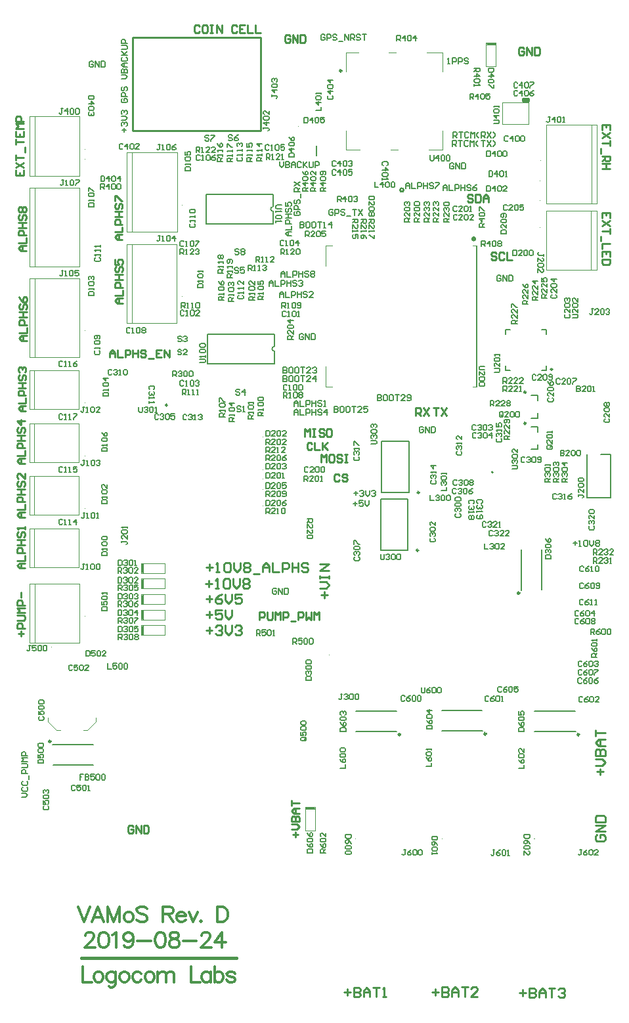
<source format=gto>
G04*
G04 #@! TF.GenerationSoftware,Altium Limited,Altium Designer,19.1.5 (86)*
G04*
G04 Layer_Color=65535*
%FSLAX25Y25*%
%MOIN*%
G70*
G01*
G75*
%ADD10C,0.01000*%
%ADD11C,0.00394*%
%ADD12C,0.00984*%
%ADD13C,0.00600*%
%ADD14C,0.00800*%
%ADD15C,0.01500*%
%ADD16C,0.00492*%
%ADD17C,0.00500*%
%ADD18C,0.00787*%
%ADD19C,0.00900*%
%ADD20C,0.00850*%
%ADD21C,0.00598*%
%ADD22C,0.01378*%
D10*
X239317Y390576D02*
G03*
X239317Y390576I-800J0D01*
G01*
X171553Y475997D02*
G03*
X171553Y475997I-591J0D01*
G01*
X292153Y138954D02*
G03*
X292153Y138954I-591J0D01*
G01*
X244909Y139348D02*
G03*
X244909Y139348I-591J0D01*
G01*
X201405Y138954D02*
G03*
X201405Y138954I-591J0D01*
G01*
X23879Y135493D02*
G03*
X23879Y135493I-591J0D01*
G01*
X261838Y210805D02*
G03*
X261838Y210805I-591J0D01*
G01*
X202880Y415400D02*
G03*
X202880Y415400I-880J0D01*
G01*
X153400Y101576D02*
X157400D01*
X245300Y489775D02*
X249300D01*
X70235Y221481D02*
Y225481D01*
Y205694D02*
Y209694D01*
Y213587D02*
Y217587D01*
Y197800D02*
Y201800D01*
Y189906D02*
Y193906D01*
X263236Y460618D02*
X266386D01*
X263236Y461800D02*
X266386D01*
Y460618D02*
Y461800D01*
X263236Y461209D02*
X266386D01*
X263236Y460618D02*
Y461800D01*
X65335Y492943D02*
X130335D01*
X65335Y445424D02*
Y492943D01*
Y445424D02*
X130335D01*
Y492943D01*
X301200Y88080D02*
X300380Y87260D01*
Y85620D01*
X301200Y84800D01*
X304480D01*
X305300Y85620D01*
Y87260D01*
X304480Y88080D01*
X302840D01*
Y86440D01*
X305300Y89720D02*
X300380D01*
X305300Y93000D01*
X300380D01*
Y94639D02*
X305300D01*
Y97099D01*
X304480Y97919D01*
X301200D01*
X300380Y97099D01*
Y94639D01*
X302840Y118400D02*
Y121680D01*
X301200Y120040D02*
X304480D01*
X300380Y123320D02*
X303660D01*
X305300Y124960D01*
X303660Y126600D01*
X300380D01*
Y128239D02*
X305300D01*
Y130699D01*
X304480Y131519D01*
X303660D01*
X302840Y130699D01*
Y128239D01*
Y130699D01*
X302020Y131519D01*
X301200D01*
X300380Y130699D01*
Y128239D01*
X305300Y133159D02*
X302020D01*
X300380Y134799D01*
X302020Y136439D01*
X305300D01*
X302840D01*
Y133159D01*
X300380Y138079D02*
Y141358D01*
Y139719D01*
X305300D01*
X162740Y208200D02*
Y211480D01*
X161100Y209840D02*
X164380D01*
X160280Y213120D02*
X163560D01*
X165200Y214760D01*
X163560Y216399D01*
X160280D01*
Y218039D02*
Y219679D01*
Y218859D01*
X165200D01*
Y218039D01*
Y219679D01*
Y222139D02*
X160280D01*
X165200Y225419D01*
X160280D01*
X261800Y7860D02*
X265080D01*
X263440Y9500D02*
Y6220D01*
X266720Y10320D02*
Y5400D01*
X269180D01*
X269999Y6220D01*
Y7040D01*
X269180Y7860D01*
X266720D01*
X269180D01*
X269999Y8680D01*
Y9500D01*
X269180Y10320D01*
X266720D01*
X271639Y5400D02*
Y8680D01*
X273279Y10320D01*
X274919Y8680D01*
Y5400D01*
Y7860D01*
X271639D01*
X276559Y10320D02*
X279839D01*
X278199D01*
Y5400D01*
X281479Y9500D02*
X282299Y10320D01*
X283939D01*
X284758Y9500D01*
Y8680D01*
X283939Y7860D01*
X283119D01*
X283939D01*
X284758Y7040D01*
Y6220D01*
X283939Y5400D01*
X282299D01*
X281479Y6220D01*
X217500Y8260D02*
X220780D01*
X219140Y9900D02*
Y6620D01*
X222420Y10720D02*
Y5800D01*
X224880D01*
X225699Y6620D01*
Y7440D01*
X224880Y8260D01*
X222420D01*
X224880D01*
X225699Y9080D01*
Y9900D01*
X224880Y10720D01*
X222420D01*
X227339Y5800D02*
Y9080D01*
X228979Y10720D01*
X230619Y9080D01*
Y5800D01*
Y8260D01*
X227339D01*
X232259Y10720D02*
X235539D01*
X233899D01*
Y5800D01*
X240458D02*
X237179D01*
X240458Y9080D01*
Y9900D01*
X239638Y10720D01*
X237999D01*
X237179Y9900D01*
X172700Y8160D02*
X175980D01*
X174340Y9800D02*
Y6520D01*
X177620Y10620D02*
Y5700D01*
X180079D01*
X180900Y6520D01*
Y7340D01*
X180079Y8160D01*
X177620D01*
X180079D01*
X180900Y8980D01*
Y9800D01*
X180079Y10620D01*
X177620D01*
X182539Y5700D02*
Y8980D01*
X184179Y10620D01*
X185819Y8980D01*
Y5700D01*
Y8160D01*
X182539D01*
X187459Y10620D02*
X190739D01*
X189099D01*
Y5700D01*
X192379D02*
X194019D01*
X193199D01*
Y10620D01*
X192379Y9800D01*
X102585Y191966D02*
X105865D01*
X104225Y193606D02*
Y190326D01*
X107505Y193606D02*
X108325Y194426D01*
X109965D01*
X110784Y193606D01*
Y192786D01*
X109965Y191966D01*
X109145D01*
X109965D01*
X110784Y191146D01*
Y190326D01*
X109965Y189506D01*
X108325D01*
X107505Y190326D01*
X112424Y194426D02*
Y191146D01*
X114064Y189506D01*
X115704Y191146D01*
Y194426D01*
X117344Y193606D02*
X118164Y194426D01*
X119804D01*
X120624Y193606D01*
Y192786D01*
X119804Y191966D01*
X118984D01*
X119804D01*
X120624Y191146D01*
Y190326D01*
X119804Y189506D01*
X118164D01*
X117344Y190326D01*
X102585Y199866D02*
X105865D01*
X104225Y201506D02*
Y198226D01*
X110784Y202326D02*
X107505D01*
Y199866D01*
X109145Y200686D01*
X109965D01*
X110784Y199866D01*
Y198226D01*
X109965Y197406D01*
X108325D01*
X107505Y198226D01*
X112424Y202326D02*
Y199046D01*
X114064Y197406D01*
X115704Y199046D01*
Y202326D01*
X102585Y207866D02*
X105865D01*
X104225Y209506D02*
Y206226D01*
X110784Y210326D02*
X109145Y209506D01*
X107505Y207866D01*
Y206226D01*
X108325Y205406D01*
X109965D01*
X110784Y206226D01*
Y207046D01*
X109965Y207866D01*
X107505D01*
X112424Y210326D02*
Y207046D01*
X114064Y205406D01*
X115704Y207046D01*
Y210326D01*
X120624D02*
X117344D01*
Y207866D01*
X118984Y208686D01*
X119804D01*
X120624Y207866D01*
Y206226D01*
X119804Y205406D01*
X118164D01*
X117344Y206226D01*
X102485Y215666D02*
X105765D01*
X104125Y217306D02*
Y214026D01*
X107405Y213206D02*
X109045D01*
X108225D01*
Y218126D01*
X107405Y217306D01*
X111504D02*
X112324Y218126D01*
X113964D01*
X114784Y217306D01*
Y214026D01*
X113964Y213206D01*
X112324D01*
X111504Y214026D01*
Y217306D01*
X116424Y218126D02*
Y214846D01*
X118064Y213206D01*
X119704Y214846D01*
Y218126D01*
X121344Y217306D02*
X122164Y218126D01*
X123804D01*
X124624Y217306D01*
Y216486D01*
X123804Y215666D01*
X124624Y214846D01*
Y214026D01*
X123804Y213206D01*
X122164D01*
X121344Y214026D01*
Y214846D01*
X122164Y215666D01*
X121344Y216486D01*
Y217306D01*
X122164Y215666D02*
X123804D01*
X102785Y223866D02*
X106065D01*
X104425Y225506D02*
Y222226D01*
X107705Y221406D02*
X109345D01*
X108525D01*
Y226326D01*
X107705Y225506D01*
X111804D02*
X112624Y226326D01*
X114264D01*
X115084Y225506D01*
Y222226D01*
X114264Y221406D01*
X112624D01*
X111804Y222226D01*
Y225506D01*
X116724Y226326D02*
Y223046D01*
X118364Y221406D01*
X120004Y223046D01*
Y226326D01*
X121644Y225506D02*
X122464Y226326D01*
X124104D01*
X124924Y225506D01*
Y224686D01*
X124104Y223866D01*
X124924Y223046D01*
Y222226D01*
X124104Y221406D01*
X122464D01*
X121644Y222226D01*
Y223046D01*
X122464Y223866D01*
X121644Y224686D01*
Y225506D01*
X122464Y223866D02*
X124104D01*
X126563Y220586D02*
X129843D01*
X131483Y221406D02*
Y224686D01*
X133123Y226326D01*
X134763Y224686D01*
Y221406D01*
Y223866D01*
X131483D01*
X136403Y226326D02*
Y221406D01*
X139683D01*
X141323D02*
Y226326D01*
X143782D01*
X144602Y225506D01*
Y223866D01*
X143782Y223046D01*
X141323D01*
X146242Y226326D02*
Y221406D01*
Y223866D01*
X149522D01*
Y226326D01*
Y221406D01*
X154442Y225506D02*
X153622Y226326D01*
X151982D01*
X151162Y225506D01*
Y224686D01*
X151982Y223866D01*
X153622D01*
X154442Y223046D01*
Y222226D01*
X153622Y221406D01*
X151982D01*
X151162Y222226D01*
D11*
X131556Y268728D02*
G03*
X131556Y268728I-197J0D01*
G01*
X272274Y396354D02*
G03*
X272274Y396354I-197J0D01*
G01*
X272374Y386353D02*
G03*
X272374Y386353I-197J0D01*
G01*
X41350Y199123D02*
G03*
X41350Y199123I-197J0D01*
G01*
X24220Y183247D02*
G03*
X24220Y183247I-197J0D01*
G01*
X269531Y86172D02*
G03*
X269531Y86172I-197J0D01*
G01*
X178732D02*
G03*
X178732Y86172I-197J0D01*
G01*
X222731D02*
G03*
X222731Y86172I-197J0D01*
G01*
X131656Y263528D02*
G03*
X131656Y263528I-197J0D01*
G01*
X287637Y332239D02*
G03*
X287637Y332239I-197J0D01*
G01*
X131556Y255028D02*
G03*
X131556Y255028I-197J0D01*
G01*
X131583Y290028D02*
G03*
X131583Y290028I-197J0D01*
G01*
X131683Y273528D02*
G03*
X131683Y273528I-197J0D01*
G01*
X41350Y253723D02*
G03*
X41350Y253723I-197J0D01*
G01*
X90750Y361423D02*
G03*
X90750Y361423I-197J0D01*
G01*
X41350Y227323D02*
G03*
X41350Y227323I-197J0D01*
G01*
X165343Y179477D02*
G03*
X165343Y179477I-197J0D01*
G01*
X41420Y431146D02*
G03*
X41420Y431146I-197J0D01*
G01*
X41250Y436123D02*
G03*
X41250Y436123I-197J0D01*
G01*
X272374Y410053D02*
G03*
X272374Y410053I-197J0D01*
G01*
Y420154D02*
G03*
X272374Y420154I-197J0D01*
G01*
X272406Y430353D02*
G03*
X272406Y430353I-197J0D01*
G01*
X41350Y389923D02*
G03*
X41350Y389923I-197J0D01*
G01*
Y280523D02*
G03*
X41350Y280523I-197J0D01*
G01*
X90650Y407823D02*
G03*
X90650Y407823I-197J0D01*
G01*
X41350Y307523D02*
G03*
X41350Y307523I-197J0D01*
G01*
Y344123D02*
G03*
X41350Y344123I-197J0D01*
G01*
X149735Y447817D02*
G03*
X149735Y447817I-197J0D01*
G01*
X157900Y101076D02*
Y102076D01*
X152900D02*
X157900D01*
X152900Y101076D02*
Y102076D01*
Y90076D02*
X157900D01*
Y101076D01*
X152900D02*
X157900D01*
X152900Y90076D02*
Y101076D01*
X244800Y478275D02*
Y489275D01*
X249800D01*
Y478275D02*
Y489275D01*
X244800Y478275D02*
X249800D01*
X244800Y489275D02*
Y490275D01*
X249800D01*
Y489275D02*
Y490275D01*
X69735Y225981D02*
X70735D01*
X69735Y220981D02*
Y225981D01*
Y220981D02*
X70735D01*
X81735D02*
Y225981D01*
X70735D02*
X81735D01*
X70735Y220981D02*
Y225981D01*
Y220981D02*
X81735D01*
X70735Y205194D02*
X81735D01*
X70735D02*
Y210194D01*
X81735D01*
Y205194D02*
Y210194D01*
X69735Y205194D02*
X70735D01*
X69735D02*
Y210194D01*
X70735D01*
Y213087D02*
X81735D01*
X70735D02*
Y218087D01*
X81735D01*
Y213087D02*
Y218087D01*
X69735Y213087D02*
X70735D01*
X69735D02*
Y218087D01*
X70735D01*
Y197300D02*
X81735D01*
X70735D02*
Y202300D01*
X81735D01*
Y197300D02*
Y202300D01*
X69735Y197300D02*
X70735D01*
X69735D02*
Y202300D01*
X70735D01*
Y189406D02*
X81735D01*
X70735D02*
Y194406D01*
X81735D01*
Y189406D02*
Y194406D01*
X69735Y189406D02*
X70735D01*
X69735D02*
Y194406D01*
X70735D01*
X253000Y448807D02*
X266386D01*
X253000Y459831D02*
X266386D01*
X253000Y448807D02*
Y459831D01*
X266386Y448807D02*
Y459831D01*
D12*
X265040Y296957D02*
G03*
X265040Y296957I-492J0D01*
G01*
X278498Y324387D02*
G03*
X278498Y324387I-492J0D01*
G01*
X82846Y306115D02*
G03*
X82846Y306108I-392J33D01*
G01*
X265040Y312788D02*
G03*
X265040Y312788I-492J0D01*
G01*
X210473Y232508D02*
G03*
X210473Y232508I-492J0D01*
G01*
X210918Y261861D02*
G03*
X210918Y261861I-492J0D01*
G01*
D13*
X248419Y272147D02*
G03*
X248419Y272147I-400J0D01*
G01*
X228399Y428599D02*
X227900Y429099D01*
X226900D01*
X226400Y428599D01*
Y426600D01*
X226900Y426100D01*
X227900D01*
X228399Y426600D01*
Y427599D01*
X227400D01*
X229399Y426100D02*
Y429099D01*
X231398Y426100D01*
Y429099D01*
X232398D02*
Y426100D01*
X233898D01*
X234397Y426600D01*
Y428599D01*
X233898Y429099D01*
X232398D01*
X152199Y341899D02*
X151699Y342399D01*
X150700D01*
X150200Y341899D01*
Y339900D01*
X150700Y339400D01*
X151699D01*
X152199Y339900D01*
Y340899D01*
X151200D01*
X153199Y339400D02*
Y342399D01*
X155198Y339400D01*
Y342399D01*
X156198D02*
Y339400D01*
X157698D01*
X158197Y339900D01*
Y341899D01*
X157698Y342399D01*
X156198D01*
X223200Y415100D02*
Y417099D01*
X224200Y418099D01*
X225199Y417099D01*
Y415100D01*
Y416600D01*
X223200D01*
X226199Y418099D02*
Y415100D01*
X228198D01*
X229198D02*
Y418099D01*
X230698D01*
X231197Y417599D01*
Y416600D01*
X230698Y416100D01*
X229198D01*
X232197Y418099D02*
Y415100D01*
Y416600D01*
X234196D01*
Y418099D01*
Y415100D01*
X237195Y417599D02*
X236696Y418099D01*
X235696D01*
X235196Y417599D01*
Y417099D01*
X235696Y416600D01*
X236696D01*
X237195Y416100D01*
Y415600D01*
X236696Y415100D01*
X235696D01*
X235196Y415600D01*
X240195Y418099D02*
X239195Y417599D01*
X238195Y416600D01*
Y415600D01*
X238695Y415100D01*
X239695D01*
X240195Y415600D01*
Y416100D01*
X239695Y416600D01*
X238195D01*
X140000Y361000D02*
Y362999D01*
X141000Y363999D01*
X141999Y362999D01*
Y361000D01*
Y362499D01*
X140000D01*
X142999Y363999D02*
Y361000D01*
X144998D01*
X145998D02*
Y363999D01*
X147498D01*
X147997Y363499D01*
Y362499D01*
X147498Y362000D01*
X145998D01*
X148997Y363999D02*
Y361000D01*
Y362499D01*
X150996D01*
Y363999D01*
Y361000D01*
X153996Y363499D02*
X153496Y363999D01*
X152496D01*
X151996Y363499D01*
Y362999D01*
X152496Y362499D01*
X153496D01*
X153996Y362000D01*
Y361500D01*
X153496Y361000D01*
X152496D01*
X151996Y361500D01*
X156994Y361000D02*
X154995D01*
X156994Y362999D01*
Y363499D01*
X156495Y363999D01*
X155495D01*
X154995Y363499D01*
X204100Y416100D02*
Y418099D01*
X205100Y419099D01*
X206099Y418099D01*
Y416100D01*
Y417599D01*
X204100D01*
X207099Y419099D02*
Y416100D01*
X209098D01*
X210098D02*
Y419099D01*
X211598D01*
X212097Y418599D01*
Y417599D01*
X211598Y417100D01*
X210098D01*
X213097Y419099D02*
Y416100D01*
Y417599D01*
X215096D01*
Y419099D01*
Y416100D01*
X218095Y418599D02*
X217596Y419099D01*
X216596D01*
X216096Y418599D01*
Y418099D01*
X216596Y417599D01*
X217596D01*
X218095Y417100D01*
Y416600D01*
X217596Y416100D01*
X216596D01*
X216096Y416600D01*
X219095Y419099D02*
X221094D01*
Y418599D01*
X219095Y416600D01*
Y416100D01*
X134700Y366600D02*
Y368599D01*
X135700Y369599D01*
X136699Y368599D01*
Y366600D01*
Y368099D01*
X134700D01*
X137699Y369599D02*
Y366600D01*
X139698D01*
X140698D02*
Y369599D01*
X142198D01*
X142697Y369099D01*
Y368099D01*
X142198Y367600D01*
X140698D01*
X143697Y369599D02*
Y366600D01*
Y368099D01*
X145696D01*
Y369599D01*
Y366600D01*
X148696Y369099D02*
X148196Y369599D01*
X147196D01*
X146696Y369099D01*
Y368599D01*
X147196Y368099D01*
X148196D01*
X148696Y367600D01*
Y367100D01*
X148196Y366600D01*
X147196D01*
X146696Y367100D01*
X149695Y369099D02*
X150195Y369599D01*
X151195D01*
X151695Y369099D01*
Y368599D01*
X151195Y368099D01*
X150695D01*
X151195D01*
X151695Y367600D01*
Y367100D01*
X151195Y366600D01*
X150195D01*
X149695Y367100D01*
X140800Y371300D02*
Y373299D01*
X141800Y374299D01*
X142799Y373299D01*
Y371300D01*
Y372799D01*
X140800D01*
X143799Y374299D02*
Y371300D01*
X145798D01*
X146798D02*
Y374299D01*
X148298D01*
X148797Y373799D01*
Y372799D01*
X148298Y372300D01*
X146798D01*
X149797Y374299D02*
Y371300D01*
Y372799D01*
X151796D01*
Y374299D01*
Y371300D01*
X154796Y373799D02*
X154296Y374299D01*
X153296D01*
X152796Y373799D01*
Y373299D01*
X153296Y372799D01*
X154296D01*
X154796Y372300D01*
Y371800D01*
X154296Y371300D01*
X153296D01*
X152796Y371800D01*
X155795Y373799D02*
X156295Y374299D01*
X157295D01*
X157794Y373799D01*
Y373299D01*
X157295Y372799D01*
X157794Y372300D01*
Y371800D01*
X157295Y371300D01*
X156295D01*
X155795Y371800D01*
Y372300D01*
X156295Y372799D01*
X155795Y373299D01*
Y373799D01*
X156295Y372799D02*
X157295D01*
X147400Y301100D02*
Y303099D01*
X148400Y304099D01*
X149399Y303099D01*
Y301100D01*
Y302600D01*
X147400D01*
X150399Y304099D02*
Y301100D01*
X152398D01*
X153398D02*
Y304099D01*
X154898D01*
X155397Y303599D01*
Y302600D01*
X154898Y302100D01*
X153398D01*
X156397Y304099D02*
Y301100D01*
Y302600D01*
X158396D01*
Y304099D01*
Y301100D01*
X161396Y303599D02*
X160896Y304099D01*
X159896D01*
X159396Y303599D01*
Y303099D01*
X159896Y302600D01*
X160896D01*
X161396Y302100D01*
Y301600D01*
X160896Y301100D01*
X159896D01*
X159396Y301600D01*
X163895Y301100D02*
Y304099D01*
X162395Y302600D01*
X164394D01*
X212999Y294699D02*
X212499Y295199D01*
X211500D01*
X211000Y294699D01*
Y292700D01*
X211500Y292200D01*
X212499D01*
X212999Y292700D01*
Y293700D01*
X212000D01*
X213999Y292200D02*
Y295199D01*
X215998Y292200D01*
Y295199D01*
X216998D02*
Y292200D01*
X218498D01*
X218997Y292700D01*
Y294699D01*
X218498Y295199D01*
X216998D01*
X167199Y405099D02*
X166700Y405599D01*
X165700D01*
X165200Y405099D01*
Y403100D01*
X165700Y402600D01*
X166700D01*
X167199Y403100D01*
Y404100D01*
X166200D01*
X168199Y402600D02*
Y405599D01*
X169699D01*
X170198Y405099D01*
Y404100D01*
X169699Y403600D01*
X168199D01*
X173197Y405099D02*
X172698Y405599D01*
X171698D01*
X171198Y405099D01*
Y404599D01*
X171698Y404100D01*
X172698D01*
X173197Y403600D01*
Y403100D01*
X172698Y402600D01*
X171698D01*
X171198Y403100D01*
X174197Y402100D02*
X176196D01*
X177196Y405599D02*
X179195D01*
X178196D01*
Y402600D01*
X180195Y405599D02*
X182194Y402600D01*
Y405599D02*
X180195Y402600D01*
X147801Y404499D02*
X147301Y404000D01*
Y403000D01*
X147801Y402500D01*
X149800D01*
X150300Y403000D01*
Y404000D01*
X149800Y404499D01*
X148801D01*
Y403500D01*
X150300Y405499D02*
X147301D01*
Y406998D01*
X147801Y407498D01*
X148801D01*
X149300Y406998D01*
Y405499D01*
X147801Y410497D02*
X147301Y409998D01*
Y408998D01*
X147801Y408498D01*
X148301D01*
X148801Y408998D01*
Y409998D01*
X149300Y410497D01*
X149800D01*
X150300Y409998D01*
Y408998D01*
X149800Y408498D01*
X150800Y411497D02*
Y413496D01*
X150300Y414496D02*
X147301D01*
Y415996D01*
X147801Y416496D01*
X148801D01*
X149300Y415996D01*
Y414496D01*
Y415496D02*
X150300Y416496D01*
X147301Y417495D02*
X150300Y419494D01*
X147301D02*
X150300Y417495D01*
X147400Y305600D02*
Y307599D01*
X148400Y308599D01*
X149399Y307599D01*
Y305600D01*
Y307100D01*
X147400D01*
X150399Y308599D02*
Y305600D01*
X152398D01*
X153398D02*
Y308599D01*
X154898D01*
X155397Y308099D01*
Y307100D01*
X154898Y306600D01*
X153398D01*
X156397Y308599D02*
Y305600D01*
Y307100D01*
X158396D01*
Y308599D01*
Y305600D01*
X161396Y308099D02*
X160896Y308599D01*
X159896D01*
X159396Y308099D01*
Y307599D01*
X159896Y307100D01*
X160896D01*
X161396Y306600D01*
Y306100D01*
X160896Y305600D01*
X159896D01*
X159396Y306100D01*
X162395Y305600D02*
X163395D01*
X162895D01*
Y308599D01*
X162395Y308099D01*
X90137Y333996D02*
X89678Y334455D01*
X88759D01*
X88300Y333996D01*
Y333537D01*
X88759Y333078D01*
X89678D01*
X90137Y332618D01*
Y332159D01*
X89678Y331700D01*
X88759D01*
X88300Y332159D01*
X92892Y331700D02*
X91055D01*
X92892Y333537D01*
Y333996D01*
X92432Y334455D01*
X91514D01*
X91055Y333996D01*
X90237Y340796D02*
X89777Y341255D01*
X88859D01*
X88400Y340796D01*
Y340337D01*
X88859Y339878D01*
X89777D01*
X90237Y339418D01*
Y338959D01*
X89777Y338500D01*
X88859D01*
X88400Y338959D01*
X91155Y340796D02*
X91614Y341255D01*
X92532D01*
X92992Y340796D01*
Y340337D01*
X92532Y339878D01*
X92073D01*
X92532D01*
X92992Y339418D01*
Y338959D01*
X92532Y338500D01*
X91614D01*
X91155Y338959D01*
X289024Y236107D02*
X291024D01*
X290024Y237106D02*
Y235107D01*
X292023Y234607D02*
X293023D01*
X292523D01*
Y237606D01*
X292023Y237106D01*
X294523D02*
X295022Y237606D01*
X296022D01*
X296522Y237106D01*
Y235107D01*
X296022Y234607D01*
X295022D01*
X294523Y235107D01*
Y237106D01*
X297521Y237606D02*
Y235607D01*
X298521Y234607D01*
X299521Y235607D01*
Y237606D01*
X300521Y237106D02*
X301020Y237606D01*
X302020D01*
X302520Y237106D01*
Y236607D01*
X302020Y236107D01*
X302520Y235607D01*
Y235107D01*
X302020Y234607D01*
X301020D01*
X300521Y235107D01*
Y235607D01*
X301020Y236107D01*
X300521Y236607D01*
Y237106D01*
X301020Y236107D02*
X302020D01*
X133100Y282100D02*
Y284855D01*
X134477D01*
X134937Y284396D01*
Y283477D01*
X134477Y283018D01*
X133100D01*
X134018D02*
X134937Y282100D01*
X137692D02*
X135855D01*
X137692Y283937D01*
Y284396D01*
X137232Y284855D01*
X136314D01*
X135855Y284396D01*
X138610Y282100D02*
X139528D01*
X139069D01*
Y284855D01*
X138610Y284396D01*
X142743Y282100D02*
X140906D01*
X142743Y283937D01*
Y284396D01*
X142283Y284855D01*
X141365D01*
X140906Y284396D01*
X177400Y256299D02*
X179399D01*
X178400Y257299D02*
Y255300D01*
X182398Y257799D02*
X180399D01*
Y256299D01*
X181399Y256799D01*
X181899D01*
X182398Y256299D01*
Y255300D01*
X181899Y254800D01*
X180899D01*
X180399Y255300D01*
X183398Y257799D02*
Y255800D01*
X184398Y254800D01*
X185397Y255800D01*
Y257799D01*
X139900Y429799D02*
Y427800D01*
X140900Y426800D01*
X141899Y427800D01*
Y429799D01*
X142899D02*
Y426800D01*
X144399D01*
X144898Y427300D01*
Y427800D01*
X144399Y428300D01*
X142899D01*
X144399D01*
X144898Y428799D01*
Y429299D01*
X144399Y429799D01*
X142899D01*
X145898Y426800D02*
Y428799D01*
X146898Y429799D01*
X147897Y428799D01*
Y426800D01*
Y428300D01*
X145898D01*
X150896Y429299D02*
X150397Y429799D01*
X149397D01*
X148897Y429299D01*
Y427300D01*
X149397Y426800D01*
X150397D01*
X150896Y427300D01*
X151896Y429799D02*
Y426800D01*
Y427800D01*
X153895Y429799D01*
X152396Y428300D01*
X153895Y426800D01*
X154895Y429799D02*
Y427300D01*
X155395Y426800D01*
X156395D01*
X156895Y427300D01*
Y429799D01*
X157894Y426800D02*
Y429799D01*
X159394D01*
X159894Y429299D01*
Y428300D01*
X159394Y427800D01*
X157894D01*
X29848Y328196D02*
X29388Y328655D01*
X28470D01*
X28011Y328196D01*
Y326359D01*
X28470Y325900D01*
X29388D01*
X29848Y326359D01*
X30766Y325900D02*
X31684D01*
X31225D01*
Y328655D01*
X30766Y328196D01*
X33062Y325900D02*
X33980D01*
X33521D01*
Y328655D01*
X33062Y328196D01*
X37194Y328655D02*
X36276Y328196D01*
X35358Y327277D01*
Y326359D01*
X35817Y325900D01*
X36735D01*
X37194Y326359D01*
Y326818D01*
X36735Y327277D01*
X35358D01*
X29837Y301296D02*
X29377Y301755D01*
X28459D01*
X28000Y301296D01*
Y299459D01*
X28459Y299000D01*
X29377D01*
X29837Y299459D01*
X30755Y299000D02*
X31673D01*
X31214D01*
Y301755D01*
X30755Y301296D01*
X33051Y299000D02*
X33969D01*
X33510D01*
Y301755D01*
X33051Y301296D01*
X35347Y301755D02*
X37183D01*
Y301296D01*
X35347Y299459D01*
Y299000D01*
X29737Y247896D02*
X29278Y248355D01*
X28359D01*
X27900Y247896D01*
Y246059D01*
X28359Y245600D01*
X29278D01*
X29737Y246059D01*
X30655Y245600D02*
X31573D01*
X31114D01*
Y248355D01*
X30655Y247896D01*
X32951Y245600D02*
X33869D01*
X33410D01*
Y248355D01*
X32951Y247896D01*
X36624Y245600D02*
Y248355D01*
X35247Y246977D01*
X37083D01*
X29837Y274496D02*
X29377Y274955D01*
X28459D01*
X28000Y274496D01*
Y272659D01*
X28459Y272200D01*
X29377D01*
X29837Y272659D01*
X30755Y272200D02*
X31673D01*
X31214D01*
Y274955D01*
X30755Y274496D01*
X33051Y272200D02*
X33969D01*
X33510D01*
Y274955D01*
X33051Y274496D01*
X37183Y274955D02*
X35347D01*
Y273577D01*
X36265Y274037D01*
X36724D01*
X37183Y273577D01*
Y272659D01*
X36724Y272200D01*
X35806D01*
X35347Y272659D01*
X13537Y184255D02*
X12618D01*
X13078D01*
Y181959D01*
X12618Y181500D01*
X12159D01*
X11700Y181959D01*
X16292Y184255D02*
X14455D01*
Y182878D01*
X15373Y183337D01*
X15833D01*
X16292Y182878D01*
Y181959D01*
X15833Y181500D01*
X14914D01*
X14455Y181959D01*
X17210Y183796D02*
X17669Y184255D01*
X18587D01*
X19047Y183796D01*
Y181959D01*
X18587Y181500D01*
X17669D01*
X17210Y181959D01*
Y183796D01*
X19965D02*
X20424Y184255D01*
X21343D01*
X21802Y183796D01*
Y181959D01*
X21343Y181500D01*
X20424D01*
X19965Y181959D01*
Y183796D01*
X261345Y140600D02*
X264100D01*
Y141978D01*
X263641Y142437D01*
X261804D01*
X261345Y141978D01*
Y140600D01*
Y145192D02*
X261804Y144273D01*
X262722Y143355D01*
X263641D01*
X264100Y143814D01*
Y144732D01*
X263641Y145192D01*
X263182D01*
X262722Y144732D01*
Y143355D01*
X261804Y146110D02*
X261345Y146569D01*
Y147488D01*
X261804Y147947D01*
X263641D01*
X264100Y147488D01*
Y146569D01*
X263641Y146110D01*
X261804D01*
X261345Y150702D02*
Y148865D01*
X262722D01*
X262263Y149783D01*
Y150243D01*
X262722Y150702D01*
X263641D01*
X264100Y150243D01*
Y149324D01*
X263641Y148865D01*
X214645Y141700D02*
X217400D01*
Y143078D01*
X216941Y143537D01*
X215104D01*
X214645Y143078D01*
Y141700D01*
Y146292D02*
X215104Y145373D01*
X216022Y144455D01*
X216941D01*
X217400Y144914D01*
Y145833D01*
X216941Y146292D01*
X216482D01*
X216022Y145833D01*
Y144455D01*
X215104Y147210D02*
X214645Y147669D01*
Y148588D01*
X215104Y149047D01*
X216941D01*
X217400Y148588D01*
Y147669D01*
X216941Y147210D01*
X215104D01*
X217400Y151343D02*
X214645D01*
X216022Y149965D01*
Y151802D01*
X170845Y140600D02*
X173600D01*
Y141978D01*
X173141Y142437D01*
X171304D01*
X170845Y141978D01*
Y140600D01*
Y145192D02*
X171304Y144273D01*
X172222Y143355D01*
X173141D01*
X173600Y143814D01*
Y144732D01*
X173141Y145192D01*
X172682D01*
X172222Y144732D01*
Y143355D01*
X171304Y146110D02*
X170845Y146569D01*
Y147488D01*
X171304Y147947D01*
X173141D01*
X173600Y147488D01*
Y146569D01*
X173141Y146110D01*
X171304D01*
Y148865D02*
X170845Y149324D01*
Y150243D01*
X171304Y150702D01*
X171763D01*
X172222Y150243D01*
Y149783D01*
Y150243D01*
X172682Y150702D01*
X173141D01*
X173600Y150243D01*
Y149324D01*
X173141Y148865D01*
X9101Y107200D02*
X11100D01*
X12100Y108200D01*
X11100Y109199D01*
X9101D01*
X9601Y112198D02*
X9101Y111699D01*
Y110699D01*
X9601Y110199D01*
X11600D01*
X12100Y110699D01*
Y111699D01*
X11600Y112198D01*
X9601Y115197D02*
X9101Y114698D01*
Y113698D01*
X9601Y113198D01*
X11600D01*
X12100Y113698D01*
Y114698D01*
X11600Y115197D01*
X12600Y116197D02*
Y118196D01*
X12100Y119196D02*
X9101D01*
Y120696D01*
X9601Y121195D01*
X10600D01*
X11100Y120696D01*
Y119196D01*
X9101Y122195D02*
X11600D01*
X12100Y122695D01*
Y123695D01*
X11600Y124195D01*
X9101D01*
X12100Y125194D02*
X9101D01*
X10101Y126194D01*
X9101Y127193D01*
X12100D01*
Y128193D02*
X9101D01*
Y129693D01*
X9601Y130193D01*
X10600D01*
X11100Y129693D01*
Y128193D01*
X214445Y122800D02*
X217200D01*
Y124637D01*
X214445Y127392D02*
X214904Y126473D01*
X215823Y125555D01*
X216741D01*
X217200Y126014D01*
Y126933D01*
X216741Y127392D01*
X216282D01*
X215823Y126933D01*
Y125555D01*
X214904Y128310D02*
X214445Y128769D01*
Y129688D01*
X214904Y130147D01*
X216741D01*
X217200Y129688D01*
Y128769D01*
X216741Y128310D01*
X214904D01*
X217200Y131065D02*
Y131983D01*
Y131524D01*
X214445D01*
X214904Y131065D01*
X261345Y121700D02*
X264100D01*
Y123537D01*
X261345Y126292D02*
X261804Y125373D01*
X262722Y124455D01*
X263641D01*
X264100Y124914D01*
Y125832D01*
X263641Y126292D01*
X263182D01*
X262722Y125832D01*
Y124455D01*
X261804Y127210D02*
X261345Y127669D01*
Y128588D01*
X261804Y129047D01*
X263641D01*
X264100Y128588D01*
Y127669D01*
X263641Y127210D01*
X261804D01*
X264100Y131802D02*
Y129965D01*
X262263Y131802D01*
X261804D01*
X261345Y131343D01*
Y130424D01*
X261804Y129965D01*
X170645Y122000D02*
X173400D01*
Y123837D01*
X170645Y126592D02*
X171104Y125673D01*
X172022Y124755D01*
X172941D01*
X173400Y125214D01*
Y126133D01*
X172941Y126592D01*
X172482D01*
X172022Y126133D01*
Y124755D01*
X171104Y127510D02*
X170645Y127969D01*
Y128888D01*
X171104Y129347D01*
X172941D01*
X173400Y128888D01*
Y127969D01*
X172941Y127510D01*
X171104D01*
Y130265D02*
X170645Y130724D01*
Y131643D01*
X171104Y132102D01*
X172941D01*
X173400Y131643D01*
Y130724D01*
X172941Y130265D01*
X171104D01*
X146900Y339600D02*
X144145D01*
Y340978D01*
X144604Y341437D01*
X145522D01*
X145982Y340978D01*
Y339600D01*
Y340518D02*
X146900Y341437D01*
Y344192D02*
Y342355D01*
X145063Y344192D01*
X144604D01*
X144145Y343733D01*
Y342814D01*
X144604Y342355D01*
Y345110D02*
X144145Y345569D01*
Y346488D01*
X144604Y346947D01*
X146441D01*
X146900Y346488D01*
Y345569D01*
X146441Y345110D01*
X144604D01*
X146900Y349243D02*
X144145D01*
X145522Y347865D01*
Y349702D01*
X17245Y124400D02*
X20000D01*
Y125777D01*
X19541Y126237D01*
X17704D01*
X17245Y125777D01*
Y124400D01*
Y128992D02*
Y127155D01*
X18622D01*
X18163Y128073D01*
Y128533D01*
X18622Y128992D01*
X19541D01*
X20000Y128533D01*
Y127614D01*
X19541Y127155D01*
X17704Y129910D02*
X17245Y130369D01*
Y131288D01*
X17704Y131747D01*
X19541D01*
X20000Y131288D01*
Y130369D01*
X19541Y129910D01*
X17704D01*
Y132665D02*
X17245Y133124D01*
Y134043D01*
X17704Y134502D01*
X19541D01*
X20000Y134043D01*
Y133124D01*
X19541Y132665D01*
X17704D01*
X255537Y407496D02*
X255078Y407955D01*
X254159D01*
X253700Y407496D01*
Y405659D01*
X254159Y405200D01*
X255078D01*
X255537Y405659D01*
X258292Y405200D02*
X256455D01*
X258292Y407037D01*
Y407496D01*
X257833Y407955D01*
X256914D01*
X256455Y407496D01*
X259210D02*
X259669Y407955D01*
X260588D01*
X261047Y407496D01*
Y405659D01*
X260588Y405200D01*
X259669D01*
X259210Y405659D01*
Y407496D01*
X263802Y407955D02*
X261965D01*
Y406577D01*
X262883Y407037D01*
X263343D01*
X263802Y406577D01*
Y405659D01*
X263343Y405200D01*
X262424D01*
X261965Y405659D01*
X252445Y393300D02*
X255200D01*
Y394677D01*
X254741Y395137D01*
X252904D01*
X252445Y394677D01*
Y393300D01*
X255200Y397892D02*
Y396055D01*
X253363Y397892D01*
X252904D01*
X252445Y397432D01*
Y396514D01*
X252904Y396055D01*
Y398810D02*
X252445Y399269D01*
Y400188D01*
X252904Y400647D01*
X254741D01*
X255200Y400188D01*
Y399269D01*
X254741Y398810D01*
X252904D01*
X254741Y401565D02*
X255200Y402024D01*
Y402943D01*
X254741Y403402D01*
X252904D01*
X252445Y402943D01*
Y402024D01*
X252904Y401565D01*
X253363D01*
X253822Y402024D01*
Y403402D01*
X258500Y384855D02*
Y382100D01*
X259877D01*
X260337Y382559D01*
Y384396D01*
X259877Y384855D01*
X258500D01*
X263092Y382100D02*
X261255D01*
X263092Y383937D01*
Y384396D01*
X262632Y384855D01*
X261714D01*
X261255Y384396D01*
X264010D02*
X264469Y384855D01*
X265388D01*
X265847Y384396D01*
Y382559D01*
X265388Y382100D01*
X264469D01*
X264010Y382559D01*
Y384396D01*
X266765D02*
X267224Y384855D01*
X268143D01*
X268602Y384396D01*
Y382559D01*
X268143Y382100D01*
X267224D01*
X266765Y382559D01*
Y384396D01*
X46604Y381037D02*
X46145Y380577D01*
Y379659D01*
X46604Y379200D01*
X48441D01*
X48900Y379659D01*
Y380577D01*
X48441Y381037D01*
X48900Y381955D02*
Y382873D01*
Y382414D01*
X46145D01*
X46604Y381955D01*
X48900Y384251D02*
Y385169D01*
Y384710D01*
X46145D01*
X46604Y384251D01*
X48900Y386547D02*
Y387465D01*
Y387006D01*
X46145D01*
X46604Y386547D01*
X94804Y398337D02*
X94345Y397878D01*
Y396959D01*
X94804Y396500D01*
X96641D01*
X97100Y396959D01*
Y397878D01*
X96641Y398337D01*
X97100Y399255D02*
Y400173D01*
Y399714D01*
X94345D01*
X94804Y399255D01*
X97100Y401551D02*
Y402469D01*
Y402010D01*
X94345D01*
X94804Y401551D01*
Y403847D02*
X94345Y404306D01*
Y405224D01*
X94804Y405683D01*
X96641D01*
X97100Y405224D01*
Y404306D01*
X96641Y403847D01*
X94804D01*
X46404Y333837D02*
X45945Y333378D01*
Y332459D01*
X46404Y332000D01*
X48241D01*
X48700Y332459D01*
Y333378D01*
X48241Y333837D01*
X48700Y334755D02*
Y335673D01*
Y335214D01*
X45945D01*
X46404Y334755D01*
Y337051D02*
X45945Y337510D01*
Y338428D01*
X46404Y338888D01*
X48241D01*
X48700Y338428D01*
Y337510D01*
X48241Y337051D01*
X46404D01*
X48241Y339806D02*
X48700Y340265D01*
Y341183D01*
X48241Y341643D01*
X46404D01*
X45945Y341183D01*
Y340265D01*
X46404Y339806D01*
X46863D01*
X47322Y340265D01*
Y341643D01*
X64137Y345096D02*
X63678Y345555D01*
X62759D01*
X62300Y345096D01*
Y343259D01*
X62759Y342800D01*
X63678D01*
X64137Y343259D01*
X65055Y342800D02*
X65973D01*
X65514D01*
Y345555D01*
X65055Y345096D01*
X67351D02*
X67810Y345555D01*
X68728D01*
X69187Y345096D01*
Y343259D01*
X68728Y342800D01*
X67810D01*
X67351Y343259D01*
Y345096D01*
X70106D02*
X70565Y345555D01*
X71483D01*
X71943Y345096D01*
Y344637D01*
X71483Y344178D01*
X71943Y343718D01*
Y343259D01*
X71483Y342800D01*
X70565D01*
X70106Y343259D01*
Y343718D01*
X70565Y344178D01*
X70106Y344637D01*
Y345096D01*
X70565Y344178D02*
X71483D01*
X20404Y102737D02*
X19945Y102278D01*
Y101359D01*
X20404Y100900D01*
X22241D01*
X22700Y101359D01*
Y102278D01*
X22241Y102737D01*
X19945Y105492D02*
Y103655D01*
X21323D01*
X20863Y104573D01*
Y105033D01*
X21323Y105492D01*
X22241D01*
X22700Y105033D01*
Y104114D01*
X22241Y103655D01*
X20404Y106410D02*
X19945Y106869D01*
Y107788D01*
X20404Y108247D01*
X22241D01*
X22700Y107788D01*
Y106869D01*
X22241Y106410D01*
X20404D01*
Y109165D02*
X19945Y109624D01*
Y110543D01*
X20404Y111002D01*
X20863D01*
X21323Y110543D01*
Y110083D01*
Y110543D01*
X21782Y111002D01*
X22241D01*
X22700Y110543D01*
Y109624D01*
X22241Y109165D01*
X153041Y137537D02*
X151204D01*
X150745Y137077D01*
Y136159D01*
X151204Y135700D01*
X153041D01*
X153500Y136159D01*
Y137077D01*
X152582Y136618D02*
X153500Y137537D01*
Y137077D02*
X153041Y137537D01*
X150745Y140292D02*
Y138455D01*
X152122D01*
X151663Y139373D01*
Y139832D01*
X152122Y140292D01*
X153041D01*
X153500Y139832D01*
Y138914D01*
X153041Y138455D01*
X151204Y141210D02*
X150745Y141669D01*
Y142588D01*
X151204Y143047D01*
X153041D01*
X153500Y142588D01*
Y141669D01*
X153041Y141210D01*
X151204D01*
Y143965D02*
X150745Y144424D01*
Y145343D01*
X151204Y145802D01*
X153041D01*
X153500Y145343D01*
Y144424D01*
X153041Y143965D01*
X151204D01*
X49745Y202000D02*
X52500D01*
Y203378D01*
X52041Y203837D01*
X50204D01*
X49745Y203378D01*
Y202000D01*
Y206592D02*
Y204755D01*
X51122D01*
X50663Y205673D01*
Y206133D01*
X51122Y206592D01*
X52041D01*
X52500Y206133D01*
Y205214D01*
X52041Y204755D01*
X50204Y207510D02*
X49745Y207969D01*
Y208888D01*
X50204Y209347D01*
X52041D01*
X52500Y208888D01*
Y207969D01*
X52041Y207510D01*
X50204D01*
X52500Y210265D02*
Y211183D01*
Y210724D01*
X49745D01*
X50204Y210265D01*
X52700Y175055D02*
Y172300D01*
X54537D01*
X57292Y175055D02*
X55455D01*
Y173678D01*
X56373Y174137D01*
X56832D01*
X57292Y173678D01*
Y172759D01*
X56832Y172300D01*
X55914D01*
X55455Y172759D01*
X58210Y174596D02*
X58669Y175055D01*
X59588D01*
X60047Y174596D01*
Y172759D01*
X59588Y172300D01*
X58669D01*
X58210Y172759D01*
Y174596D01*
X60965D02*
X61424Y175055D01*
X62343D01*
X62802Y174596D01*
Y172759D01*
X62343Y172300D01*
X61424D01*
X60965Y172759D01*
Y174596D01*
X41700Y181455D02*
Y178700D01*
X43077D01*
X43537Y179159D01*
Y180996D01*
X43077Y181455D01*
X41700D01*
X46292D02*
X44455D01*
Y180078D01*
X45373Y180537D01*
X45832D01*
X46292Y180078D01*
Y179159D01*
X45832Y178700D01*
X44914D01*
X44455Y179159D01*
X47210Y180996D02*
X47669Y181455D01*
X48588D01*
X49047Y180996D01*
Y179159D01*
X48588Y178700D01*
X47669D01*
X47210Y179159D01*
Y180996D01*
X51802Y178700D02*
X49965D01*
X51802Y180537D01*
Y180996D01*
X51343Y181455D01*
X50424D01*
X49965Y180996D01*
X34737Y173896D02*
X34277Y174355D01*
X33359D01*
X32900Y173896D01*
Y172059D01*
X33359Y171600D01*
X34277D01*
X34737Y172059D01*
X37492Y174355D02*
X35655D01*
Y172977D01*
X36573Y173437D01*
X37032D01*
X37492Y172977D01*
Y172059D01*
X37032Y171600D01*
X36114D01*
X35655Y172059D01*
X38410Y173896D02*
X38869Y174355D01*
X39788D01*
X40247Y173896D01*
Y172059D01*
X39788Y171600D01*
X38869D01*
X38410Y172059D01*
Y173896D01*
X43002Y171600D02*
X41165D01*
X43002Y173437D01*
Y173896D01*
X42543Y174355D01*
X41624D01*
X41165Y173896D01*
X118704Y431937D02*
X118245Y431477D01*
Y430559D01*
X118704Y430100D01*
X120541D01*
X121000Y430559D01*
Y431477D01*
X120541Y431937D01*
X121000Y432855D02*
Y433773D01*
Y433314D01*
X118245D01*
X118704Y432855D01*
X121000Y435151D02*
Y436069D01*
Y435610D01*
X118245D01*
X118704Y435151D01*
Y437447D02*
X118245Y437906D01*
Y438824D01*
X118704Y439283D01*
X119163D01*
X119623Y438824D01*
Y438365D01*
Y438824D01*
X120082Y439283D01*
X120541D01*
X121000Y438824D01*
Y437906D01*
X120541Y437447D01*
X119304Y361948D02*
X118845Y361489D01*
Y360570D01*
X119304Y360111D01*
X121141D01*
X121600Y360570D01*
Y361489D01*
X121141Y361948D01*
X121600Y362866D02*
Y363784D01*
Y363325D01*
X118845D01*
X119304Y362866D01*
X121600Y365162D02*
Y366080D01*
Y365621D01*
X118845D01*
X119304Y365162D01*
X121600Y369294D02*
Y367458D01*
X119763Y369294D01*
X119304D01*
X118845Y368835D01*
Y367917D01*
X119304Y367458D01*
X79437Y438555D02*
X78518D01*
X78978D01*
Y436259D01*
X78518Y435800D01*
X78059D01*
X77600Y436259D01*
X80355Y435800D02*
X81273D01*
X80814D01*
Y438555D01*
X80355Y438096D01*
X82651D02*
X83110Y438555D01*
X84028D01*
X84487Y438096D01*
Y436259D01*
X84028Y435800D01*
X83110D01*
X82651Y436259D01*
Y438096D01*
X87243Y438555D02*
X86324Y438096D01*
X85406Y437178D01*
Y436259D01*
X85865Y435800D01*
X86783D01*
X87243Y436259D01*
Y436718D01*
X86783Y437178D01*
X85406D01*
X30437Y420455D02*
X29518D01*
X29978D01*
Y418159D01*
X29518Y417700D01*
X29059D01*
X28600Y418159D01*
X31355Y417700D02*
X32273D01*
X31814D01*
Y420455D01*
X31355Y419996D01*
X33651D02*
X34110Y420455D01*
X35028D01*
X35487Y419996D01*
Y418159D01*
X35028Y417700D01*
X34110D01*
X33651Y418159D01*
Y419996D01*
X36406Y420455D02*
X38243D01*
Y419996D01*
X36406Y418159D01*
Y417700D01*
X244155Y326000D02*
X241859D01*
X241400Y325541D01*
Y324623D01*
X241859Y324163D01*
X244155D01*
X241400Y321408D02*
Y323245D01*
X243237Y321408D01*
X243696D01*
X244155Y321867D01*
Y322786D01*
X243696Y323245D01*
Y320490D02*
X244155Y320031D01*
Y319112D01*
X243696Y318653D01*
X241859D01*
X241400Y319112D01*
Y320031D01*
X241859Y320490D01*
X243696D01*
Y317735D02*
X244155Y317276D01*
Y316357D01*
X243696Y315898D01*
X241859D01*
X241400Y316357D01*
Y317276D01*
X241859Y317735D01*
X243696D01*
X216410Y433064D02*
Y430768D01*
X216869Y430309D01*
X217788D01*
X218247Y430768D01*
Y433064D01*
X220543Y430309D02*
Y433064D01*
X219165Y431686D01*
X221002D01*
X221920Y432605D02*
X222379Y433064D01*
X223298D01*
X223757Y432605D01*
Y430768D01*
X223298Y430309D01*
X222379D01*
X221920Y430768D01*
Y432605D01*
X224675D02*
X225134Y433064D01*
X226053D01*
X226512Y432605D01*
Y430768D01*
X226053Y430309D01*
X225134D01*
X224675Y430768D01*
Y432605D01*
X163400Y78900D02*
X160645D01*
Y80278D01*
X161104Y80737D01*
X162022D01*
X162482Y80278D01*
Y78900D01*
Y79818D02*
X163400Y80737D01*
X160645Y83492D02*
X161104Y82573D01*
X162022Y81655D01*
X162941D01*
X163400Y82114D01*
Y83033D01*
X162941Y83492D01*
X162482D01*
X162022Y83033D01*
Y81655D01*
X161104Y84410D02*
X160645Y84869D01*
Y85787D01*
X161104Y86247D01*
X162941D01*
X163400Y85787D01*
Y84869D01*
X162941Y84410D01*
X161104D01*
X163400Y89002D02*
Y87165D01*
X161563Y89002D01*
X161104D01*
X160645Y88543D01*
Y87624D01*
X161104Y87165D01*
X153945Y79000D02*
X156700D01*
Y80378D01*
X156241Y80837D01*
X154404D01*
X153945Y80378D01*
Y79000D01*
Y83592D02*
X154404Y82673D01*
X155323Y81755D01*
X156241D01*
X156700Y82214D01*
Y83132D01*
X156241Y83592D01*
X155782D01*
X155323Y83132D01*
Y81755D01*
X154404Y84510D02*
X153945Y84969D01*
Y85887D01*
X154404Y86347D01*
X156241D01*
X156700Y85887D01*
Y84969D01*
X156241Y84510D01*
X154404D01*
X153945Y89102D02*
X154404Y88183D01*
X155323Y87265D01*
X156241D01*
X156700Y87724D01*
Y88643D01*
X156241Y89102D01*
X155782D01*
X155323Y88643D01*
Y87265D01*
X299300Y230300D02*
Y233055D01*
X300677D01*
X301137Y232596D01*
Y231678D01*
X300677Y231218D01*
X299300D01*
X300218D02*
X301137Y230300D01*
X303892D02*
X302055D01*
X303892Y232137D01*
Y232596D01*
X303432Y233055D01*
X302514D01*
X302055Y232596D01*
X304810D02*
X305269Y233055D01*
X306188D01*
X306647Y232596D01*
Y232137D01*
X306188Y231678D01*
X305728D01*
X306188D01*
X306647Y231218D01*
Y230759D01*
X306188Y230300D01*
X305269D01*
X304810Y230759D01*
X309402Y230300D02*
X307565D01*
X309402Y232137D01*
Y232596D01*
X308943Y233055D01*
X308024D01*
X307565Y232596D01*
X299300Y226000D02*
Y228755D01*
X300677D01*
X301137Y228296D01*
Y227378D01*
X300677Y226918D01*
X299300D01*
X300218D02*
X301137Y226000D01*
X303892D02*
X302055D01*
X303892Y227837D01*
Y228296D01*
X303432Y228755D01*
X302514D01*
X302055Y228296D01*
X304810D02*
X305269Y228755D01*
X306188D01*
X306647Y228296D01*
Y227837D01*
X306188Y227378D01*
X305728D01*
X306188D01*
X306647Y226918D01*
Y226459D01*
X306188Y226000D01*
X305269D01*
X304810Y226459D01*
X307565Y226000D02*
X308483D01*
X308024D01*
Y228755D01*
X307565Y228296D01*
X141800Y321099D02*
Y318100D01*
X143299D01*
X143799Y318600D01*
Y319100D01*
X143299Y319600D01*
X141800D01*
X143299D01*
X143799Y320099D01*
Y320599D01*
X143299Y321099D01*
X141800D01*
X146299D02*
X145299D01*
X144799Y320599D01*
Y318600D01*
X145299Y318100D01*
X146299D01*
X146798Y318600D01*
Y320599D01*
X146299Y321099D01*
X149298D02*
X148298D01*
X147798Y320599D01*
Y318600D01*
X148298Y318100D01*
X149298D01*
X149797Y318600D01*
Y320599D01*
X149298Y321099D01*
X150797D02*
X152796D01*
X151797D01*
Y318100D01*
X155796D02*
X153796D01*
X155796Y320099D01*
Y320599D01*
X155296Y321099D01*
X154296D01*
X153796Y320599D01*
X158295Y318100D02*
Y321099D01*
X156795Y319600D01*
X158794D01*
X141800Y325399D02*
Y322400D01*
X143299D01*
X143799Y322900D01*
Y323400D01*
X143299Y323900D01*
X141800D01*
X143299D01*
X143799Y324399D01*
Y324899D01*
X143299Y325399D01*
X141800D01*
X146299D02*
X145299D01*
X144799Y324899D01*
Y322900D01*
X145299Y322400D01*
X146299D01*
X146798Y322900D01*
Y324899D01*
X146299Y325399D01*
X149298D02*
X148298D01*
X147798Y324899D01*
Y322900D01*
X148298Y322400D01*
X149298D01*
X149797Y322900D01*
Y324899D01*
X149298Y325399D01*
X150797D02*
X152796D01*
X151797D01*
Y322400D01*
X155796D02*
X153796D01*
X155796Y324399D01*
Y324899D01*
X155296Y325399D01*
X154296D01*
X153796Y324899D01*
X156795D02*
X157295Y325399D01*
X158295D01*
X158794Y324899D01*
Y324399D01*
X158295Y323900D01*
X157795D01*
X158295D01*
X158794Y323400D01*
Y322900D01*
X158295Y322400D01*
X157295D01*
X156795Y322900D01*
X61101Y444800D02*
Y446799D01*
X60101Y445800D02*
X62100D01*
X60101Y447799D02*
X59601Y448299D01*
Y449298D01*
X60101Y449798D01*
X60601D01*
X61101Y449298D01*
Y448799D01*
Y449298D01*
X61600Y449798D01*
X62100D01*
X62600Y449298D01*
Y448299D01*
X62100Y447799D01*
X59601Y450798D02*
X61600D01*
X62600Y451798D01*
X61600Y452797D01*
X59601D01*
X60101Y453797D02*
X59601Y454297D01*
Y455297D01*
X60101Y455796D01*
X60601D01*
X61101Y455297D01*
Y454797D01*
Y455297D01*
X61600Y455796D01*
X62100D01*
X62600Y455297D01*
Y454297D01*
X62100Y453797D01*
X60101Y461795D02*
X59601Y461295D01*
Y460295D01*
X60101Y459795D01*
X62100D01*
X62600Y460295D01*
Y461295D01*
X62100Y461795D01*
X61101D01*
Y460795D01*
X62600Y462794D02*
X59601D01*
Y464294D01*
X60101Y464793D01*
X61101D01*
X61600Y464294D01*
Y462794D01*
X60101Y467793D02*
X59601Y467293D01*
Y466293D01*
X60101Y465793D01*
X60601D01*
X61101Y466293D01*
Y467293D01*
X61600Y467793D01*
X62100D01*
X62600Y467293D01*
Y466293D01*
X62100Y465793D01*
X59601Y471791D02*
X61600D01*
X62600Y472791D01*
X61600Y473791D01*
X59601D01*
Y474790D02*
X62600D01*
Y476290D01*
X62100Y476790D01*
X61600D01*
X61101Y476290D01*
Y474790D01*
Y476290D01*
X60601Y476790D01*
X60101D01*
X59601Y476290D01*
Y474790D01*
X62600Y477789D02*
X60601D01*
X59601Y478789D01*
X60601Y479789D01*
X62600D01*
X61101D01*
Y477789D01*
X60101Y482788D02*
X59601Y482288D01*
Y481288D01*
X60101Y480788D01*
X62100D01*
X62600Y481288D01*
Y482288D01*
X62100Y482788D01*
X59601Y483787D02*
X62600D01*
X61600D01*
X59601Y485787D01*
X61101Y484287D01*
X62600Y485787D01*
X59601Y486786D02*
X62100D01*
X62600Y487286D01*
Y488286D01*
X62100Y488786D01*
X59601D01*
X62600Y489785D02*
X59601D01*
Y491285D01*
X60101Y491785D01*
X61101D01*
X61600Y491285D01*
Y489785D01*
X189700Y311499D02*
Y308500D01*
X191200D01*
X191699Y309000D01*
Y309500D01*
X191200Y309999D01*
X189700D01*
X191200D01*
X191699Y310499D01*
Y310999D01*
X191200Y311499D01*
X189700D01*
X194199D02*
X193199D01*
X192699Y310999D01*
Y309000D01*
X193199Y308500D01*
X194199D01*
X194698Y309000D01*
Y310999D01*
X194199Y311499D01*
X197198D02*
X196198D01*
X195698Y310999D01*
Y309000D01*
X196198Y308500D01*
X197198D01*
X197697Y309000D01*
Y310999D01*
X197198Y311499D01*
X198697D02*
X200696D01*
X199697D01*
Y308500D01*
X203696D02*
X201696D01*
X203696Y310499D01*
Y310999D01*
X203196Y311499D01*
X202196D01*
X201696Y310999D01*
X204695Y309000D02*
X205195Y308500D01*
X206195D01*
X206695Y309000D01*
Y310999D01*
X206195Y311499D01*
X205195D01*
X204695Y310999D01*
Y310499D01*
X205195Y309999D01*
X206695D01*
X167700Y305599D02*
Y302600D01*
X169200D01*
X169699Y303100D01*
Y303600D01*
X169200Y304099D01*
X167700D01*
X169200D01*
X169699Y304599D01*
Y305099D01*
X169200Y305599D01*
X167700D01*
X172199D02*
X171199D01*
X170699Y305099D01*
Y303100D01*
X171199Y302600D01*
X172199D01*
X172698Y303100D01*
Y305099D01*
X172199Y305599D01*
X175198D02*
X174198D01*
X173698Y305099D01*
Y303100D01*
X174198Y302600D01*
X175198D01*
X175697Y303100D01*
Y305099D01*
X175198Y305599D01*
X176697D02*
X178696D01*
X177697D01*
Y302600D01*
X181695D02*
X179696D01*
X181695Y304599D01*
Y305099D01*
X181196Y305599D01*
X180196D01*
X179696Y305099D01*
X184695Y305599D02*
X182695D01*
Y304099D01*
X183695Y304599D01*
X184195D01*
X184695Y304099D01*
Y303100D01*
X184195Y302600D01*
X183195D01*
X182695Y303100D01*
X138499Y212699D02*
X137999Y213199D01*
X137000D01*
X136500Y212699D01*
Y210700D01*
X137000Y210200D01*
X137999D01*
X138499Y210700D01*
Y211700D01*
X137500D01*
X139499Y210200D02*
Y213199D01*
X141498Y210200D01*
Y213199D01*
X142498D02*
Y210200D01*
X143998D01*
X144497Y210700D01*
Y212699D01*
X143998Y213199D01*
X142498D01*
X252299Y371599D02*
X251800Y372099D01*
X250800D01*
X250300Y371599D01*
Y369600D01*
X250800Y369100D01*
X251800D01*
X252299Y369600D01*
Y370600D01*
X251300D01*
X253299Y369100D02*
Y372099D01*
X255298Y369100D01*
Y372099D01*
X256298D02*
Y369100D01*
X257798D01*
X258297Y369600D01*
Y371599D01*
X257798Y372099D01*
X256298D01*
X45399Y480299D02*
X44899Y480799D01*
X43900D01*
X43400Y480299D01*
Y478300D01*
X43900Y477800D01*
X44899D01*
X45399Y478300D01*
Y479299D01*
X44400D01*
X46399Y477800D02*
Y480799D01*
X48398Y477800D01*
Y480799D01*
X49398D02*
Y477800D01*
X50898D01*
X51397Y478300D01*
Y480299D01*
X50898Y480799D01*
X49398D01*
X146000Y392200D02*
X144001D01*
X143001Y393200D01*
X144001Y394199D01*
X146000D01*
X144501D01*
Y392200D01*
X143001Y395199D02*
X146000D01*
Y397198D01*
Y398198D02*
X143001D01*
Y399698D01*
X143501Y400197D01*
X144501D01*
X145000Y399698D01*
Y398198D01*
X143001Y401197D02*
X146000D01*
X144501D01*
Y403196D01*
X143001D01*
X146000D01*
X143501Y406195D02*
X143001Y405696D01*
Y404696D01*
X143501Y404196D01*
X144001D01*
X144501Y404696D01*
Y405696D01*
X145000Y406195D01*
X145500D01*
X146000Y405696D01*
Y404696D01*
X145500Y404196D01*
X143001Y409195D02*
Y407195D01*
X144501D01*
X144001Y408195D01*
Y408695D01*
X144501Y409195D01*
X145500D01*
X146000Y408695D01*
Y407695D01*
X145500Y407195D01*
X150300Y399299D02*
Y396300D01*
X151799D01*
X152299Y396800D01*
Y397300D01*
X151799Y397799D01*
X150300D01*
X151799D01*
X152299Y398299D01*
Y398799D01*
X151799Y399299D01*
X150300D01*
X154799D02*
X153799D01*
X153299Y398799D01*
Y396800D01*
X153799Y396300D01*
X154799D01*
X155298Y396800D01*
Y398799D01*
X154799Y399299D01*
X157798D02*
X156798D01*
X156298Y398799D01*
Y396800D01*
X156798Y396300D01*
X157798D01*
X158297Y396800D01*
Y398799D01*
X157798Y399299D01*
X159297D02*
X161296D01*
X160297D01*
Y396300D01*
X162296D02*
X163296D01*
X162796D01*
Y399299D01*
X162296Y398799D01*
X166295Y396300D02*
Y399299D01*
X164795Y397799D01*
X166795D01*
X177700Y261400D02*
X179699D01*
X178700Y262399D02*
Y260400D01*
X180699Y262399D02*
X181199Y262899D01*
X182199D01*
X182698Y262399D01*
Y261899D01*
X182199Y261400D01*
X181699D01*
X182199D01*
X182698Y260900D01*
Y260400D01*
X182199Y259900D01*
X181199D01*
X180699Y260400D01*
X183698Y262899D02*
Y260900D01*
X184698Y259900D01*
X185697Y260900D01*
Y262899D01*
X186697Y262399D02*
X187197Y262899D01*
X188197D01*
X188696Y262399D01*
Y261899D01*
X188197Y261400D01*
X187697D01*
X188197D01*
X188696Y260900D01*
Y260400D01*
X188197Y259900D01*
X187197D01*
X186697Y260400D01*
X119284Y385107D02*
X118785Y385607D01*
X117785D01*
X117285Y385107D01*
Y384607D01*
X117785Y384107D01*
X118785D01*
X119284Y383608D01*
Y383108D01*
X118785Y382608D01*
X117785D01*
X117285Y383108D01*
X120284Y385107D02*
X120784Y385607D01*
X121784D01*
X122283Y385107D01*
Y384607D01*
X121784Y384107D01*
X122283Y383608D01*
Y383108D01*
X121784Y382608D01*
X120784D01*
X120284Y383108D01*
Y383608D01*
X120784Y384107D01*
X120284Y384607D01*
Y385107D01*
X120784Y384107D02*
X121784D01*
X120284Y305307D02*
X119785Y305807D01*
X118785D01*
X118285Y305307D01*
Y304807D01*
X118785Y304307D01*
X119785D01*
X120284Y303808D01*
Y303308D01*
X119785Y302808D01*
X118785D01*
X118285Y303308D01*
X121284Y302808D02*
X122284D01*
X121784D01*
Y305807D01*
X121284Y305307D01*
X119784Y313707D02*
X119285Y314207D01*
X118285D01*
X117785Y313707D01*
Y313207D01*
X118285Y312707D01*
X119285D01*
X119784Y312208D01*
Y311708D01*
X119285Y311208D01*
X118285D01*
X117785Y311708D01*
X122284Y311208D02*
Y314207D01*
X120784Y312707D01*
X122783D01*
X119084Y375607D02*
X118585Y376107D01*
X117585D01*
X117085Y375607D01*
Y375107D01*
X117585Y374607D01*
X118585D01*
X119084Y374108D01*
Y373608D01*
X118585Y373108D01*
X117585D01*
X117085Y373608D01*
X122083Y376107D02*
X120084D01*
Y374607D01*
X121084Y375107D01*
X121584D01*
X122083Y374607D01*
Y373608D01*
X121584Y373108D01*
X120584D01*
X120084Y373608D01*
X115899Y442999D02*
X115400Y443499D01*
X114400D01*
X113900Y442999D01*
Y442499D01*
X114400Y441999D01*
X115400D01*
X115899Y441500D01*
Y441000D01*
X115400Y440500D01*
X114400D01*
X113900Y441000D01*
X118898Y443499D02*
X117899Y442999D01*
X116899Y441999D01*
Y441000D01*
X117399Y440500D01*
X118399D01*
X118898Y441000D01*
Y441500D01*
X118399Y441999D01*
X116899D01*
X104099Y442799D02*
X103600Y443299D01*
X102600D01*
X102100Y442799D01*
Y442299D01*
X102600Y441799D01*
X103600D01*
X104099Y441300D01*
Y440800D01*
X103600Y440300D01*
X102600D01*
X102100Y440800D01*
X105099Y443299D02*
X107098D01*
Y442799D01*
X105099Y440800D01*
Y440300D01*
X225300Y479400D02*
X226300D01*
X225800D01*
Y482399D01*
X225300Y481899D01*
X227799Y479400D02*
Y482399D01*
X229299D01*
X229799Y481899D01*
Y480899D01*
X229299Y480400D01*
X227799D01*
X230798Y479400D02*
Y482399D01*
X232298D01*
X232798Y481899D01*
Y480899D01*
X232298Y480400D01*
X230798D01*
X235797Y481899D02*
X235297Y482399D01*
X234297D01*
X233797Y481899D01*
Y481399D01*
X234297Y480899D01*
X235297D01*
X235797Y480400D01*
Y479900D01*
X235297Y479400D01*
X234297D01*
X233797Y479900D01*
X162999Y493999D02*
X162499Y494499D01*
X161500D01*
X161000Y493999D01*
Y492000D01*
X161500Y491500D01*
X162499D01*
X162999Y492000D01*
Y493000D01*
X162000D01*
X163999Y491500D02*
Y494499D01*
X165499D01*
X165998Y493999D01*
Y493000D01*
X165499Y492500D01*
X163999D01*
X168997Y493999D02*
X168498Y494499D01*
X167498D01*
X166998Y493999D01*
Y493499D01*
X167498Y493000D01*
X168498D01*
X168997Y492500D01*
Y492000D01*
X168498Y491500D01*
X167498D01*
X166998Y492000D01*
X169997Y491000D02*
X171996D01*
X172996Y491500D02*
Y494499D01*
X174996Y491500D01*
Y494499D01*
X175995Y491500D02*
Y494499D01*
X177495D01*
X177995Y493999D01*
Y493000D01*
X177495Y492500D01*
X175995D01*
X176995D02*
X177995Y491500D01*
X180993Y493999D02*
X180494Y494499D01*
X179494D01*
X178994Y493999D01*
Y493499D01*
X179494Y493000D01*
X180494D01*
X180993Y492500D01*
Y492000D01*
X180494Y491500D01*
X179494D01*
X178994Y492000D01*
X181993Y494499D02*
X183993D01*
X182993D01*
Y491500D01*
X227900Y441900D02*
Y444899D01*
X229399D01*
X229899Y444399D01*
Y443399D01*
X229399Y442900D01*
X227900D01*
X228900D02*
X229899Y441900D01*
X230899Y444899D02*
X232898D01*
X231899D01*
Y441900D01*
X235897Y444399D02*
X235398Y444899D01*
X234398D01*
X233898Y444399D01*
Y442400D01*
X234398Y441900D01*
X235398D01*
X235897Y442400D01*
X236897Y441900D02*
Y444899D01*
X237897Y443899D01*
X238896Y444899D01*
Y441900D01*
X240896D02*
X239896Y442900D01*
Y443899D01*
X240896Y444899D01*
X242395Y441900D02*
Y444899D01*
X243895D01*
X244395Y444399D01*
Y443399D01*
X243895Y442900D01*
X242395D01*
X243395D02*
X244395Y441900D01*
X245394Y444899D02*
X247394Y441900D01*
Y444899D02*
X245394Y441900D01*
X248393D02*
X249393Y442900D01*
Y443899D01*
X248393Y444899D01*
X227800Y437600D02*
Y440599D01*
X229299D01*
X229799Y440099D01*
Y439100D01*
X229299Y438600D01*
X227800D01*
X228800D02*
X229799Y437600D01*
X230799Y440599D02*
X232798D01*
X231799D01*
Y437600D01*
X235797Y440099D02*
X235298Y440599D01*
X234298D01*
X233798Y440099D01*
Y438100D01*
X234298Y437600D01*
X235298D01*
X235797Y438100D01*
X236797Y437600D02*
Y440599D01*
X237797Y439599D01*
X238796Y440599D01*
Y437600D01*
X240796D02*
X239796Y438600D01*
Y439599D01*
X240796Y440599D01*
X242295D02*
X244295D01*
X243295D01*
Y437600D01*
X245294Y440599D02*
X247294Y437600D01*
Y440599D02*
X245294Y437600D01*
X248293D02*
X249293Y438600D01*
Y439599D01*
X248293Y440599D01*
X248237Y242096D02*
X247778Y242555D01*
X246859D01*
X246400Y242096D01*
Y240259D01*
X246859Y239800D01*
X247778D01*
X248237Y240259D01*
X249155Y242096D02*
X249614Y242555D01*
X250533D01*
X250992Y242096D01*
Y241637D01*
X250533Y241178D01*
X250073D01*
X250533D01*
X250992Y240718D01*
Y240259D01*
X250533Y239800D01*
X249614D01*
X249155Y240259D01*
X253747Y239800D02*
X251910D01*
X253747Y241637D01*
Y242096D01*
X253288Y242555D01*
X252369D01*
X251910Y242096D01*
X256502Y239800D02*
X254665D01*
X256502Y241637D01*
Y242096D01*
X256043Y242555D01*
X255124D01*
X254665Y242096D01*
X244837Y246596D02*
X244377Y247055D01*
X243459D01*
X243000Y246596D01*
Y244759D01*
X243459Y244300D01*
X244377D01*
X244837Y244759D01*
X245755Y246596D02*
X246214Y247055D01*
X247132D01*
X247592Y246596D01*
Y246137D01*
X247132Y245677D01*
X246673D01*
X247132D01*
X247592Y245218D01*
Y244759D01*
X247132Y244300D01*
X246214D01*
X245755Y244759D01*
X250347Y244300D02*
X248510D01*
X250347Y246137D01*
Y246596D01*
X249888Y247055D01*
X248969D01*
X248510Y246596D01*
X251265Y244300D02*
X252183D01*
X251724D01*
Y247055D01*
X251265Y246596D01*
X244000Y235855D02*
Y233100D01*
X245837D01*
X246755Y235396D02*
X247214Y235855D01*
X248132D01*
X248592Y235396D01*
Y234937D01*
X248132Y234477D01*
X247673D01*
X248132D01*
X248592Y234018D01*
Y233559D01*
X248132Y233100D01*
X247214D01*
X246755Y233559D01*
X249510Y235396D02*
X249969Y235855D01*
X250888D01*
X251347Y235396D01*
Y233559D01*
X250888Y233100D01*
X249969D01*
X249510Y233559D01*
Y235396D01*
X254102Y233100D02*
X252265D01*
X254102Y234937D01*
Y235396D01*
X253643Y235855D01*
X252724D01*
X252265Y235396D01*
X30137Y374555D02*
X29218D01*
X29678D01*
Y372259D01*
X29218Y371800D01*
X28759D01*
X28300Y372259D01*
X31055Y371800D02*
X31973D01*
X31514D01*
Y374555D01*
X31055Y374096D01*
X33351D02*
X33810Y374555D01*
X34728D01*
X35188Y374096D01*
Y372259D01*
X34728Y371800D01*
X33810D01*
X33351Y372259D01*
Y374096D01*
X37943Y374555D02*
X36106D01*
Y373178D01*
X37024Y373637D01*
X37483D01*
X37943Y373178D01*
Y372259D01*
X37483Y371800D01*
X36565D01*
X36106Y372259D01*
X79437Y392255D02*
X78518D01*
X78978D01*
Y389959D01*
X78518Y389500D01*
X78059D01*
X77600Y389959D01*
X80355Y389500D02*
X81273D01*
X80814D01*
Y392255D01*
X80355Y391796D01*
X82651D02*
X83110Y392255D01*
X84028D01*
X84487Y391796D01*
Y389959D01*
X84028Y389500D01*
X83110D01*
X82651Y389959D01*
Y391796D01*
X86783Y389500D02*
Y392255D01*
X85406Y390878D01*
X87243D01*
X41037Y278355D02*
X40118D01*
X40578D01*
Y276059D01*
X40118Y275600D01*
X39659D01*
X39200Y276059D01*
X41955Y275600D02*
X42873D01*
X42414D01*
Y278355D01*
X41955Y277896D01*
X44251D02*
X44710Y278355D01*
X45628D01*
X46088Y277896D01*
Y276059D01*
X45628Y275600D01*
X44710D01*
X44251Y276059D01*
Y277896D01*
X47006D02*
X47465Y278355D01*
X48383D01*
X48843Y277896D01*
Y277437D01*
X48383Y276977D01*
X47924D01*
X48383D01*
X48843Y276518D01*
Y276059D01*
X48383Y275600D01*
X47465D01*
X47006Y276059D01*
X40937Y305355D02*
X40018D01*
X40477D01*
Y303059D01*
X40018Y302600D01*
X39559D01*
X39100Y303059D01*
X41855Y302600D02*
X42773D01*
X42314D01*
Y305355D01*
X41855Y304896D01*
X44151D02*
X44610Y305355D01*
X45528D01*
X45987Y304896D01*
Y303059D01*
X45528Y302600D01*
X44610D01*
X44151Y303059D01*
Y304896D01*
X48743Y302600D02*
X46906D01*
X48743Y304437D01*
Y304896D01*
X48283Y305355D01*
X47365D01*
X46906Y304896D01*
X41137Y251655D02*
X40218D01*
X40677D01*
Y249359D01*
X40218Y248900D01*
X39759D01*
X39300Y249359D01*
X42055Y248900D02*
X42973D01*
X42514D01*
Y251655D01*
X42055Y251196D01*
X44351D02*
X44810Y251655D01*
X45728D01*
X46187Y251196D01*
Y249359D01*
X45728Y248900D01*
X44810D01*
X44351Y249359D01*
Y251196D01*
X47106Y248900D02*
X48024D01*
X47565D01*
Y251655D01*
X47106Y251196D01*
X274871Y228324D02*
X277626D01*
Y229702D01*
X277167Y230161D01*
X275330D01*
X274871Y229702D01*
Y228324D01*
X275330Y231080D02*
X274871Y231539D01*
Y232457D01*
X275330Y232916D01*
X275789D01*
X276249Y232457D01*
Y231998D01*
Y232457D01*
X276708Y232916D01*
X277167D01*
X277626Y232457D01*
Y231539D01*
X277167Y231080D01*
X275330Y233835D02*
X274871Y234294D01*
Y235212D01*
X275330Y235671D01*
X277167D01*
X277626Y235212D01*
Y234294D01*
X277167Y233835D01*
X275330D01*
X274871Y238426D02*
X275330Y237508D01*
X276249Y236590D01*
X277167D01*
X277626Y237049D01*
Y237967D01*
X277167Y238426D01*
X276708D01*
X276249Y237967D01*
Y236590D01*
X294137Y207096D02*
X293677Y207555D01*
X292759D01*
X292300Y207096D01*
Y205259D01*
X292759Y204800D01*
X293677D01*
X294137Y205259D01*
X296892Y207555D02*
X295973Y207096D01*
X295055Y206177D01*
Y205259D01*
X295514Y204800D01*
X296432D01*
X296892Y205259D01*
Y205718D01*
X296432Y206177D01*
X295055D01*
X297810Y204800D02*
X298728D01*
X298269D01*
Y207555D01*
X297810Y207096D01*
X300106Y204800D02*
X301024D01*
X300565D01*
Y207555D01*
X300106Y207096D01*
X294337Y223996D02*
X293878Y224455D01*
X292959D01*
X292500Y223996D01*
Y222159D01*
X292959Y221700D01*
X293878D01*
X294337Y222159D01*
X297092Y224455D02*
X296173Y223996D01*
X295255Y223078D01*
Y222159D01*
X295714Y221700D01*
X296633D01*
X297092Y222159D01*
Y222618D01*
X296633Y223078D01*
X295255D01*
X298010Y221700D02*
X298928D01*
X298469D01*
Y224455D01*
X298010Y223996D01*
X300306D02*
X300765Y224455D01*
X301683D01*
X302143Y223996D01*
Y222159D01*
X301683Y221700D01*
X300765D01*
X300306Y222159D01*
Y223996D01*
X294237Y215496D02*
X293777Y215955D01*
X292859D01*
X292400Y215496D01*
Y213659D01*
X292859Y213200D01*
X293777D01*
X294237Y213659D01*
X296992Y215955D02*
X296073Y215496D01*
X295155Y214578D01*
Y213659D01*
X295614Y213200D01*
X296533D01*
X296992Y213659D01*
Y214118D01*
X296533Y214578D01*
X295155D01*
X297910Y215496D02*
X298369Y215955D01*
X299288D01*
X299747Y215496D01*
Y213659D01*
X299288Y213200D01*
X298369D01*
X297910Y213659D01*
Y215496D01*
X300665Y213659D02*
X301124Y213200D01*
X302043D01*
X302502Y213659D01*
Y215496D01*
X302043Y215955D01*
X301124D01*
X300665Y215496D01*
Y215037D01*
X301124Y214578D01*
X302502D01*
X291837Y197396D02*
X291377Y197855D01*
X290459D01*
X290000Y197396D01*
Y195559D01*
X290459Y195100D01*
X291377D01*
X291837Y195559D01*
X294592Y197855D02*
X293673Y197396D01*
X292755Y196477D01*
Y195559D01*
X293214Y195100D01*
X294132D01*
X294592Y195559D01*
Y196018D01*
X294132Y196477D01*
X292755D01*
X295510Y197396D02*
X295969Y197855D01*
X296888D01*
X297347Y197396D01*
Y195559D01*
X296888Y195100D01*
X295969D01*
X295510Y195559D01*
Y197396D01*
X298265D02*
X298724Y197855D01*
X299643D01*
X300102Y197396D01*
Y196937D01*
X299643Y196477D01*
X300102Y196018D01*
Y195559D01*
X299643Y195100D01*
X298724D01*
X298265Y195559D01*
Y196018D01*
X298724Y196477D01*
X298265Y196937D01*
Y197396D01*
X298724Y196477D02*
X299643D01*
X293399Y171565D02*
X292940Y172024D01*
X292021D01*
X291562Y171565D01*
Y169729D01*
X292021Y169269D01*
X292940D01*
X293399Y169729D01*
X296154Y172024D02*
X295236Y171565D01*
X294317Y170647D01*
Y169729D01*
X294776Y169269D01*
X295695D01*
X296154Y169729D01*
Y170188D01*
X295695Y170647D01*
X294317D01*
X297072Y171565D02*
X297531Y172024D01*
X298450D01*
X298909Y171565D01*
Y169729D01*
X298450Y169269D01*
X297531D01*
X297072Y169729D01*
Y171565D01*
X299827Y172024D02*
X301664D01*
Y171565D01*
X299827Y169729D01*
Y169269D01*
X293337Y167296D02*
X292878Y167755D01*
X291959D01*
X291500Y167296D01*
Y165459D01*
X291959Y165000D01*
X292878D01*
X293337Y165459D01*
X296092Y167755D02*
X295173Y167296D01*
X294255Y166377D01*
Y165459D01*
X294714Y165000D01*
X295633D01*
X296092Y165459D01*
Y165918D01*
X295633Y166377D01*
X294255D01*
X297010Y167296D02*
X297469Y167755D01*
X298388D01*
X298847Y167296D01*
Y165459D01*
X298388Y165000D01*
X297469D01*
X297010Y165459D01*
Y167296D01*
X301602Y167755D02*
X300683Y167296D01*
X299765Y166377D01*
Y165459D01*
X300224Y165000D01*
X301143D01*
X301602Y165459D01*
Y165918D01*
X301143Y166377D01*
X299765D01*
X252690Y162904D02*
X252231Y163363D01*
X251313D01*
X250854Y162904D01*
Y161067D01*
X251313Y160608D01*
X252231D01*
X252690Y161067D01*
X255445Y163363D02*
X254527Y162904D01*
X253609Y161985D01*
Y161067D01*
X254068Y160608D01*
X254986D01*
X255445Y161067D01*
Y161526D01*
X254986Y161985D01*
X253609D01*
X256364Y162904D02*
X256823Y163363D01*
X257741D01*
X258200Y162904D01*
Y161067D01*
X257741Y160608D01*
X256823D01*
X256364Y161067D01*
Y162904D01*
X260955Y163363D02*
X259119D01*
Y161985D01*
X260037Y162445D01*
X260496D01*
X260955Y161985D01*
Y161067D01*
X260496Y160608D01*
X259578D01*
X259119Y161067D01*
X297404Y244837D02*
X296945Y244377D01*
Y243459D01*
X297404Y243000D01*
X299241D01*
X299700Y243459D01*
Y244377D01*
X299241Y244837D01*
X297404Y245755D02*
X296945Y246214D01*
Y247132D01*
X297404Y247592D01*
X297863D01*
X298323Y247132D01*
Y246673D01*
Y247132D01*
X298782Y247592D01*
X299241D01*
X299700Y247132D01*
Y246214D01*
X299241Y245755D01*
X299700Y250347D02*
Y248510D01*
X297863Y250347D01*
X297404D01*
X296945Y249888D01*
Y248969D01*
X297404Y248510D01*
Y251265D02*
X296945Y251724D01*
Y252643D01*
X297404Y253102D01*
X299241D01*
X299700Y252643D01*
Y251724D01*
X299241Y251265D01*
X297404D01*
X211878Y162969D02*
Y160673D01*
X212337Y160214D01*
X213256D01*
X213715Y160673D01*
Y162969D01*
X216470D02*
X215551Y162510D01*
X214633Y161592D01*
Y160673D01*
X215092Y160214D01*
X216010D01*
X216470Y160673D01*
Y161133D01*
X216010Y161592D01*
X214633D01*
X217388Y162510D02*
X217847Y162969D01*
X218765D01*
X219225Y162510D01*
Y160673D01*
X218765Y160214D01*
X217847D01*
X217388Y160673D01*
Y162510D01*
X220143D02*
X220602Y162969D01*
X221521D01*
X221980Y162510D01*
Y160673D01*
X221521Y160214D01*
X220602D01*
X220143Y160673D01*
Y162510D01*
X301200Y178300D02*
X298445D01*
Y179677D01*
X298904Y180137D01*
X299822D01*
X300282Y179677D01*
Y178300D01*
Y179218D02*
X301200Y180137D01*
X298445Y182892D02*
X298904Y181973D01*
X299822Y181055D01*
X300741D01*
X301200Y181514D01*
Y182432D01*
X300741Y182892D01*
X300282D01*
X299822Y182432D01*
Y181055D01*
X298904Y183810D02*
X298445Y184269D01*
Y185188D01*
X298904Y185647D01*
X300741D01*
X301200Y185188D01*
Y184269D01*
X300741Y183810D01*
X298904D01*
X301200Y186565D02*
Y187483D01*
Y187024D01*
X298445D01*
X298904Y186565D01*
X298000Y189800D02*
Y192555D01*
X299377D01*
X299837Y192096D01*
Y191177D01*
X299377Y190718D01*
X298000D01*
X298918D02*
X299837Y189800D01*
X302592Y192555D02*
X301673Y192096D01*
X300755Y191177D01*
Y190259D01*
X301214Y189800D01*
X302133D01*
X302592Y190259D01*
Y190718D01*
X302133Y191177D01*
X300755D01*
X303510Y192096D02*
X303969Y192555D01*
X304888D01*
X305347Y192096D01*
Y190259D01*
X304888Y189800D01*
X303969D01*
X303510Y190259D01*
Y192096D01*
X306265D02*
X306724Y192555D01*
X307643D01*
X308102Y192096D01*
Y190259D01*
X307643Y189800D01*
X306724D01*
X306265Y190259D01*
Y192096D01*
X293437Y80455D02*
X292518D01*
X292977D01*
Y78159D01*
X292518Y77700D01*
X292059D01*
X291600Y78159D01*
X296192Y80455D02*
X295273Y79996D01*
X294355Y79078D01*
Y78159D01*
X294814Y77700D01*
X295732D01*
X296192Y78159D01*
Y78618D01*
X295732Y79078D01*
X294355D01*
X297110Y79996D02*
X297569Y80455D01*
X298488D01*
X298947Y79996D01*
Y78159D01*
X298488Y77700D01*
X297569D01*
X297110Y78159D01*
Y79996D01*
X301702Y77700D02*
X299865D01*
X301702Y79537D01*
Y79996D01*
X301243Y80455D01*
X300324D01*
X299865Y79996D01*
X249199Y80381D02*
X248280D01*
X248739D01*
Y78085D01*
X248280Y77626D01*
X247821D01*
X247362Y78085D01*
X251954Y80381D02*
X251035Y79922D01*
X250117Y79004D01*
Y78085D01*
X250576Y77626D01*
X251494D01*
X251954Y78085D01*
Y78544D01*
X251494Y79004D01*
X250117D01*
X252872Y79922D02*
X253331Y80381D01*
X254249D01*
X254709Y79922D01*
Y78085D01*
X254249Y77626D01*
X253331D01*
X252872Y78085D01*
Y79922D01*
X255627Y77626D02*
X256545D01*
X256086D01*
Y80381D01*
X255627Y79922D01*
X204037Y80455D02*
X203118D01*
X203577D01*
Y78159D01*
X203118Y77700D01*
X202659D01*
X202200Y78159D01*
X206792Y80455D02*
X205873Y79996D01*
X204955Y79078D01*
Y78159D01*
X205414Y77700D01*
X206332D01*
X206792Y78159D01*
Y78618D01*
X206332Y79078D01*
X204955D01*
X207710Y79996D02*
X208169Y80455D01*
X209088D01*
X209547Y79996D01*
Y78159D01*
X209088Y77700D01*
X208169D01*
X207710Y78159D01*
Y79996D01*
X210465D02*
X210924Y80455D01*
X211843D01*
X212302Y79996D01*
Y78159D01*
X211843Y77700D01*
X210924D01*
X210465Y78159D01*
Y79996D01*
X266955Y88100D02*
X264200D01*
Y86722D01*
X264659Y86263D01*
X266496D01*
X266955Y86722D01*
Y88100D01*
Y83508D02*
X266496Y84427D01*
X265578Y85345D01*
X264659D01*
X264200Y84886D01*
Y83968D01*
X264659Y83508D01*
X265118D01*
X265578Y83968D01*
Y85345D01*
X266496Y82590D02*
X266955Y82131D01*
Y81213D01*
X266496Y80753D01*
X264659D01*
X264200Y81213D01*
Y82131D01*
X264659Y82590D01*
X266496D01*
X264200Y77998D02*
Y79835D01*
X266037Y77998D01*
X266496D01*
X266955Y78457D01*
Y79376D01*
X266496Y79835D01*
X220155Y87300D02*
X217400D01*
Y85922D01*
X217859Y85463D01*
X219696D01*
X220155Y85922D01*
Y87300D01*
Y82708D02*
X219696Y83627D01*
X218777Y84545D01*
X217859D01*
X217400Y84086D01*
Y83167D01*
X217859Y82708D01*
X218318D01*
X218777Y83167D01*
Y84545D01*
X219696Y81790D02*
X220155Y81331D01*
Y80413D01*
X219696Y79953D01*
X217859D01*
X217400Y80413D01*
Y81331D01*
X217859Y81790D01*
X219696D01*
X217400Y79035D02*
Y78117D01*
Y78576D01*
X220155D01*
X219696Y79035D01*
X176255Y88200D02*
X173500D01*
Y86822D01*
X173959Y86363D01*
X175796D01*
X176255Y86822D01*
Y88200D01*
Y83608D02*
X175796Y84527D01*
X174878Y85445D01*
X173959D01*
X173500Y84986D01*
Y84067D01*
X173959Y83608D01*
X174418D01*
X174878Y84067D01*
Y85445D01*
X175796Y82690D02*
X176255Y82231D01*
Y81313D01*
X175796Y80853D01*
X173959D01*
X173500Y81313D01*
Y82231D01*
X173959Y82690D01*
X175796D01*
Y79935D02*
X176255Y79476D01*
Y78557D01*
X175796Y78098D01*
X173959D01*
X173500Y78557D01*
Y79476D01*
X173959Y79935D01*
X175796D01*
X291737Y201496D02*
X291278Y201955D01*
X290359D01*
X289900Y201496D01*
Y199659D01*
X290359Y199200D01*
X291278D01*
X291737Y199659D01*
X294492Y201955D02*
X293573Y201496D01*
X292655Y200577D01*
Y199659D01*
X293114Y199200D01*
X294033D01*
X294492Y199659D01*
Y200118D01*
X294033Y200577D01*
X292655D01*
X295410Y201496D02*
X295869Y201955D01*
X296788D01*
X297247Y201496D01*
Y199659D01*
X296788Y199200D01*
X295869D01*
X295410Y199659D01*
Y201496D01*
X299543Y199200D02*
Y201955D01*
X298165Y200577D01*
X300002D01*
X293399Y175896D02*
X292940Y176355D01*
X292021D01*
X291562Y175896D01*
Y174059D01*
X292021Y173600D01*
X292940D01*
X293399Y174059D01*
X296154Y176355D02*
X295236Y175896D01*
X294317Y174978D01*
Y174059D01*
X294776Y173600D01*
X295695D01*
X296154Y174059D01*
Y174518D01*
X295695Y174978D01*
X294317D01*
X297072Y175896D02*
X297531Y176355D01*
X298450D01*
X298909Y175896D01*
Y174059D01*
X298450Y173600D01*
X297531D01*
X297072Y174059D01*
Y175896D01*
X299827D02*
X300287Y176355D01*
X301205D01*
X301664Y175896D01*
Y175437D01*
X301205Y174978D01*
X300746D01*
X301205D01*
X301664Y174518D01*
Y174059D01*
X301205Y173600D01*
X300287D01*
X299827Y174059D01*
X293793Y157786D02*
X293333Y158245D01*
X292415D01*
X291956Y157786D01*
Y155949D01*
X292415Y155490D01*
X293333D01*
X293793Y155949D01*
X296548Y158245D02*
X295629Y157786D01*
X294711Y156867D01*
Y155949D01*
X295170Y155490D01*
X296089D01*
X296548Y155949D01*
Y156408D01*
X296089Y156867D01*
X294711D01*
X297466Y157786D02*
X297925Y158245D01*
X298844D01*
X299303Y157786D01*
Y155949D01*
X298844Y155490D01*
X297925D01*
X297466Y155949D01*
Y157786D01*
X302058Y155490D02*
X300221D01*
X302058Y157326D01*
Y157786D01*
X301599Y158245D01*
X300680D01*
X300221Y157786D01*
X246155Y158179D02*
X245696Y158639D01*
X244777D01*
X244318Y158179D01*
Y156343D01*
X244777Y155884D01*
X245696D01*
X246155Y156343D01*
X248910Y158639D02*
X247991Y158179D01*
X247073Y157261D01*
Y156343D01*
X247532Y155884D01*
X248451D01*
X248910Y156343D01*
Y156802D01*
X248451Y157261D01*
X247073D01*
X249828Y158179D02*
X250287Y158639D01*
X251206D01*
X251665Y158179D01*
Y156343D01*
X251206Y155884D01*
X250287D01*
X249828Y156343D01*
Y158179D01*
X252583Y155884D02*
X253502D01*
X253042D01*
Y158639D01*
X252583Y158179D01*
X203537Y158296D02*
X203078Y158755D01*
X202159D01*
X201700Y158296D01*
Y156459D01*
X202159Y156000D01*
X203078D01*
X203537Y156459D01*
X206292Y158755D02*
X205373Y158296D01*
X204455Y157378D01*
Y156459D01*
X204914Y156000D01*
X205833D01*
X206292Y156459D01*
Y156918D01*
X205833Y157378D01*
X204455D01*
X207210Y158296D02*
X207669Y158755D01*
X208588D01*
X209047Y158296D01*
Y156459D01*
X208588Y156000D01*
X207669D01*
X207210Y156459D01*
Y158296D01*
X209965D02*
X210424Y158755D01*
X211343D01*
X211802Y158296D01*
Y156459D01*
X211343Y156000D01*
X210424D01*
X209965Y156459D01*
Y158296D01*
X128300Y189300D02*
Y192055D01*
X129677D01*
X130137Y191596D01*
Y190677D01*
X129677Y190218D01*
X128300D01*
X129218D02*
X130137Y189300D01*
X132892Y192055D02*
X131055D01*
Y190677D01*
X131973Y191137D01*
X132432D01*
X132892Y190677D01*
Y189759D01*
X132432Y189300D01*
X131514D01*
X131055Y189759D01*
X133810Y191596D02*
X134269Y192055D01*
X135188D01*
X135647Y191596D01*
Y189759D01*
X135188Y189300D01*
X134269D01*
X133810Y189759D01*
Y191596D01*
X136565Y189300D02*
X137483D01*
X137024D01*
Y192055D01*
X136565Y191596D01*
X146800Y185000D02*
Y187755D01*
X148178D01*
X148637Y187296D01*
Y186378D01*
X148178Y185918D01*
X146800D01*
X147718D02*
X148637Y185000D01*
X151392Y187755D02*
X149555D01*
Y186378D01*
X150473Y186837D01*
X150933D01*
X151392Y186378D01*
Y185459D01*
X150933Y185000D01*
X150014D01*
X149555Y185459D01*
X152310Y187296D02*
X152769Y187755D01*
X153688D01*
X154147Y187296D01*
Y185459D01*
X153688Y185000D01*
X152769D01*
X152310Y185459D01*
Y187296D01*
X155065D02*
X155524Y187755D01*
X156443D01*
X156902Y187296D01*
Y185459D01*
X156443Y185000D01*
X155524D01*
X155065Y185459D01*
Y187296D01*
X40437Y118755D02*
X38600D01*
Y117377D01*
X39518D01*
X38600D01*
Y116000D01*
X41355Y118755D02*
Y116000D01*
X42733D01*
X43192Y116459D01*
Y116918D01*
X42733Y117377D01*
X41355D01*
X42733D01*
X43192Y117837D01*
Y118296D01*
X42733Y118755D01*
X41355D01*
X45947D02*
X44110D01*
Y117377D01*
X45028Y117837D01*
X45487D01*
X45947Y117377D01*
Y116459D01*
X45487Y116000D01*
X44569D01*
X44110Y116459D01*
X46865Y118296D02*
X47324Y118755D01*
X48243D01*
X48702Y118296D01*
Y116459D01*
X48243Y116000D01*
X47324D01*
X46865Y116459D01*
Y118296D01*
X49620D02*
X50079Y118755D01*
X50998D01*
X51457Y118296D01*
Y116459D01*
X50998Y116000D01*
X50079D01*
X49620Y116459D01*
Y118296D01*
X36237Y112896D02*
X35778Y113355D01*
X34859D01*
X34400Y112896D01*
Y111059D01*
X34859Y110600D01*
X35778D01*
X36237Y111059D01*
X38992Y113355D02*
X37155D01*
Y111978D01*
X38073Y112437D01*
X38533D01*
X38992Y111978D01*
Y111059D01*
X38533Y110600D01*
X37614D01*
X37155Y111059D01*
X39910Y112896D02*
X40369Y113355D01*
X41287D01*
X41747Y112896D01*
Y111059D01*
X41287Y110600D01*
X40369D01*
X39910Y111059D01*
Y112896D01*
X42665Y110600D02*
X43583D01*
X43124D01*
Y113355D01*
X42665Y112896D01*
X18004Y148137D02*
X17545Y147678D01*
Y146759D01*
X18004Y146300D01*
X19841D01*
X20300Y146759D01*
Y147678D01*
X19841Y148137D01*
X17545Y150892D02*
Y149055D01*
X18923D01*
X18463Y149973D01*
Y150433D01*
X18923Y150892D01*
X19841D01*
X20300Y150433D01*
Y149514D01*
X19841Y149055D01*
X18004Y151810D02*
X17545Y152269D01*
Y153188D01*
X18004Y153647D01*
X19841D01*
X20300Y153188D01*
Y152269D01*
X19841Y151810D01*
X18004D01*
Y154565D02*
X17545Y155024D01*
Y155943D01*
X18004Y156402D01*
X19841D01*
X20300Y155943D01*
Y155024D01*
X19841Y154565D01*
X18004D01*
X277941Y285737D02*
X276104D01*
X275645Y285278D01*
Y284359D01*
X276104Y283900D01*
X277941D01*
X278400Y284359D01*
Y285278D01*
X277482Y284818D02*
X278400Y285737D01*
Y285278D02*
X277941Y285737D01*
X278400Y288492D02*
Y286655D01*
X276563Y288492D01*
X276104D01*
X275645Y288033D01*
Y287114D01*
X276104Y286655D01*
Y289410D02*
X275645Y289869D01*
Y290788D01*
X276104Y291247D01*
X277941D01*
X278400Y290788D01*
Y289869D01*
X277941Y289410D01*
X276104D01*
X278400Y292165D02*
Y293083D01*
Y292624D01*
X275645D01*
X276104Y292165D01*
X117085Y298008D02*
X114330D01*
Y299385D01*
X114789Y299845D01*
X115708D01*
X116167Y299385D01*
Y298008D01*
Y298926D02*
X117085Y299845D01*
Y300763D02*
Y301681D01*
Y301222D01*
X114330D01*
X114789Y300763D01*
Y303059D02*
X114330Y303518D01*
Y304436D01*
X114789Y304895D01*
X116626D01*
X117085Y304436D01*
Y303518D01*
X116626Y303059D01*
X114789D01*
X117085Y307191D02*
X114330D01*
X115708Y305814D01*
Y307650D01*
X238800Y477300D02*
X241555D01*
Y475922D01*
X241096Y475463D01*
X240177D01*
X239718Y475922D01*
Y477300D01*
Y476382D02*
X238800Y475463D01*
Y473168D02*
X241555D01*
X240177Y474545D01*
Y472708D01*
X241096Y471790D02*
X241555Y471331D01*
Y470412D01*
X241096Y469953D01*
X239259D01*
X238800Y470412D01*
Y471331D01*
X239259Y471790D01*
X241096D01*
X238800Y469035D02*
Y468117D01*
Y468576D01*
X241555D01*
X241096Y469035D01*
X248655Y477200D02*
X245900D01*
Y475822D01*
X246359Y475363D01*
X248196D01*
X248655Y475822D01*
Y477200D01*
X245900Y473068D02*
X248655D01*
X247277Y474445D01*
Y472608D01*
X248196Y471690D02*
X248655Y471231D01*
Y470312D01*
X248196Y469853D01*
X246359D01*
X245900Y470312D01*
Y471231D01*
X246359Y471690D01*
X248196D01*
X248655Y468935D02*
Y467098D01*
X248196D01*
X246359Y468935D01*
X245900D01*
X226028Y399139D02*
X223273D01*
Y400516D01*
X223732Y400975D01*
X224651D01*
X225110Y400516D01*
Y399139D01*
Y400057D02*
X226028Y400975D01*
Y403730D02*
Y401894D01*
X224192Y403730D01*
X223732D01*
X223273Y403271D01*
Y402353D01*
X223732Y401894D01*
Y404649D02*
X223273Y405108D01*
Y406026D01*
X223732Y406485D01*
X224192D01*
X224651Y406026D01*
Y405567D01*
Y406026D01*
X225110Y406485D01*
X225569D01*
X226028Y406026D01*
Y405108D01*
X225569Y404649D01*
X223732Y407404D02*
X223273Y407863D01*
Y408781D01*
X223732Y409240D01*
X225569D01*
X226028Y408781D01*
Y407863D01*
X225569Y407404D01*
X223732D01*
X153200Y391700D02*
Y394455D01*
X154578D01*
X155037Y393996D01*
Y393077D01*
X154578Y392618D01*
X153200D01*
X154118D02*
X155037Y391700D01*
X157792D02*
X155955D01*
X157792Y393537D01*
Y393996D01*
X157333Y394455D01*
X156414D01*
X155955Y393996D01*
X158710D02*
X159169Y394455D01*
X160088D01*
X160547Y393996D01*
Y392159D01*
X160088Y391700D01*
X159169D01*
X158710Y392159D01*
Y393996D01*
X163302Y394455D02*
X161465D01*
Y393077D01*
X162383Y393537D01*
X162843D01*
X163302Y393077D01*
Y392159D01*
X162843Y391700D01*
X161924D01*
X161465Y392159D01*
X206200Y399300D02*
X203445D01*
Y400677D01*
X203904Y401137D01*
X204822D01*
X205282Y400677D01*
Y399300D01*
Y400218D02*
X206200Y401137D01*
Y403892D02*
Y402055D01*
X204363Y403892D01*
X203904D01*
X203445Y403433D01*
Y402514D01*
X203904Y402055D01*
Y404810D02*
X203445Y405269D01*
Y406187D01*
X203904Y406647D01*
X205741D01*
X206200Y406187D01*
Y405269D01*
X205741Y404810D01*
X203904D01*
Y407565D02*
X203445Y408024D01*
Y408943D01*
X203904Y409402D01*
X204363D01*
X204822Y408943D01*
Y408483D01*
Y408943D01*
X205282Y409402D01*
X205741D01*
X206200Y408943D01*
Y408024D01*
X205741Y407565D01*
X133100Y286200D02*
Y288955D01*
X134477D01*
X134937Y288496D01*
Y287578D01*
X134477Y287118D01*
X133100D01*
X134018D02*
X134937Y286200D01*
X137692D02*
X135855D01*
X137692Y288037D01*
Y288496D01*
X137232Y288955D01*
X136314D01*
X135855Y288496D01*
X138610D02*
X139069Y288955D01*
X139988D01*
X140447Y288496D01*
Y286659D01*
X139988Y286200D01*
X139069D01*
X138610Y286659D01*
Y288496D01*
X143202Y286200D02*
X141365D01*
X143202Y288037D01*
Y288496D01*
X142743Y288955D01*
X141824D01*
X141365Y288496D01*
X152488Y267583D02*
Y270338D01*
X153866D01*
X154325Y269879D01*
Y268961D01*
X153866Y268502D01*
X152488D01*
X153407D02*
X154325Y267583D01*
X157080D02*
X155243D01*
X157080Y269420D01*
Y269879D01*
X156621Y270338D01*
X155702D01*
X155243Y269879D01*
X157998D02*
X158458Y270338D01*
X159376D01*
X159835Y269879D01*
Y268042D01*
X159376Y267583D01*
X158458D01*
X157998Y268042D01*
Y269879D01*
X160753Y267583D02*
X161672D01*
X161213D01*
Y270338D01*
X160753Y269879D01*
X211000Y399300D02*
X208245D01*
Y400677D01*
X208704Y401137D01*
X209623D01*
X210082Y400677D01*
Y399300D01*
Y400218D02*
X211000Y401137D01*
Y403892D02*
Y402055D01*
X209163Y403892D01*
X208704D01*
X208245Y403433D01*
Y402514D01*
X208704Y402055D01*
Y404810D02*
X208245Y405269D01*
Y406188D01*
X208704Y406647D01*
X210541D01*
X211000Y406188D01*
Y405269D01*
X210541Y404810D01*
X208704D01*
Y407565D02*
X208245Y408024D01*
Y408943D01*
X208704Y409402D01*
X210541D01*
X211000Y408943D01*
Y408024D01*
X210541Y407565D01*
X208704D01*
X92822Y301004D02*
X92362Y301463D01*
X91444D01*
X90985Y301004D01*
Y299167D01*
X91444Y298708D01*
X92362D01*
X92822Y299167D01*
X93740Y301004D02*
X94199Y301463D01*
X95118D01*
X95577Y301004D01*
Y300545D01*
X95118Y300085D01*
X94658D01*
X95118D01*
X95577Y299626D01*
Y299167D01*
X95118Y298708D01*
X94199D01*
X93740Y299167D01*
X96495Y298708D02*
X97413D01*
X96954D01*
Y301463D01*
X96495Y301004D01*
X98791D02*
X99250Y301463D01*
X100168D01*
X100628Y301004D01*
Y300545D01*
X100168Y300085D01*
X99709D01*
X100168D01*
X100628Y299626D01*
Y299167D01*
X100168Y298708D01*
X99250D01*
X98791Y299167D01*
X220700Y399300D02*
X217945D01*
Y400677D01*
X218404Y401137D01*
X219322D01*
X219782Y400677D01*
Y399300D01*
Y400218D02*
X220700Y401137D01*
Y403892D02*
Y402055D01*
X218863Y403892D01*
X218404D01*
X217945Y403433D01*
Y402514D01*
X218404Y402055D01*
X220700Y406647D02*
Y404810D01*
X218863Y406647D01*
X218404D01*
X217945Y406188D01*
Y405269D01*
X218404Y404810D01*
Y407565D02*
X217945Y408024D01*
Y408943D01*
X218404Y409402D01*
X218863D01*
X219322Y408943D01*
Y408483D01*
Y408943D01*
X219782Y409402D01*
X220241D01*
X220700Y408943D01*
Y408024D01*
X220241Y407565D01*
X260585Y347508D02*
X257830D01*
Y348885D01*
X258289Y349345D01*
X259208D01*
X259667Y348885D01*
Y347508D01*
Y348426D02*
X260585Y349345D01*
Y352100D02*
Y350263D01*
X258748Y352100D01*
X258289D01*
X257830Y351640D01*
Y350722D01*
X258289Y350263D01*
X260585Y354855D02*
Y353018D01*
X258748Y354855D01*
X258289D01*
X257830Y354395D01*
Y353477D01*
X258289Y353018D01*
X257830Y355773D02*
Y357610D01*
X258289D01*
X260126Y355773D01*
X260585D01*
X266185Y357508D02*
X263430D01*
Y358885D01*
X263889Y359345D01*
X264808D01*
X265267Y358885D01*
Y357508D01*
Y358426D02*
X266185Y359345D01*
Y362100D02*
Y360263D01*
X264348Y362100D01*
X263889D01*
X263430Y361640D01*
Y360722D01*
X263889Y360263D01*
X266185Y364855D02*
Y363018D01*
X264348Y364855D01*
X263889D01*
X263430Y364395D01*
Y363477D01*
X263889Y363018D01*
X263430Y367610D02*
X263889Y366691D01*
X264808Y365773D01*
X265726D01*
X266185Y366232D01*
Y367150D01*
X265726Y367610D01*
X265267D01*
X264808Y367150D01*
Y365773D01*
X275685Y360608D02*
X272930D01*
Y361985D01*
X273389Y362445D01*
X274307D01*
X274767Y361985D01*
Y360608D01*
Y361526D02*
X275685Y362445D01*
Y365200D02*
Y363363D01*
X273848Y365200D01*
X273389D01*
X272930Y364740D01*
Y363822D01*
X273389Y363363D01*
X275685Y367955D02*
Y366118D01*
X273848Y367955D01*
X273389D01*
X272930Y367495D01*
Y366577D01*
X273389Y366118D01*
X272930Y370710D02*
Y368873D01*
X274307D01*
X273848Y369791D01*
Y370251D01*
X274307Y370710D01*
X275226D01*
X275685Y370251D01*
Y369332D01*
X275226Y368873D01*
X270985Y359508D02*
X268230D01*
Y360885D01*
X268689Y361345D01*
X269607D01*
X270067Y360885D01*
Y359508D01*
Y360426D02*
X270985Y361345D01*
Y364100D02*
Y362263D01*
X269148Y364100D01*
X268689D01*
X268230Y363640D01*
Y362722D01*
X268689Y362263D01*
X270985Y366855D02*
Y365018D01*
X269148Y366855D01*
X268689D01*
X268230Y366395D01*
Y365477D01*
X268689Y365018D01*
X270985Y369150D02*
X268230D01*
X269607Y367773D01*
Y369610D01*
X253500Y317300D02*
Y320055D01*
X254877D01*
X255337Y319596D01*
Y318677D01*
X254877Y318218D01*
X253500D01*
X254418D02*
X255337Y317300D01*
X258092D02*
X256255D01*
X258092Y319137D01*
Y319596D01*
X257632Y320055D01*
X256714D01*
X256255Y319596D01*
X260847Y317300D02*
X259010D01*
X260847Y319137D01*
Y319596D01*
X260388Y320055D01*
X259469D01*
X259010Y319596D01*
X263602Y317300D02*
X261765D01*
X263602Y319137D01*
Y319596D01*
X263143Y320055D01*
X262224D01*
X261765Y319596D01*
X305204Y299237D02*
X304745Y298778D01*
Y297859D01*
X305204Y297400D01*
X307041D01*
X307500Y297859D01*
Y298778D01*
X307041Y299237D01*
X307500Y301992D02*
Y300155D01*
X305663Y301992D01*
X305204D01*
X304745Y301533D01*
Y300614D01*
X305204Y300155D01*
Y302910D02*
X304745Y303369D01*
Y304288D01*
X305204Y304747D01*
X307041D01*
X307500Y304288D01*
Y303369D01*
X307041Y302910D01*
X305204D01*
Y305665D02*
X304745Y306124D01*
Y307043D01*
X305204Y307502D01*
X305663D01*
X306122Y307043D01*
X306582Y307502D01*
X307041D01*
X307500Y307043D01*
Y306124D01*
X307041Y305665D01*
X306582D01*
X306122Y306124D01*
X305663Y305665D01*
X305204D01*
X306122Y306124D02*
Y307043D01*
X276604Y309837D02*
X276145Y309378D01*
Y308459D01*
X276604Y308000D01*
X278441D01*
X278900Y308459D01*
Y309378D01*
X278441Y309837D01*
X278900Y312592D02*
Y310755D01*
X277063Y312592D01*
X276604D01*
X276145Y312133D01*
Y311214D01*
X276604Y310755D01*
Y313510D02*
X276145Y313969D01*
Y314888D01*
X276604Y315347D01*
X278441D01*
X278900Y314888D01*
Y313969D01*
X278441Y313510D01*
X276604D01*
X276145Y318102D02*
X276604Y317183D01*
X277522Y316265D01*
X278441D01*
X278900Y316724D01*
Y317643D01*
X278441Y318102D01*
X277982D01*
X277522Y317643D01*
Y316265D01*
X278289Y362345D02*
X277830Y361885D01*
Y360967D01*
X278289Y360508D01*
X280126D01*
X280585Y360967D01*
Y361885D01*
X280126Y362345D01*
X280585Y365100D02*
Y363263D01*
X278748Y365100D01*
X278289D01*
X277830Y364640D01*
Y363722D01*
X278289Y363263D01*
Y366018D02*
X277830Y366477D01*
Y367395D01*
X278289Y367855D01*
X280126D01*
X280585Y367395D01*
Y366477D01*
X280126Y366018D01*
X278289D01*
X280585Y370150D02*
X277830D01*
X279207Y368773D01*
Y370610D01*
X282600Y283355D02*
Y280600D01*
X283978D01*
X284437Y281059D01*
Y281518D01*
X283978Y281978D01*
X282600D01*
X283978D01*
X284437Y282437D01*
Y282896D01*
X283978Y283355D01*
X282600D01*
X287192Y280600D02*
X285355D01*
X287192Y282437D01*
Y282896D01*
X286733Y283355D01*
X285814D01*
X285355Y282896D01*
X288110D02*
X288569Y283355D01*
X289488D01*
X289947Y282896D01*
Y281059D01*
X289488Y280600D01*
X288569D01*
X288110Y281059D01*
Y282896D01*
X290865D02*
X291324Y283355D01*
X292243D01*
X292702Y282896D01*
Y281059D01*
X292243Y280600D01*
X291324D01*
X290865Y281059D01*
Y282896D01*
X49200Y415800D02*
Y418555D01*
X50577D01*
X51037Y418096D01*
Y417177D01*
X50577Y416718D01*
X49200D01*
X50118D02*
X51037Y415800D01*
X53333D02*
Y418555D01*
X51955Y417177D01*
X53792D01*
X54710Y418096D02*
X55169Y418555D01*
X56087D01*
X56547Y418096D01*
Y416259D01*
X56087Y415800D01*
X55169D01*
X54710Y416259D01*
Y418096D01*
X57465D02*
X57924Y418555D01*
X58843D01*
X59302Y418096D01*
Y416259D01*
X58843Y415800D01*
X57924D01*
X57465Y416259D01*
Y418096D01*
X57985Y221006D02*
Y223761D01*
X59363D01*
X59822Y223302D01*
Y222384D01*
X59363Y221925D01*
X57985D01*
X58903D02*
X59822Y221006D01*
X60740Y223302D02*
X61199Y223761D01*
X62118D01*
X62577Y223302D01*
Y222843D01*
X62118Y222384D01*
X61658D01*
X62118D01*
X62577Y221925D01*
Y221465D01*
X62118Y221006D01*
X61199D01*
X60740Y221465D01*
X63495Y223302D02*
X63954Y223761D01*
X64873D01*
X65332Y223302D01*
Y221465D01*
X64873Y221006D01*
X63954D01*
X63495Y221465D01*
Y223302D01*
X68087Y221006D02*
X66250D01*
X68087Y222843D01*
Y223302D01*
X67628Y223761D01*
X66709D01*
X66250Y223302D01*
X133100Y251100D02*
Y253855D01*
X134477D01*
X134937Y253396D01*
Y252478D01*
X134477Y252018D01*
X133100D01*
X134018D02*
X134937Y251100D01*
X137692D02*
X135855D01*
X137692Y252937D01*
Y253396D01*
X137232Y253855D01*
X136314D01*
X135855Y253396D01*
X138610Y251100D02*
X139528D01*
X139069D01*
Y253855D01*
X138610Y253396D01*
X140906D02*
X141365Y253855D01*
X142283D01*
X142743Y253396D01*
Y251559D01*
X142283Y251100D01*
X141365D01*
X140906Y251559D01*
Y253396D01*
X133100Y259800D02*
Y262555D01*
X134477D01*
X134937Y262096D01*
Y261177D01*
X134477Y260718D01*
X133100D01*
X134018D02*
X134937Y259800D01*
X137692D02*
X135855D01*
X137692Y261637D01*
Y262096D01*
X137232Y262555D01*
X136314D01*
X135855Y262096D01*
X138610D02*
X139069Y262555D01*
X139988D01*
X140447Y262096D01*
Y260259D01*
X139988Y259800D01*
X139069D01*
X138610Y260259D01*
Y262096D01*
X141365Y260259D02*
X141824Y259800D01*
X142743D01*
X143202Y260259D01*
Y262096D01*
X142743Y262555D01*
X141824D01*
X141365Y262096D01*
Y261637D01*
X141824Y261177D01*
X143202D01*
X133100Y278058D02*
Y280813D01*
X134477D01*
X134937Y280354D01*
Y279435D01*
X134477Y278976D01*
X133100D01*
X134018D02*
X134937Y278058D01*
X137692D02*
X135855D01*
X137692Y279895D01*
Y280354D01*
X137232Y280813D01*
X136314D01*
X135855Y280354D01*
X138610D02*
X139069Y280813D01*
X139988D01*
X140447Y280354D01*
Y278517D01*
X139988Y278058D01*
X139069D01*
X138610Y278517D01*
Y280354D01*
X143202Y280813D02*
X142283Y280354D01*
X141365Y279435D01*
Y278517D01*
X141824Y278058D01*
X142743D01*
X143202Y278517D01*
Y278976D01*
X142743Y279435D01*
X141365D01*
X58085Y227561D02*
Y224806D01*
X59462D01*
X59922Y225266D01*
Y227102D01*
X59462Y227561D01*
X58085D01*
X60840Y227102D02*
X61299Y227561D01*
X62218D01*
X62677Y227102D01*
Y226643D01*
X62218Y226184D01*
X61758D01*
X62218D01*
X62677Y225725D01*
Y225266D01*
X62218Y224806D01*
X61299D01*
X60840Y225266D01*
X63595Y227102D02*
X64054Y227561D01*
X64973D01*
X65432Y227102D01*
Y225266D01*
X64973Y224806D01*
X64054D01*
X63595Y225266D01*
Y227102D01*
X66350Y224806D02*
X67268D01*
X66809D01*
Y227561D01*
X66350Y227102D01*
X133100Y266713D02*
Y263958D01*
X134477D01*
X134937Y264417D01*
Y266254D01*
X134477Y266713D01*
X133100D01*
X137692Y263958D02*
X135855D01*
X137692Y265795D01*
Y266254D01*
X137232Y266713D01*
X136314D01*
X135855Y266254D01*
X138610D02*
X139069Y266713D01*
X139988D01*
X140447Y266254D01*
Y264417D01*
X139988Y263958D01*
X139069D01*
X138610Y264417D01*
Y266254D01*
X143202Y266713D02*
X141365D01*
Y265335D01*
X142283Y265795D01*
X142743D01*
X143202Y265335D01*
Y264417D01*
X142743Y263958D01*
X141824D01*
X141365Y264417D01*
X54837Y323896D02*
X54378Y324355D01*
X53459D01*
X53000Y323896D01*
Y322059D01*
X53459Y321600D01*
X54378D01*
X54837Y322059D01*
X55755Y323896D02*
X56214Y324355D01*
X57133D01*
X57592Y323896D01*
Y323437D01*
X57133Y322977D01*
X56673D01*
X57133D01*
X57592Y322518D01*
Y322059D01*
X57133Y321600D01*
X56214D01*
X55755Y322059D01*
X58510Y321600D02*
X59428D01*
X58969D01*
Y324355D01*
X58510Y323896D01*
X60806D02*
X61265Y324355D01*
X62183D01*
X62643Y323896D01*
Y322059D01*
X62183Y321600D01*
X61265D01*
X60806Y322059D01*
Y323896D01*
X78422Y301304D02*
X77962Y301763D01*
X77044D01*
X76585Y301304D01*
Y299467D01*
X77044Y299008D01*
X77962D01*
X78422Y299467D01*
X79340Y301304D02*
X79799Y301763D01*
X80718D01*
X81177Y301304D01*
Y300845D01*
X80718Y300385D01*
X80258D01*
X80718D01*
X81177Y299926D01*
Y299467D01*
X80718Y299008D01*
X79799D01*
X79340Y299467D01*
X82095Y301304D02*
X82554Y301763D01*
X83473D01*
X83932Y301304D01*
Y299467D01*
X83473Y299008D01*
X82554D01*
X82095Y299467D01*
Y301304D01*
X86687Y301763D02*
X84850D01*
Y300385D01*
X85768Y300845D01*
X86228D01*
X86687Y300385D01*
Y299467D01*
X86228Y299008D01*
X85309D01*
X84850Y299467D01*
X68500Y305355D02*
Y303059D01*
X68959Y302600D01*
X69877D01*
X70337Y303059D01*
Y305355D01*
X71255Y304896D02*
X71714Y305355D01*
X72632D01*
X73092Y304896D01*
Y304437D01*
X72632Y303977D01*
X72173D01*
X72632D01*
X73092Y303518D01*
Y303059D01*
X72632Y302600D01*
X71714D01*
X71255Y303059D01*
X74010Y304896D02*
X74469Y305355D01*
X75388D01*
X75847Y304896D01*
Y303059D01*
X75388Y302600D01*
X74469D01*
X74010Y303059D01*
Y304896D01*
X76765Y302600D02*
X77683D01*
X77224D01*
Y305355D01*
X76765Y304896D01*
X85800Y320700D02*
Y323455D01*
X87177D01*
X87637Y322996D01*
Y322077D01*
X87177Y321618D01*
X85800D01*
X86718D02*
X87637Y320700D01*
X88555Y322996D02*
X89014Y323455D01*
X89933D01*
X90392Y322996D01*
Y322537D01*
X89933Y322077D01*
X89473D01*
X89933D01*
X90392Y321618D01*
Y321159D01*
X89933Y320700D01*
X89014D01*
X88555Y321159D01*
X91310Y322996D02*
X91769Y323455D01*
X92687D01*
X93147Y322996D01*
Y321159D01*
X92687Y320700D01*
X91769D01*
X91310Y321159D01*
Y322996D01*
X94065D02*
X94524Y323455D01*
X95443D01*
X95902Y322996D01*
Y321159D01*
X95443Y320700D01*
X94524D01*
X94065Y321159D01*
Y322996D01*
X75996Y314056D02*
X76455Y314515D01*
Y315434D01*
X75996Y315893D01*
X74159D01*
X73700Y315434D01*
Y314515D01*
X74159Y314056D01*
X75996Y313138D02*
X76455Y312679D01*
Y311760D01*
X75996Y311301D01*
X75537D01*
X75077Y311760D01*
Y312220D01*
Y311760D01*
X74618Y311301D01*
X74159D01*
X73700Y311760D01*
Y312679D01*
X74159Y313138D01*
X73700Y310383D02*
Y309465D01*
Y309924D01*
X76455D01*
X75996Y310383D01*
X73700Y308087D02*
Y307169D01*
Y307628D01*
X76455D01*
X75996Y308087D01*
X273955Y381863D02*
Y382782D01*
Y382323D01*
X271659D01*
X271200Y382782D01*
Y383241D01*
X271659Y383700D01*
X271200Y379108D02*
Y380945D01*
X273037Y379108D01*
X273496D01*
X273955Y379568D01*
Y380486D01*
X273496Y380945D01*
Y378190D02*
X273955Y377731D01*
Y376812D01*
X273496Y376353D01*
X271659D01*
X271200Y376812D01*
Y377731D01*
X271659Y378190D01*
X273496D01*
X271200Y373598D02*
Y375435D01*
X273037Y373598D01*
X273496D01*
X273955Y374057D01*
Y374976D01*
X273496Y375435D01*
X285189Y352245D02*
X284730Y351785D01*
Y350867D01*
X285189Y350408D01*
X287026D01*
X287485Y350867D01*
Y351785D01*
X287026Y352245D01*
X287485Y355000D02*
Y353163D01*
X285648Y355000D01*
X285189D01*
X284730Y354540D01*
Y353622D01*
X285189Y353163D01*
Y355918D02*
X284730Y356377D01*
Y357295D01*
X285189Y357755D01*
X287026D01*
X287485Y357295D01*
Y356377D01*
X287026Y355918D01*
X285189D01*
Y358673D02*
X284730Y359132D01*
Y360051D01*
X285189Y360510D01*
X285648D01*
X286107Y360051D01*
Y359591D01*
Y360051D01*
X286567Y360510D01*
X287026D01*
X287485Y360051D01*
Y359132D01*
X287026Y358673D01*
X248930Y323008D02*
X251226D01*
X251685Y323467D01*
Y324385D01*
X251226Y324845D01*
X248930D01*
X251685Y327600D02*
Y325763D01*
X249848Y327600D01*
X249389D01*
X248930Y327140D01*
Y326222D01*
X249389Y325763D01*
Y328518D02*
X248930Y328977D01*
Y329895D01*
X249389Y330355D01*
X251226D01*
X251685Y329895D01*
Y328977D01*
X251226Y328518D01*
X249389D01*
X251685Y331273D02*
Y332191D01*
Y331732D01*
X248930D01*
X249389Y331273D01*
X290800Y315855D02*
Y313100D01*
X292178D01*
X292637Y313559D01*
Y314018D01*
X292178Y314477D01*
X290800D01*
X292178D01*
X292637Y314937D01*
Y315396D01*
X292178Y315855D01*
X290800D01*
X295392Y313100D02*
X293555D01*
X295392Y314937D01*
Y315396D01*
X294933Y315855D01*
X294014D01*
X293555Y315396D01*
X296310D02*
X296769Y315855D01*
X297688D01*
X298147Y315396D01*
Y313559D01*
X297688Y313100D01*
X296769D01*
X296310Y313559D01*
Y315396D01*
X299065Y313100D02*
X299983D01*
X299524D01*
Y315855D01*
X299065Y315396D01*
X177000Y400600D02*
X179755D01*
Y399222D01*
X179296Y398763D01*
X178377D01*
X177918Y399222D01*
Y400600D01*
Y399682D02*
X177000Y398763D01*
Y396008D02*
Y397845D01*
X178837Y396008D01*
X179296D01*
X179755Y396467D01*
Y397386D01*
X179296Y397845D01*
X177000Y395090D02*
Y394172D01*
Y394631D01*
X179755D01*
X179296Y395090D01*
X179755Y390957D02*
Y392794D01*
X178377D01*
X178837Y391876D01*
Y391417D01*
X178377Y390957D01*
X177459D01*
X177000Y391417D01*
Y392335D01*
X177459Y392794D01*
X253437Y300659D02*
Y302496D01*
X252977Y302955D01*
X252059D01*
X251600Y302496D01*
Y300659D01*
X252059Y300200D01*
X252977D01*
X252518Y301118D02*
X253437Y300200D01*
X252977D02*
X253437Y300659D01*
X256192Y300200D02*
X254355D01*
X256192Y302037D01*
Y302496D01*
X255732Y302955D01*
X254814D01*
X254355Y302496D01*
X257110D02*
X257569Y302955D01*
X258488D01*
X258947Y302496D01*
Y300659D01*
X258488Y300200D01*
X257569D01*
X257110Y300659D01*
Y302496D01*
X259865D02*
X260324Y302955D01*
X261243D01*
X261702Y302496D01*
Y300659D01*
X261243Y300200D01*
X260324D01*
X259865Y300659D01*
Y302496D01*
X299222Y355063D02*
X298303D01*
X298763D01*
Y352767D01*
X298303Y352308D01*
X297844D01*
X297385Y352767D01*
X301977Y352308D02*
X300140D01*
X301977Y354145D01*
Y354604D01*
X301518Y355063D01*
X300599D01*
X300140Y354604D01*
X302895D02*
X303354Y355063D01*
X304273D01*
X304732Y354604D01*
Y352767D01*
X304273Y352308D01*
X303354D01*
X302895Y352767D01*
Y354604D01*
X305650D02*
X306109Y355063D01*
X307028D01*
X307487Y354604D01*
Y354145D01*
X307028Y353685D01*
X306568D01*
X307028D01*
X307487Y353226D01*
Y352767D01*
X307028Y352308D01*
X306109D01*
X305650Y352767D01*
X288730Y350408D02*
X291026D01*
X291485Y350867D01*
Y351785D01*
X291026Y352245D01*
X288730D01*
X291485Y355000D02*
Y353163D01*
X289648Y355000D01*
X289189D01*
X288730Y354540D01*
Y353622D01*
X289189Y353163D01*
Y355918D02*
X288730Y356377D01*
Y357295D01*
X289189Y357755D01*
X291026D01*
X291485Y357295D01*
Y356377D01*
X291026Y355918D01*
X289189D01*
X291485Y360510D02*
Y358673D01*
X289648Y360510D01*
X289189D01*
X288730Y360051D01*
Y359132D01*
X289189Y358673D01*
X260737Y469596D02*
X260278Y470055D01*
X259359D01*
X258900Y469596D01*
Y467759D01*
X259359Y467300D01*
X260278D01*
X260737Y467759D01*
X263033Y467300D02*
Y470055D01*
X261655Y468678D01*
X263492D01*
X264410Y469596D02*
X264869Y470055D01*
X265788D01*
X266247Y469596D01*
Y467759D01*
X265788Y467300D01*
X264869D01*
X264410Y467759D01*
Y469596D01*
X267165Y470055D02*
X269002D01*
Y469596D01*
X267165Y467759D01*
Y467300D01*
X40937Y225655D02*
X40018D01*
X40477D01*
Y223359D01*
X40018Y222900D01*
X39559D01*
X39100Y223359D01*
X41855Y222900D02*
X42773D01*
X42314D01*
Y225655D01*
X41855Y225196D01*
X44151D02*
X44610Y225655D01*
X45528D01*
X45987Y225196D01*
Y223359D01*
X45528Y222900D01*
X44610D01*
X44151Y223359D01*
Y225196D01*
X46906D02*
X47365Y225655D01*
X48283D01*
X48743Y225196D01*
Y223359D01*
X48283Y222900D01*
X47365D01*
X46906Y223359D01*
Y225196D01*
X152500Y452355D02*
Y449600D01*
X153877D01*
X154337Y450059D01*
Y451896D01*
X153877Y452355D01*
X152500D01*
X156632Y449600D02*
Y452355D01*
X155255Y450978D01*
X157092D01*
X158010Y451896D02*
X158469Y452355D01*
X159388D01*
X159847Y451896D01*
Y450059D01*
X159388Y449600D01*
X158469D01*
X158010Y450059D01*
Y451896D01*
X162602Y452355D02*
X160765D01*
Y450978D01*
X161683Y451437D01*
X162143D01*
X162602Y450978D01*
Y450059D01*
X162143Y449600D01*
X161224D01*
X160765Y450059D01*
X60437Y438496D02*
X59978Y438955D01*
X59059D01*
X58600Y438496D01*
Y436659D01*
X59059Y436200D01*
X59978D01*
X60437Y436659D01*
X62732Y436200D02*
Y438955D01*
X61355Y437577D01*
X63192D01*
X64110Y438496D02*
X64569Y438955D01*
X65487D01*
X65947Y438496D01*
Y436659D01*
X65487Y436200D01*
X64569D01*
X64110Y436659D01*
Y438496D01*
X68702Y436200D02*
X66865D01*
X68702Y438037D01*
Y438496D01*
X68243Y438955D01*
X67324D01*
X66865Y438496D01*
X153345Y166600D02*
X156100D01*
Y167977D01*
X155641Y168437D01*
X153804D01*
X153345Y167977D01*
Y166600D01*
X153804Y169355D02*
X153345Y169814D01*
Y170732D01*
X153804Y171192D01*
X154263D01*
X154722Y170732D01*
Y170273D01*
Y170732D01*
X155182Y171192D01*
X155641D01*
X156100Y170732D01*
Y169814D01*
X155641Y169355D01*
X153804Y172110D02*
X153345Y172569D01*
Y173488D01*
X153804Y173947D01*
X155641D01*
X156100Y173488D01*
Y172569D01*
X155641Y172110D01*
X153804D01*
Y174865D02*
X153345Y175324D01*
Y176243D01*
X153804Y176702D01*
X155641D01*
X156100Y176243D01*
Y175324D01*
X155641Y174865D01*
X153804D01*
X49300Y422455D02*
Y419700D01*
X50678D01*
X51137Y420159D01*
Y421996D01*
X50678Y422455D01*
X49300D01*
X53433Y419700D02*
Y422455D01*
X52055Y421077D01*
X53892D01*
X54810Y421996D02*
X55269Y422455D01*
X56187D01*
X56647Y421996D01*
Y420159D01*
X56187Y419700D01*
X55269D01*
X54810Y420159D01*
Y421996D01*
X58943Y419700D02*
Y422455D01*
X57565Y421077D01*
X59402D01*
X45755Y463300D02*
X43000D01*
Y461923D01*
X43459Y461463D01*
X45296D01*
X45755Y461923D01*
Y463300D01*
X43000Y459167D02*
X45755D01*
X44377Y460545D01*
Y458708D01*
X45296Y457790D02*
X45755Y457331D01*
Y456412D01*
X45296Y455953D01*
X43459D01*
X43000Y456412D01*
Y457331D01*
X43459Y457790D01*
X45296D01*
Y455035D02*
X45755Y454576D01*
Y453657D01*
X45296Y453198D01*
X44837D01*
X44377Y453657D01*
Y454117D01*
Y453657D01*
X43918Y453198D01*
X43459D01*
X43000Y453657D01*
Y454576D01*
X43459Y455035D01*
X245200Y417455D02*
Y414700D01*
X246578D01*
X247037Y415159D01*
Y416996D01*
X246578Y417455D01*
X245200D01*
X249332Y414700D02*
Y417455D01*
X247955Y416078D01*
X249792D01*
X250710Y416996D02*
X251169Y417455D01*
X252088D01*
X252547Y416996D01*
Y415159D01*
X252088Y414700D01*
X251169D01*
X250710Y415159D01*
Y416996D01*
X255302Y414700D02*
X253465D01*
X255302Y416537D01*
Y416996D01*
X254843Y417455D01*
X253924D01*
X253465Y416996D01*
X246300Y425055D02*
Y422300D01*
X247677D01*
X248137Y422759D01*
Y424596D01*
X247677Y425055D01*
X246300D01*
X250432Y422300D02*
Y425055D01*
X249055Y423677D01*
X250892D01*
X251810Y424596D02*
X252269Y425055D01*
X253188D01*
X253647Y424596D01*
Y422759D01*
X253188Y422300D01*
X252269D01*
X251810Y422759D01*
Y424596D01*
X254565Y422300D02*
X255483D01*
X255024D01*
Y425055D01*
X254565Y424596D01*
X245200Y435255D02*
Y432500D01*
X246578D01*
X247037Y432959D01*
Y434796D01*
X246578Y435255D01*
X245200D01*
X249332Y432500D02*
Y435255D01*
X247955Y433878D01*
X249792D01*
X250710Y434796D02*
X251169Y435255D01*
X252088D01*
X252547Y434796D01*
Y432959D01*
X252088Y432500D01*
X251169D01*
X250710Y432959D01*
Y434796D01*
X253465D02*
X253924Y435255D01*
X254843D01*
X255302Y434796D01*
Y432959D01*
X254843Y432500D01*
X253924D01*
X253465Y432959D01*
Y434796D01*
X42945Y407000D02*
X45700D01*
Y408378D01*
X45241Y408837D01*
X43404D01*
X42945Y408378D01*
Y407000D01*
X45700Y409755D02*
Y410673D01*
Y410214D01*
X42945D01*
X43404Y409755D01*
Y412051D02*
X42945Y412510D01*
Y413428D01*
X43404Y413888D01*
X45241D01*
X45700Y413428D01*
Y412510D01*
X45241Y412051D01*
X43404D01*
X42945Y414806D02*
Y416643D01*
X43404D01*
X45241Y414806D01*
X45700D01*
X49745Y282700D02*
X52500D01*
Y284078D01*
X52041Y284537D01*
X50204D01*
X49745Y284078D01*
Y282700D01*
X52500Y285455D02*
Y286373D01*
Y285914D01*
X49745D01*
X50204Y285455D01*
Y287751D02*
X49745Y288210D01*
Y289128D01*
X50204Y289588D01*
X52041D01*
X52500Y289128D01*
Y288210D01*
X52041Y287751D01*
X50204D01*
X49745Y292343D02*
X50204Y291424D01*
X51122Y290506D01*
X52041D01*
X52500Y290965D01*
Y291883D01*
X52041Y292343D01*
X51582D01*
X51122Y291883D01*
Y290506D01*
X92045Y425300D02*
X94800D01*
Y426678D01*
X94341Y427137D01*
X92504D01*
X92045Y426678D01*
Y425300D01*
X94800Y428055D02*
Y428973D01*
Y428514D01*
X92045D01*
X92504Y428055D01*
Y430351D02*
X92045Y430810D01*
Y431728D01*
X92504Y432188D01*
X94341D01*
X94800Y431728D01*
Y430810D01*
X94341Y430351D01*
X92504D01*
X92045Y434943D02*
Y433106D01*
X93423D01*
X92963Y434024D01*
Y434483D01*
X93423Y434943D01*
X94341D01*
X94800Y434483D01*
Y433565D01*
X94341Y433106D01*
X50245Y310698D02*
X53000D01*
Y312075D01*
X52541Y312534D01*
X50704D01*
X50245Y312075D01*
Y310698D01*
X53000Y313453D02*
Y314371D01*
Y313912D01*
X50245D01*
X50704Y313453D01*
Y315749D02*
X50245Y316208D01*
Y317126D01*
X50704Y317585D01*
X52541D01*
X53000Y317126D01*
Y316208D01*
X52541Y315749D01*
X50704D01*
X53000Y319881D02*
X50245D01*
X51622Y318503D01*
Y320340D01*
X42939Y361945D02*
X45694D01*
Y363323D01*
X45235Y363782D01*
X43398D01*
X42939Y363323D01*
Y361945D01*
X45694Y364700D02*
Y365619D01*
Y365160D01*
X42939D01*
X43398Y364700D01*
Y366996D02*
X42939Y367455D01*
Y368374D01*
X43398Y368833D01*
X45235D01*
X45694Y368374D01*
Y367455D01*
X45235Y366996D01*
X43398D01*
Y369751D02*
X42939Y370210D01*
Y371129D01*
X43398Y371588D01*
X43858D01*
X44317Y371129D01*
Y370670D01*
Y371129D01*
X44776Y371588D01*
X45235D01*
X45694Y371129D01*
Y370210D01*
X45235Y369751D01*
X49645Y256200D02*
X52400D01*
Y257577D01*
X51941Y258037D01*
X50104D01*
X49645Y257577D01*
Y256200D01*
X52400Y258955D02*
Y259873D01*
Y259414D01*
X49645D01*
X50104Y258955D01*
Y261251D02*
X49645Y261710D01*
Y262628D01*
X50104Y263088D01*
X51941D01*
X52400Y262628D01*
Y261710D01*
X51941Y261251D01*
X50104D01*
X52400Y265843D02*
Y264006D01*
X50563Y265843D01*
X50104D01*
X49645Y265383D01*
Y264465D01*
X50104Y264006D01*
X98445Y365900D02*
X101200D01*
Y367278D01*
X100741Y367737D01*
X98904D01*
X98445Y367278D01*
Y365900D01*
X101200Y368655D02*
Y369573D01*
Y369114D01*
X98445D01*
X98904Y368655D01*
Y370951D02*
X98445Y371410D01*
Y372328D01*
X98904Y372788D01*
X100741D01*
X101200Y372328D01*
Y371410D01*
X100741Y370951D01*
X98904D01*
X101200Y373706D02*
Y374624D01*
Y374165D01*
X98445D01*
X98904Y373706D01*
X49745Y229898D02*
X52500D01*
Y231275D01*
X52041Y231734D01*
X50204D01*
X49745Y231275D01*
Y229898D01*
X52500Y232653D02*
Y233571D01*
Y233112D01*
X49745D01*
X50204Y232653D01*
Y234948D02*
X49745Y235408D01*
Y236326D01*
X50204Y236785D01*
X52041D01*
X52500Y236326D01*
Y235408D01*
X52041Y234948D01*
X50204D01*
Y237703D02*
X49745Y238163D01*
Y239081D01*
X50204Y239540D01*
X52041D01*
X52500Y239081D01*
Y238163D01*
X52041Y237703D01*
X50204D01*
X171837Y159655D02*
X170918D01*
X171378D01*
Y157359D01*
X170918Y156900D01*
X170459D01*
X170000Y157359D01*
X172755Y159196D02*
X173214Y159655D01*
X174133D01*
X174592Y159196D01*
Y158737D01*
X174133Y158277D01*
X173673D01*
X174133D01*
X174592Y157818D01*
Y157359D01*
X174133Y156900D01*
X173214D01*
X172755Y157359D01*
X175510Y159196D02*
X175969Y159655D01*
X176888D01*
X177347Y159196D01*
Y157359D01*
X176888Y156900D01*
X175969D01*
X175510Y157359D01*
Y159196D01*
X178265D02*
X178724Y159655D01*
X179643D01*
X180102Y159196D01*
Y157359D01*
X179643Y156900D01*
X178724D01*
X178265Y157359D01*
Y159196D01*
X57985Y204006D02*
Y206761D01*
X59363D01*
X59822Y206302D01*
Y205384D01*
X59363Y204925D01*
X57985D01*
X58903D02*
X59822Y204006D01*
X60740Y206302D02*
X61199Y206761D01*
X62118D01*
X62577Y206302D01*
Y205843D01*
X62118Y205384D01*
X61658D01*
X62118D01*
X62577Y204925D01*
Y204466D01*
X62118Y204006D01*
X61199D01*
X60740Y204466D01*
X63495Y206302D02*
X63954Y206761D01*
X64873D01*
X65332Y206302D01*
Y204466D01*
X64873Y204006D01*
X63954D01*
X63495Y204466D01*
Y206302D01*
X68087Y206761D02*
X67168Y206302D01*
X66250Y205384D01*
Y204466D01*
X66709Y204006D01*
X67628D01*
X68087Y204466D01*
Y204925D01*
X67628Y205384D01*
X66250D01*
X131845Y447337D02*
Y446418D01*
Y446877D01*
X134141D01*
X134600Y446418D01*
Y445959D01*
X134141Y445500D01*
X134600Y449633D02*
X131845D01*
X133222Y448255D01*
Y450092D01*
X132304Y451010D02*
X131845Y451469D01*
Y452388D01*
X132304Y452847D01*
X134141D01*
X134600Y452388D01*
Y451469D01*
X134141Y451010D01*
X132304D01*
X134600Y455602D02*
Y453765D01*
X132763Y455602D01*
X132304D01*
X131845Y455143D01*
Y454224D01*
X132304Y453765D01*
X143737Y316196D02*
X143278Y316655D01*
X142359D01*
X141900Y316196D01*
Y314359D01*
X142359Y313900D01*
X143278D01*
X143737Y314359D01*
X144655Y313900D02*
X145573D01*
X145114D01*
Y316655D01*
X144655Y316196D01*
X146951D02*
X147410Y316655D01*
X148328D01*
X148788Y316196D01*
Y314359D01*
X148328Y313900D01*
X147410D01*
X146951Y314359D01*
Y316196D01*
X149706D02*
X150165Y316655D01*
X151083D01*
X151543Y316196D01*
Y314359D01*
X151083Y313900D01*
X150165D01*
X149706Y314359D01*
Y316196D01*
X143217Y353407D02*
X142758Y353866D01*
X141840D01*
X141380Y353407D01*
Y351570D01*
X141840Y351111D01*
X142758D01*
X143217Y351570D01*
X144135Y351111D02*
X145054D01*
X144595D01*
Y353866D01*
X144135Y353407D01*
X146431D02*
X146890Y353866D01*
X147809D01*
X148268Y353407D01*
Y351570D01*
X147809Y351111D01*
X146890D01*
X146431Y351570D01*
Y353407D01*
X149186Y351111D02*
X150104D01*
X149645D01*
Y353866D01*
X149186Y353407D01*
X91521Y353960D02*
X91062Y354420D01*
X90143D01*
X89684Y353960D01*
Y352124D01*
X90143Y351665D01*
X91062D01*
X91521Y352124D01*
X92439Y351665D02*
X93358D01*
X92898D01*
Y354420D01*
X92439Y353960D01*
X94735D02*
X95194Y354420D01*
X96113D01*
X96572Y353960D01*
Y352124D01*
X96113Y351665D01*
X95194D01*
X94735Y352124D01*
Y353960D01*
X99327Y351665D02*
X97490D01*
X99327Y353501D01*
Y353960D01*
X98868Y354420D01*
X97949D01*
X97490Y353960D01*
X91322Y318304D02*
X90863Y318763D01*
X89944D01*
X89485Y318304D01*
Y316467D01*
X89944Y316008D01*
X90863D01*
X91322Y316467D01*
X92240Y316008D02*
X93158D01*
X92699D01*
Y318763D01*
X92240Y318304D01*
X94536D02*
X94995Y318763D01*
X95913D01*
X96373Y318304D01*
Y316467D01*
X95913Y316008D01*
X94995D01*
X94536Y316467D01*
Y318304D01*
X97291D02*
X97750Y318763D01*
X98668D01*
X99128Y318304D01*
Y317845D01*
X98668Y317385D01*
X98209D01*
X98668D01*
X99128Y316926D01*
Y316467D01*
X98668Y316008D01*
X97750D01*
X97291Y316467D01*
X142137Y389496D02*
X141677Y389955D01*
X140759D01*
X140300Y389496D01*
Y387659D01*
X140759Y387200D01*
X141677D01*
X142137Y387659D01*
X143055Y387200D02*
X143973D01*
X143514D01*
Y389955D01*
X143055Y389496D01*
X145351D02*
X145810Y389955D01*
X146728D01*
X147188Y389496D01*
Y387659D01*
X146728Y387200D01*
X145810D01*
X145351Y387659D01*
Y389496D01*
X149483Y387200D02*
Y389955D01*
X148106Y388578D01*
X149943D01*
X134652Y437905D02*
X134193Y438365D01*
X133274D01*
X132815Y437905D01*
Y436069D01*
X133274Y435609D01*
X134193D01*
X134652Y436069D01*
X135570Y435609D02*
X136488D01*
X136029D01*
Y438365D01*
X135570Y437905D01*
X137866D02*
X138325Y438365D01*
X139243D01*
X139702Y437905D01*
Y436069D01*
X139243Y435609D01*
X138325D01*
X137866Y436069D01*
Y437905D01*
X142457Y438365D02*
X140621D01*
Y436987D01*
X141539Y437446D01*
X141998D01*
X142457Y436987D01*
Y436069D01*
X141998Y435609D01*
X141080D01*
X140621Y436069D01*
X99537Y432796D02*
X99077Y433255D01*
X98159D01*
X97700Y432796D01*
Y430959D01*
X98159Y430500D01*
X99077D01*
X99537Y430959D01*
X100455Y430500D02*
X101373D01*
X100914D01*
Y433255D01*
X100455Y432796D01*
X102751D02*
X103210Y433255D01*
X104128D01*
X104588Y432796D01*
Y430959D01*
X104128Y430500D01*
X103210D01*
X102751Y430959D01*
Y432796D01*
X107343Y433255D02*
X106424Y432796D01*
X105506Y431878D01*
Y430959D01*
X105965Y430500D01*
X106883D01*
X107343Y430959D01*
Y431418D01*
X106883Y431878D01*
X105506D01*
X91337Y389196D02*
X90877Y389655D01*
X89959D01*
X89500Y389196D01*
Y387359D01*
X89959Y386900D01*
X90877D01*
X91337Y387359D01*
X92255Y386900D02*
X93173D01*
X92714D01*
Y389655D01*
X92255Y389196D01*
X94551D02*
X95010Y389655D01*
X95928D01*
X96387Y389196D01*
Y387359D01*
X95928Y386900D01*
X95010D01*
X94551Y387359D01*
Y389196D01*
X97306Y389655D02*
X99143D01*
Y389196D01*
X97306Y387359D01*
Y386900D01*
X230108Y402557D02*
X229649Y403016D01*
X228731D01*
X228272Y402557D01*
Y400721D01*
X228731Y400261D01*
X229649D01*
X230108Y400721D01*
X232863Y400261D02*
X231027D01*
X232863Y402098D01*
Y402557D01*
X232404Y403016D01*
X231486D01*
X231027Y402557D01*
X233782D02*
X234241Y403016D01*
X235159D01*
X235618Y402557D01*
Y400721D01*
X235159Y400261D01*
X234241D01*
X233782Y400721D01*
Y402557D01*
X238373Y400261D02*
X236537D01*
X238373Y402098D01*
Y402557D01*
X237914Y403016D01*
X236996D01*
X236537Y402557D01*
X154525Y274379D02*
X154066Y274838D01*
X153147D01*
X152688Y274379D01*
Y272543D01*
X153147Y272083D01*
X154066D01*
X154525Y272543D01*
X157280Y272083D02*
X155443D01*
X157280Y273920D01*
Y274379D01*
X156821Y274838D01*
X155903D01*
X155443Y274379D01*
X158198D02*
X158658Y274838D01*
X159576D01*
X160035Y274379D01*
Y272543D01*
X159576Y272083D01*
X158658D01*
X158198Y272543D01*
Y274379D01*
X160953D02*
X161413Y274838D01*
X162331D01*
X162790Y274379D01*
Y272543D01*
X162331Y272083D01*
X161413D01*
X160953Y272543D01*
Y274379D01*
X230037Y406896D02*
X229577Y407355D01*
X228659D01*
X228200Y406896D01*
Y405059D01*
X228659Y404600D01*
X229577D01*
X230037Y405059D01*
X232792Y404600D02*
X230955D01*
X232792Y406437D01*
Y406896D01*
X232332Y407355D01*
X231414D01*
X230955Y406896D01*
X233710D02*
X234169Y407355D01*
X235088D01*
X235547Y406896D01*
Y405059D01*
X235088Y404600D01*
X234169D01*
X233710Y405059D01*
Y406896D01*
X236465Y404600D02*
X237383D01*
X236924D01*
Y407355D01*
X236465Y406896D01*
X270137Y321296D02*
X269677Y321755D01*
X268759D01*
X268300Y321296D01*
Y319459D01*
X268759Y319000D01*
X269677D01*
X270137Y319459D01*
X272892Y319000D02*
X271055D01*
X272892Y320837D01*
Y321296D01*
X272432Y321755D01*
X271514D01*
X271055Y321296D01*
X273810D02*
X274269Y321755D01*
X275188D01*
X275647Y321296D01*
Y319459D01*
X275188Y319000D01*
X274269D01*
X273810Y319459D01*
Y321296D01*
X276565Y319459D02*
X277024Y319000D01*
X277943D01*
X278402Y319459D01*
Y321296D01*
X277943Y321755D01*
X277024D01*
X276565Y321296D01*
Y320837D01*
X277024Y320377D01*
X278402D01*
X229604Y251137D02*
X229145Y250677D01*
Y249759D01*
X229604Y249300D01*
X231441D01*
X231900Y249759D01*
Y250677D01*
X231441Y251137D01*
X229604Y252055D02*
X229145Y252514D01*
Y253432D01*
X229604Y253892D01*
X230063D01*
X230522Y253432D01*
Y252973D01*
Y253432D01*
X230982Y253892D01*
X231441D01*
X231900Y253432D01*
Y252514D01*
X231441Y252055D01*
X229604Y254810D02*
X229145Y255269D01*
Y256188D01*
X229604Y256647D01*
X231441D01*
X231900Y256188D01*
Y255269D01*
X231441Y254810D01*
X229604D01*
Y257565D02*
X229145Y258024D01*
Y258943D01*
X229604Y259402D01*
X231441D01*
X231900Y258943D01*
Y258024D01*
X231441Y257565D01*
X229604D01*
X216688Y238619D02*
X216229Y238160D01*
Y237242D01*
X216688Y236783D01*
X218525D01*
X218984Y237242D01*
Y238160D01*
X218525Y238619D01*
X216688Y239538D02*
X216229Y239997D01*
Y240915D01*
X216688Y241374D01*
X217148D01*
X217607Y240915D01*
Y240456D01*
Y240915D01*
X218066Y241374D01*
X218525D01*
X218984Y240915D01*
Y239997D01*
X218525Y239538D01*
X216688Y242293D02*
X216229Y242752D01*
Y243670D01*
X216688Y244129D01*
X218525D01*
X218984Y243670D01*
Y242752D01*
X218525Y242293D01*
X216688D01*
X218984Y246884D02*
Y245048D01*
X217148Y246884D01*
X216688D01*
X216229Y246425D01*
Y245507D01*
X216688Y245048D01*
X239637Y295796D02*
X239177Y296255D01*
X238259D01*
X237800Y295796D01*
Y293959D01*
X238259Y293500D01*
X239177D01*
X239637Y293959D01*
X240555Y295796D02*
X241014Y296255D01*
X241933D01*
X242392Y295796D01*
Y295337D01*
X241933Y294878D01*
X241473D01*
X241933D01*
X242392Y294418D01*
Y293959D01*
X241933Y293500D01*
X241014D01*
X240555Y293959D01*
X243310Y295796D02*
X243769Y296255D01*
X244688D01*
X245147Y295796D01*
Y293959D01*
X244688Y293500D01*
X243769D01*
X243310Y293959D01*
Y295796D01*
X246065D02*
X246524Y296255D01*
X247443D01*
X247902Y295796D01*
Y295337D01*
X247443Y294878D01*
X246983D01*
X247443D01*
X247902Y294418D01*
Y293959D01*
X247443Y293500D01*
X246524D01*
X246065Y293959D01*
X239737Y291796D02*
X239278Y292255D01*
X238359D01*
X237900Y291796D01*
Y289959D01*
X238359Y289500D01*
X239278D01*
X239737Y289959D01*
X240655Y291796D02*
X241114Y292255D01*
X242033D01*
X242492Y291796D01*
Y291337D01*
X242033Y290878D01*
X241573D01*
X242033D01*
X242492Y290418D01*
Y289959D01*
X242033Y289500D01*
X241114D01*
X240655Y289959D01*
X243410Y291796D02*
X243869Y292255D01*
X244788D01*
X245247Y291796D01*
Y289959D01*
X244788Y289500D01*
X243869D01*
X243410Y289959D01*
Y291796D01*
X247543Y289500D02*
Y292255D01*
X246165Y290878D01*
X248002D01*
X229633Y263544D02*
X229174Y264003D01*
X228255D01*
X227796Y263544D01*
Y261707D01*
X228255Y261248D01*
X229174D01*
X229633Y261707D01*
X230551Y263544D02*
X231010Y264003D01*
X231929D01*
X232388Y263544D01*
Y263085D01*
X231929Y262626D01*
X231469D01*
X231929D01*
X232388Y262166D01*
Y261707D01*
X231929Y261248D01*
X231010D01*
X230551Y261707D01*
X233306Y263544D02*
X233765Y264003D01*
X234684D01*
X235143Y263544D01*
Y261707D01*
X234684Y261248D01*
X233765D01*
X233306Y261707D01*
Y263544D01*
X237898Y264003D02*
X236980Y263544D01*
X236061Y262626D01*
Y261707D01*
X236520Y261248D01*
X237439D01*
X237898Y261707D01*
Y262166D01*
X237439Y262626D01*
X236061D01*
X230027Y267875D02*
X229567Y268334D01*
X228649D01*
X228190Y267875D01*
Y266038D01*
X228649Y265579D01*
X229567D01*
X230027Y266038D01*
X230945Y267875D02*
X231404Y268334D01*
X232322D01*
X232782Y267875D01*
Y267415D01*
X232322Y266956D01*
X231863D01*
X232322D01*
X232782Y266497D01*
Y266038D01*
X232322Y265579D01*
X231404D01*
X230945Y266038D01*
X233700Y267875D02*
X234159Y268334D01*
X235077D01*
X235537Y267875D01*
Y266038D01*
X235077Y265579D01*
X234159D01*
X233700Y266038D01*
Y267875D01*
X236455D02*
X236914Y268334D01*
X237832D01*
X238292Y267875D01*
Y267415D01*
X237832Y266956D01*
X238292Y266497D01*
Y266038D01*
X237832Y265579D01*
X236914D01*
X236455Y266038D01*
Y266497D01*
X236914Y266956D01*
X236455Y267415D01*
Y267875D01*
X236914Y266956D02*
X237832D01*
X264522Y279482D02*
X264063Y279941D01*
X263144D01*
X262685Y279482D01*
Y277645D01*
X263144Y277186D01*
X264063D01*
X264522Y277645D01*
X265440Y279482D02*
X265899Y279941D01*
X266818D01*
X267277Y279482D01*
Y279023D01*
X266818Y278563D01*
X266358D01*
X266818D01*
X267277Y278104D01*
Y277645D01*
X266818Y277186D01*
X265899D01*
X265440Y277645D01*
X268195Y279482D02*
X268654Y279941D01*
X269573D01*
X270032Y279482D01*
Y277645D01*
X269573Y277186D01*
X268654D01*
X268195Y277645D01*
Y279482D01*
X270950Y277645D02*
X271409Y277186D01*
X272328D01*
X272787Y277645D01*
Y279482D01*
X272328Y279941D01*
X271409D01*
X270950Y279482D01*
Y279023D01*
X271409Y278563D01*
X272787D01*
X178257Y229101D02*
X177798Y228642D01*
Y227724D01*
X178257Y227265D01*
X180094D01*
X180553Y227724D01*
Y228642D01*
X180094Y229101D01*
X178257Y230020D02*
X177798Y230479D01*
Y231397D01*
X178257Y231856D01*
X178716D01*
X179175Y231397D01*
Y230938D01*
Y231397D01*
X179634Y231856D01*
X180094D01*
X180553Y231397D01*
Y230479D01*
X180094Y230020D01*
X178257Y232775D02*
X177798Y233234D01*
Y234152D01*
X178257Y234611D01*
X180094D01*
X180553Y234152D01*
Y233234D01*
X180094Y232775D01*
X178257D01*
X177798Y235530D02*
Y237366D01*
X178257D01*
X180094Y235530D01*
X180553D01*
X230225Y282770D02*
X229766Y282311D01*
Y281392D01*
X230225Y280933D01*
X232061D01*
X232521Y281392D01*
Y282311D01*
X232061Y282770D01*
X230225Y283688D02*
X229766Y284147D01*
Y285066D01*
X230225Y285525D01*
X230684D01*
X231143Y285066D01*
Y284606D01*
Y285066D01*
X231602Y285525D01*
X232061D01*
X232521Y285066D01*
Y284147D01*
X232061Y283688D01*
X232521Y286443D02*
Y287362D01*
Y286902D01*
X229766D01*
X230225Y286443D01*
X232521Y290576D02*
Y288739D01*
X230684Y290576D01*
X230225D01*
X229766Y290117D01*
Y289198D01*
X230225Y288739D01*
X250504Y289237D02*
X250045Y288777D01*
Y287859D01*
X250504Y287400D01*
X252341D01*
X252800Y287859D01*
Y288777D01*
X252341Y289237D01*
X250504Y290155D02*
X250045Y290614D01*
Y291532D01*
X250504Y291992D01*
X250963D01*
X251423Y291532D01*
Y291073D01*
Y291532D01*
X251882Y291992D01*
X252341D01*
X252800Y291532D01*
Y290614D01*
X252341Y290155D01*
X252800Y292910D02*
Y293828D01*
Y293369D01*
X250045D01*
X250504Y292910D01*
X250045Y297043D02*
Y295206D01*
X251423D01*
X250963Y296124D01*
Y296583D01*
X251423Y297043D01*
X252341D01*
X252800Y296583D01*
Y295665D01*
X252341Y295206D01*
X217202Y268055D02*
X216743Y267596D01*
Y266677D01*
X217202Y266218D01*
X219039D01*
X219498Y266677D01*
Y267596D01*
X219039Y268055D01*
X217202Y268973D02*
X216743Y269432D01*
Y270351D01*
X217202Y270810D01*
X217661D01*
X218120Y270351D01*
Y269892D01*
Y270351D01*
X218579Y270810D01*
X219039D01*
X219498Y270351D01*
Y269432D01*
X219039Y268973D01*
X219498Y271728D02*
Y272646D01*
Y272187D01*
X216743D01*
X217202Y271728D01*
X219498Y275401D02*
X216743D01*
X218120Y274024D01*
Y275861D01*
X280537Y260796D02*
X280078Y261255D01*
X279159D01*
X278700Y260796D01*
Y258959D01*
X279159Y258500D01*
X280078D01*
X280537Y258959D01*
X281455Y260796D02*
X281914Y261255D01*
X282833D01*
X283292Y260796D01*
Y260337D01*
X282833Y259877D01*
X282373D01*
X282833D01*
X283292Y259418D01*
Y258959D01*
X282833Y258500D01*
X281914D01*
X281455Y258959D01*
X284210Y258500D02*
X285128D01*
X284669D01*
Y261255D01*
X284210Y260796D01*
X288343Y261255D02*
X287424Y260796D01*
X286506Y259877D01*
Y258959D01*
X286965Y258500D01*
X287883D01*
X288343Y258959D01*
Y259418D01*
X287883Y259877D01*
X286506D01*
X238296Y256063D02*
X238755Y256522D01*
Y257441D01*
X238296Y257900D01*
X236459D01*
X236000Y257441D01*
Y256522D01*
X236459Y256063D01*
X238296Y255145D02*
X238755Y254686D01*
Y253767D01*
X238296Y253308D01*
X237837D01*
X237378Y253767D01*
Y254227D01*
Y253767D01*
X236918Y253308D01*
X236459D01*
X236000Y253767D01*
Y254686D01*
X236459Y255145D01*
X236000Y252390D02*
Y251472D01*
Y251931D01*
X238755D01*
X238296Y252390D01*
Y250094D02*
X238755Y249635D01*
Y248717D01*
X238296Y248257D01*
X237837D01*
X237378Y248717D01*
X236918Y248257D01*
X236459D01*
X236000Y248717D01*
Y249635D01*
X236459Y250094D01*
X236918D01*
X237378Y249635D01*
X237837Y250094D01*
X238296D01*
X237378Y249635D02*
Y248717D01*
X242496Y256363D02*
X242955Y256822D01*
Y257741D01*
X242496Y258200D01*
X240659D01*
X240200Y257741D01*
Y256822D01*
X240659Y256363D01*
X242496Y255445D02*
X242955Y254986D01*
Y254067D01*
X242496Y253608D01*
X242037D01*
X241578Y254067D01*
Y254527D01*
Y254067D01*
X241118Y253608D01*
X240659D01*
X240200Y254067D01*
Y254986D01*
X240659Y255445D01*
X240200Y252690D02*
Y251772D01*
Y252231D01*
X242955D01*
X242496Y252690D01*
X240659Y250394D02*
X240200Y249935D01*
Y249017D01*
X240659Y248557D01*
X242496D01*
X242955Y249017D01*
Y249935D01*
X242496Y250394D01*
X242037D01*
X241578Y249935D01*
Y248557D01*
X178102Y279955D02*
X177643Y279496D01*
Y278577D01*
X178102Y278118D01*
X179938D01*
X180398Y278577D01*
Y279496D01*
X179938Y279955D01*
X178102Y280873D02*
X177643Y281332D01*
Y282251D01*
X178102Y282710D01*
X178561D01*
X179020Y282251D01*
Y281791D01*
Y282251D01*
X179479Y282710D01*
X179938D01*
X180398Y282251D01*
Y281332D01*
X179938Y280873D01*
X180398Y283628D02*
Y284546D01*
Y284087D01*
X177643D01*
X178102Y283628D01*
X177643Y285924D02*
Y287761D01*
X178102D01*
X179938Y285924D01*
X180398D01*
X256037Y442396D02*
X255577Y442855D01*
X254659D01*
X254200Y442396D01*
Y440559D01*
X254659Y440100D01*
X255577D01*
X256037Y440559D01*
X258332Y440100D02*
Y442855D01*
X256955Y441477D01*
X258792D01*
X259710Y442396D02*
X260169Y442855D01*
X261088D01*
X261547Y442396D01*
Y440559D01*
X261088Y440100D01*
X260169D01*
X259710Y440559D01*
Y442396D01*
X262465D02*
X262924Y442855D01*
X263843D01*
X264302Y442396D01*
Y440559D01*
X263843Y440100D01*
X262924D01*
X262465Y440559D01*
Y442396D01*
X260706Y465565D02*
X260247Y466025D01*
X259329D01*
X258870Y465565D01*
Y463729D01*
X259329Y463270D01*
X260247D01*
X260706Y463729D01*
X263002Y463270D02*
Y466025D01*
X261625Y464647D01*
X263461D01*
X264380Y465565D02*
X264839Y466025D01*
X265757D01*
X266216Y465565D01*
Y463729D01*
X265757Y463270D01*
X264839D01*
X264380Y463729D01*
Y465565D01*
X268971Y466025D02*
X268053Y465565D01*
X267135Y464647D01*
Y463729D01*
X267594Y463270D01*
X268512D01*
X268971Y463729D01*
Y464188D01*
X268512Y464647D01*
X267135D01*
X168547Y429805D02*
X168088Y430264D01*
X167169D01*
X166710Y429805D01*
Y427968D01*
X167169Y427509D01*
X168088D01*
X168547Y427968D01*
X170843Y427509D02*
Y430264D01*
X169465Y428886D01*
X171302D01*
X172220Y429805D02*
X172679Y430264D01*
X173598D01*
X174057Y429805D01*
Y427968D01*
X173598Y427509D01*
X172679D01*
X172220Y427968D01*
Y429805D01*
X174975D02*
X175435Y430264D01*
X176353D01*
X176812Y429805D01*
Y429345D01*
X176353Y428886D01*
X175894D01*
X176353D01*
X176812Y428427D01*
Y427968D01*
X176353Y427509D01*
X175435D01*
X174975Y427968D01*
X133100Y276655D02*
Y273900D01*
X134477D01*
X134937Y274359D01*
Y276196D01*
X134477Y276655D01*
X133100D01*
X137692Y273900D02*
X135855D01*
X137692Y275737D01*
Y276196D01*
X137232Y276655D01*
X136314D01*
X135855Y276196D01*
X138610D02*
X139069Y276655D01*
X139988D01*
X140447Y276196D01*
Y274359D01*
X139988Y273900D01*
X139069D01*
X138610Y274359D01*
Y276196D01*
X141365D02*
X141824Y276655D01*
X142743D01*
X143202Y276196D01*
Y275737D01*
X142743Y275277D01*
X142283D01*
X142743D01*
X143202Y274818D01*
Y274359D01*
X142743Y273900D01*
X141824D01*
X141365Y274359D01*
X133100Y258015D02*
Y255260D01*
X134477D01*
X134937Y255719D01*
Y257556D01*
X134477Y258015D01*
X133100D01*
X137692Y255260D02*
X135855D01*
X137692Y257097D01*
Y257556D01*
X137232Y258015D01*
X136314D01*
X135855Y257556D01*
X138610D02*
X139069Y258015D01*
X139988D01*
X140447Y257556D01*
Y255719D01*
X139988Y255260D01*
X139069D01*
X138610Y255719D01*
Y257556D01*
X143202Y258015D02*
X142283Y257556D01*
X141365Y256638D01*
Y255719D01*
X141824Y255260D01*
X142743D01*
X143202Y255719D01*
Y256179D01*
X142743Y256638D01*
X141365D01*
X188055Y412300D02*
X185300D01*
Y410922D01*
X185759Y410463D01*
X187596D01*
X188055Y410922D01*
Y412300D01*
X185300Y407708D02*
Y409545D01*
X187137Y407708D01*
X187596D01*
X188055Y408168D01*
Y409086D01*
X187596Y409545D01*
Y406790D02*
X188055Y406331D01*
Y405412D01*
X187596Y404953D01*
X185759D01*
X185300Y405412D01*
Y406331D01*
X185759Y406790D01*
X187596D01*
Y404035D02*
X188055Y403576D01*
Y402657D01*
X187596Y402198D01*
X187137D01*
X186678Y402657D01*
X186218Y402198D01*
X185759D01*
X185300Y402657D01*
Y403576D01*
X185759Y404035D01*
X186218D01*
X186678Y403576D01*
X187137Y404035D01*
X187596D01*
X186678Y403576D02*
Y402657D01*
X133100Y293255D02*
Y290500D01*
X134477D01*
X134937Y290959D01*
Y292796D01*
X134477Y293255D01*
X133100D01*
X137692Y290500D02*
X135855D01*
X137692Y292337D01*
Y292796D01*
X137232Y293255D01*
X136314D01*
X135855Y292796D01*
X138610D02*
X139069Y293255D01*
X139988D01*
X140447Y292796D01*
Y290959D01*
X139988Y290500D01*
X139069D01*
X138610Y290959D01*
Y292796D01*
X143202Y290500D02*
X141365D01*
X143202Y292337D01*
Y292796D01*
X142743Y293255D01*
X141824D01*
X141365Y292796D01*
X144745Y432200D02*
X147500D01*
Y433577D01*
X147041Y434037D01*
X145204D01*
X144745Y433577D01*
Y432200D01*
X147500Y436333D02*
X144745D01*
X146123Y434955D01*
Y436792D01*
X145204Y437710D02*
X144745Y438169D01*
Y439088D01*
X145204Y439547D01*
X147041D01*
X147500Y439088D01*
Y438169D01*
X147041Y437710D01*
X145204D01*
X144745Y442302D02*
X145204Y441383D01*
X146123Y440465D01*
X147041D01*
X147500Y440924D01*
Y441843D01*
X147041Y442302D01*
X146582D01*
X146123Y441843D01*
Y440465D01*
X291545Y260937D02*
Y260018D01*
Y260477D01*
X293841D01*
X294300Y260018D01*
Y259559D01*
X293841Y259100D01*
X294300Y263692D02*
Y261855D01*
X292463Y263692D01*
X292004D01*
X291545Y263232D01*
Y262314D01*
X292004Y261855D01*
Y264610D02*
X291545Y265069D01*
Y265988D01*
X292004Y266447D01*
X293841D01*
X294300Y265988D01*
Y265069D01*
X293841Y264610D01*
X292004D01*
Y267365D02*
X291545Y267824D01*
Y268743D01*
X292004Y269202D01*
X293841D01*
X294300Y268743D01*
Y267824D01*
X293841Y267365D01*
X292004D01*
X29937Y456755D02*
X29018D01*
X29478D01*
Y454459D01*
X29018Y454000D01*
X28559D01*
X28100Y454459D01*
X32232Y454000D02*
Y456755D01*
X30855Y455377D01*
X32692D01*
X33610Y456296D02*
X34069Y456755D01*
X34988D01*
X35447Y456296D01*
Y454459D01*
X34988Y454000D01*
X34069D01*
X33610Y454459D01*
Y456296D01*
X36365D02*
X36824Y456755D01*
X37743D01*
X38202Y456296D01*
Y454459D01*
X37743Y454000D01*
X36824D01*
X36365Y454459D01*
Y456296D01*
X277337Y452655D02*
X276418D01*
X276877D01*
Y450359D01*
X276418Y449900D01*
X275959D01*
X275500Y450359D01*
X279632Y449900D02*
Y452655D01*
X278255Y451277D01*
X280092D01*
X281010Y452196D02*
X281469Y452655D01*
X282388D01*
X282847Y452196D01*
Y450359D01*
X282388Y449900D01*
X281469D01*
X281010Y450359D01*
Y452196D01*
X283765Y449900D02*
X284683D01*
X284224D01*
Y452655D01*
X283765Y452196D01*
X136099Y463797D02*
Y462878D01*
Y463337D01*
X138394D01*
X138854Y462878D01*
Y462419D01*
X138394Y461960D01*
X138854Y466092D02*
X136099D01*
X137476Y464715D01*
Y466551D01*
X136558Y467470D02*
X136099Y467929D01*
Y468847D01*
X136558Y469307D01*
X138394D01*
X138854Y468847D01*
Y467929D01*
X138394Y467470D01*
X136558D01*
Y470225D02*
X136099Y470684D01*
Y471602D01*
X136558Y472062D01*
X137017D01*
X137476Y471602D01*
Y471143D01*
Y471602D01*
X137935Y472062D01*
X138394D01*
X138854Y471602D01*
Y470684D01*
X138394Y470225D01*
X131785Y300708D02*
X129030D01*
Y302085D01*
X129489Y302545D01*
X130408D01*
X130867Y302085D01*
Y300708D01*
Y301626D02*
X131785Y302545D01*
Y303463D02*
Y304381D01*
Y303922D01*
X129030D01*
X129489Y303463D01*
Y305759D02*
X129030Y306218D01*
Y307136D01*
X129489Y307595D01*
X131326D01*
X131785Y307136D01*
Y306218D01*
X131326Y305759D01*
X129489D01*
Y308514D02*
X129030Y308973D01*
Y309891D01*
X129489Y310350D01*
X131326D01*
X131785Y309891D01*
Y308973D01*
X131326Y308514D01*
X129489D01*
X126685Y299208D02*
X123930D01*
Y300585D01*
X124389Y301045D01*
X125308D01*
X125767Y300585D01*
Y299208D01*
Y300126D02*
X126685Y301045D01*
Y301963D02*
Y302881D01*
Y302422D01*
X123930D01*
X124389Y301963D01*
Y304259D02*
X123930Y304718D01*
Y305636D01*
X124389Y306095D01*
X126226D01*
X126685Y305636D01*
Y304718D01*
X126226Y304259D01*
X124389D01*
X126685Y307014D02*
Y307932D01*
Y307473D01*
X123930D01*
X124389Y307014D01*
X131865Y359719D02*
X129110D01*
Y361096D01*
X129569Y361556D01*
X130488D01*
X130947Y361096D01*
Y359719D01*
Y360637D02*
X131865Y361556D01*
Y362474D02*
Y363392D01*
Y362933D01*
X129110D01*
X129569Y362474D01*
Y364770D02*
X129110Y365229D01*
Y366147D01*
X129569Y366606D01*
X131406D01*
X131865Y366147D01*
Y365229D01*
X131406Y364770D01*
X129569D01*
X129110Y369361D02*
Y367525D01*
X130488D01*
X130029Y368443D01*
Y368902D01*
X130488Y369361D01*
X131406D01*
X131865Y368902D01*
Y367984D01*
X131406Y367525D01*
X127265Y359519D02*
X124510D01*
Y360896D01*
X124969Y361356D01*
X125888D01*
X126347Y360896D01*
Y359519D01*
Y360437D02*
X127265Y361356D01*
Y362274D02*
Y363192D01*
Y362733D01*
X124510D01*
X124969Y362274D01*
Y364570D02*
X124510Y365029D01*
Y365947D01*
X124969Y366406D01*
X126806D01*
X127265Y365947D01*
Y365029D01*
X126806Y364570D01*
X124969D01*
X127265Y369162D02*
Y367325D01*
X125429Y369162D01*
X124969D01*
X124510Y368702D01*
Y367784D01*
X124969Y367325D01*
X111699Y359457D02*
X108944D01*
Y360834D01*
X109403Y361293D01*
X110322D01*
X110781Y360834D01*
Y359457D01*
Y360375D02*
X111699Y361293D01*
Y362212D02*
Y363130D01*
Y362671D01*
X108944D01*
X109403Y362212D01*
Y364508D02*
X108944Y364967D01*
Y365885D01*
X109403Y366344D01*
X111240D01*
X111699Y365885D01*
Y364967D01*
X111240Y364508D01*
X109403D01*
X108944Y369099D02*
X109403Y368181D01*
X110322Y367263D01*
X111240D01*
X111699Y367722D01*
Y368640D01*
X111240Y369099D01*
X110781D01*
X110322Y368640D01*
Y367263D01*
X116699Y358957D02*
X113944D01*
Y360334D01*
X114403Y360793D01*
X115322D01*
X115781Y360334D01*
Y358957D01*
Y359875D02*
X116699Y360793D01*
Y361712D02*
Y362630D01*
Y362171D01*
X113944D01*
X114403Y361712D01*
Y364008D02*
X113944Y364467D01*
Y365385D01*
X114403Y365844D01*
X116240D01*
X116699Y365385D01*
Y364467D01*
X116240Y364008D01*
X114403D01*
Y366763D02*
X113944Y367222D01*
Y368140D01*
X114403Y368599D01*
X114863D01*
X115322Y368140D01*
Y367681D01*
Y368140D01*
X115781Y368599D01*
X116240D01*
X116699Y368140D01*
Y367222D01*
X116240Y366763D01*
X112285Y300208D02*
X109530D01*
Y301585D01*
X109989Y302045D01*
X110907D01*
X111367Y301585D01*
Y300208D01*
Y301126D02*
X112285Y302045D01*
Y302963D02*
Y303881D01*
Y303422D01*
X109530D01*
X109989Y302963D01*
Y305259D02*
X109530Y305718D01*
Y306636D01*
X109989Y307095D01*
X111826D01*
X112285Y306636D01*
Y305718D01*
X111826Y305259D01*
X109989D01*
X109530Y308014D02*
Y309851D01*
X109989D01*
X111826Y308014D01*
X112285D01*
X142000Y310000D02*
Y312755D01*
X143377D01*
X143837Y312296D01*
Y311378D01*
X143377Y310918D01*
X142000D01*
X142918D02*
X143837Y310000D01*
X144755D02*
X145673D01*
X145214D01*
Y312755D01*
X144755Y312296D01*
X147051D02*
X147510Y312755D01*
X148428D01*
X148888Y312296D01*
Y310459D01*
X148428Y310000D01*
X147510D01*
X147051Y310459D01*
Y312296D01*
X149806D02*
X150265Y312755D01*
X151183D01*
X151643Y312296D01*
Y311837D01*
X151183Y311378D01*
X151643Y310918D01*
Y310459D01*
X151183Y310000D01*
X150265D01*
X149806Y310459D01*
Y310918D01*
X150265Y311378D01*
X149806Y311837D01*
Y312296D01*
X150265Y311378D02*
X151183D01*
X141180Y355511D02*
Y358266D01*
X142558D01*
X143017Y357807D01*
Y356889D01*
X142558Y356429D01*
X141180D01*
X142099D02*
X143017Y355511D01*
X143935D02*
X144854D01*
X144395D01*
Y358266D01*
X143935Y357807D01*
X146231D02*
X146690Y358266D01*
X147609D01*
X148068Y357807D01*
Y355970D01*
X147609Y355511D01*
X146690D01*
X146231Y355970D01*
Y357807D01*
X148986Y355970D02*
X149445Y355511D01*
X150364D01*
X150823Y355970D01*
Y357807D01*
X150364Y358266D01*
X149445D01*
X148986Y357807D01*
Y357348D01*
X149445Y356889D01*
X150823D01*
X90184Y355565D02*
Y358320D01*
X91562D01*
X92021Y357860D01*
Y356942D01*
X91562Y356483D01*
X90184D01*
X91103D02*
X92021Y355565D01*
X92939D02*
X93858D01*
X93398D01*
Y358320D01*
X92939Y357860D01*
X95235Y355565D02*
X96153D01*
X95694D01*
Y358320D01*
X95235Y357860D01*
X97531D02*
X97990Y358320D01*
X98909D01*
X99368Y357860D01*
Y356024D01*
X98909Y355565D01*
X97990D01*
X97531Y356024D01*
Y357860D01*
X90585Y311408D02*
Y314163D01*
X91962D01*
X92422Y313704D01*
Y312785D01*
X91962Y312326D01*
X90585D01*
X91503D02*
X92422Y311408D01*
X93340D02*
X94258D01*
X93799D01*
Y314163D01*
X93340Y313704D01*
X95636Y311408D02*
X96554D01*
X96095D01*
Y314163D01*
X95636Y313704D01*
X97932Y311408D02*
X98850D01*
X98391D01*
Y314163D01*
X97932Y313704D01*
X128000Y378800D02*
Y381555D01*
X129377D01*
X129837Y381096D01*
Y380177D01*
X129377Y379718D01*
X128000D01*
X128918D02*
X129837Y378800D01*
X130755D02*
X131673D01*
X131214D01*
Y381555D01*
X130755Y381096D01*
X133051Y378800D02*
X133969D01*
X133510D01*
Y381555D01*
X133051Y381096D01*
X137183Y378800D02*
X135347D01*
X137183Y380637D01*
Y381096D01*
X136724Y381555D01*
X135806D01*
X135347Y381096D01*
X124100Y374600D02*
Y377355D01*
X125478D01*
X125937Y376896D01*
Y375977D01*
X125478Y375518D01*
X124100D01*
X125018D02*
X125937Y374600D01*
X126855D02*
X127773D01*
X127314D01*
Y377355D01*
X126855Y376896D01*
X129151Y374600D02*
X130069D01*
X129610D01*
Y377355D01*
X129151Y376896D01*
X131447D02*
X131906Y377355D01*
X132824D01*
X133283Y376896D01*
Y376437D01*
X132824Y375977D01*
X132365D01*
X132824D01*
X133283Y375518D01*
Y375059D01*
X132824Y374600D01*
X131906D01*
X131447Y375059D01*
X131200Y430117D02*
X128445D01*
Y431495D01*
X128904Y431954D01*
X129823D01*
X130282Y431495D01*
Y430117D01*
Y431036D02*
X131200Y431954D01*
Y432872D02*
Y433791D01*
Y433331D01*
X128445D01*
X128904Y432872D01*
X131200Y435168D02*
Y436087D01*
Y435627D01*
X128445D01*
X128904Y435168D01*
X131200Y438842D02*
X128445D01*
X129823Y437464D01*
Y439301D01*
X126117Y430000D02*
X123362D01*
Y431378D01*
X123821Y431837D01*
X124740D01*
X125199Y431378D01*
Y430000D01*
Y430918D02*
X126117Y431837D01*
Y432755D02*
Y433673D01*
Y433214D01*
X123362D01*
X123821Y432755D01*
X126117Y435051D02*
Y435969D01*
Y435510D01*
X123362D01*
X123821Y435051D01*
X123362Y439183D02*
Y437347D01*
X124740D01*
X124281Y438265D01*
Y438724D01*
X124740Y439183D01*
X125658D01*
X126117Y438724D01*
Y437806D01*
X125658Y437347D01*
X110961Y429892D02*
X108206D01*
Y431270D01*
X108665Y431729D01*
X109583D01*
X110042Y431270D01*
Y429892D01*
Y430811D02*
X110961Y431729D01*
Y432648D02*
Y433566D01*
Y433107D01*
X108206D01*
X108665Y432648D01*
X110961Y434943D02*
Y435862D01*
Y435402D01*
X108206D01*
X108665Y434943D01*
X108206Y439076D02*
X108665Y438158D01*
X109583Y437239D01*
X110502D01*
X110961Y437698D01*
Y438617D01*
X110502Y439076D01*
X110042D01*
X109583Y438617D01*
Y437239D01*
X115961Y429792D02*
X113206D01*
Y431170D01*
X113665Y431629D01*
X114583D01*
X115042Y431170D01*
Y429792D01*
Y430711D02*
X115961Y431629D01*
Y432548D02*
Y433466D01*
Y433007D01*
X113206D01*
X113665Y432548D01*
X115961Y434843D02*
Y435762D01*
Y435302D01*
X113206D01*
X113665Y434843D01*
X113206Y437139D02*
Y438976D01*
X113665D01*
X115502Y437139D01*
X115961D01*
X111500Y373300D02*
X108745D01*
Y374677D01*
X109204Y375137D01*
X110123D01*
X110582Y374677D01*
Y373300D01*
Y374218D02*
X111500Y375137D01*
Y376055D02*
Y376973D01*
Y376514D01*
X108745D01*
X109204Y376055D01*
X111500Y378351D02*
Y379269D01*
Y378810D01*
X108745D01*
X109204Y378351D01*
Y380647D02*
X108745Y381106D01*
Y382024D01*
X109204Y382483D01*
X109663D01*
X110123Y382024D01*
X110582Y382483D01*
X111041D01*
X111500Y382024D01*
Y381106D01*
X111041Y380647D01*
X110582D01*
X110123Y381106D01*
X109663Y380647D01*
X109204D01*
X110123Y381106D02*
Y382024D01*
X116000Y370900D02*
X113245D01*
Y372277D01*
X113704Y372737D01*
X114622D01*
X115082Y372277D01*
Y370900D01*
Y371818D02*
X116000Y372737D01*
Y373655D02*
Y374573D01*
Y374114D01*
X113245D01*
X113704Y373655D01*
X116000Y375951D02*
Y376869D01*
Y376410D01*
X113245D01*
X113704Y375951D01*
X115541Y378247D02*
X116000Y378706D01*
Y379624D01*
X115541Y380083D01*
X113704D01*
X113245Y379624D01*
Y378706D01*
X113704Y378247D01*
X114163D01*
X114622Y378706D01*
Y380083D01*
X140600Y382700D02*
Y385455D01*
X141978D01*
X142437Y384996D01*
Y384078D01*
X141978Y383618D01*
X140600D01*
X141518D02*
X142437Y382700D01*
X143355D02*
X144273D01*
X143814D01*
Y385455D01*
X143355Y384996D01*
X147488Y382700D02*
X145651D01*
X147488Y384537D01*
Y384996D01*
X147028Y385455D01*
X146110D01*
X145651Y384996D01*
X148406D02*
X148865Y385455D01*
X149783D01*
X150243Y384996D01*
Y383159D01*
X149783Y382700D01*
X148865D01*
X148406Y383159D01*
Y384996D01*
X133215Y431009D02*
Y433765D01*
X134592D01*
X135052Y433305D01*
Y432387D01*
X134592Y431928D01*
X133215D01*
X134133D02*
X135052Y431009D01*
X135970D02*
X136888D01*
X136429D01*
Y433765D01*
X135970Y433305D01*
X140103Y431009D02*
X138266D01*
X140103Y432846D01*
Y433305D01*
X139643Y433765D01*
X138725D01*
X138266Y433305D01*
X141021Y431009D02*
X141939D01*
X141480D01*
Y433765D01*
X141021Y433305D01*
X97600Y434500D02*
Y437255D01*
X98978D01*
X99437Y436796D01*
Y435878D01*
X98978Y435418D01*
X97600D01*
X98518D02*
X99437Y434500D01*
X100355D02*
X101273D01*
X100814D01*
Y437255D01*
X100355Y436796D01*
X104488Y434500D02*
X102651D01*
X104488Y436337D01*
Y436796D01*
X104028Y437255D01*
X103110D01*
X102651Y436796D01*
X107243Y434500D02*
X105406D01*
X107243Y436337D01*
Y436796D01*
X106783Y437255D01*
X105865D01*
X105406Y436796D01*
X89500Y382700D02*
Y385455D01*
X90877D01*
X91337Y384996D01*
Y384078D01*
X90877Y383618D01*
X89500D01*
X90418D02*
X91337Y382700D01*
X92255D02*
X93173D01*
X92714D01*
Y385455D01*
X92255Y384996D01*
X96387Y382700D02*
X94551D01*
X96387Y384537D01*
Y384996D01*
X95928Y385455D01*
X95010D01*
X94551Y384996D01*
X97306D02*
X97765Y385455D01*
X98683D01*
X99143Y384996D01*
Y384537D01*
X98683Y384078D01*
X98224D01*
X98683D01*
X99143Y383618D01*
Y383159D01*
X98683Y382700D01*
X97765D01*
X97306Y383159D01*
X181400Y400500D02*
X184155D01*
Y399123D01*
X183696Y398663D01*
X182778D01*
X182318Y399123D01*
Y400500D01*
Y399582D02*
X181400Y398663D01*
Y395908D02*
Y397745D01*
X183237Y395908D01*
X183696D01*
X184155Y396368D01*
Y397286D01*
X183696Y397745D01*
X181400Y394990D02*
Y394072D01*
Y394531D01*
X184155D01*
X183696Y394990D01*
X184155Y390857D02*
X183696Y391776D01*
X182778Y392694D01*
X181859D01*
X181400Y392235D01*
Y391317D01*
X181859Y390857D01*
X182318D01*
X182778Y391317D01*
Y392694D01*
X277402Y267154D02*
X274647D01*
Y268531D01*
X275107Y268990D01*
X276025D01*
X276484Y268531D01*
Y267154D01*
Y268072D02*
X277402Y268990D01*
X275107Y269909D02*
X274647Y270368D01*
Y271286D01*
X275107Y271745D01*
X275566D01*
X276025Y271286D01*
Y270827D01*
Y271286D01*
X276484Y271745D01*
X276943D01*
X277402Y271286D01*
Y270368D01*
X276943Y269909D01*
X275107Y272664D02*
X274647Y273123D01*
Y274041D01*
X275107Y274500D01*
X276943D01*
X277402Y274041D01*
Y273123D01*
X276943Y272664D01*
X275107D01*
X277402Y275419D02*
Y276337D01*
Y275878D01*
X274647D01*
X275107Y275419D01*
X281733Y267154D02*
X278978D01*
Y268531D01*
X279437Y268990D01*
X280356D01*
X280815Y268531D01*
Y267154D01*
Y268072D02*
X281733Y268990D01*
X279437Y269909D02*
X278978Y270368D01*
Y271286D01*
X279437Y271745D01*
X279896D01*
X280356Y271286D01*
Y270827D01*
Y271286D01*
X280815Y271745D01*
X281274D01*
X281733Y271286D01*
Y270368D01*
X281274Y269909D01*
X279437Y272664D02*
X278978Y273123D01*
Y274041D01*
X279437Y274500D01*
X281274D01*
X281733Y274041D01*
Y273123D01*
X281274Y272664D01*
X279437D01*
Y275419D02*
X278978Y275878D01*
Y276796D01*
X279437Y277255D01*
X279896D01*
X280356Y276796D01*
Y276337D01*
Y276796D01*
X280815Y277255D01*
X281274D01*
X281733Y276796D01*
Y275878D01*
X281274Y275419D01*
X286064Y267154D02*
X283309D01*
Y268531D01*
X283768Y268990D01*
X284686D01*
X285145Y268531D01*
Y267154D01*
Y268072D02*
X286064Y268990D01*
X283768Y269909D02*
X283309Y270368D01*
Y271286D01*
X283768Y271745D01*
X284227D01*
X284686Y271286D01*
Y270827D01*
Y271286D01*
X285145Y271745D01*
X285605D01*
X286064Y271286D01*
Y270368D01*
X285605Y269909D01*
X283768Y272664D02*
X283309Y273123D01*
Y274041D01*
X283768Y274500D01*
X285605D01*
X286064Y274041D01*
Y273123D01*
X285605Y272664D01*
X283768D01*
X286064Y276796D02*
X283309D01*
X284686Y275419D01*
Y277255D01*
X185400Y400500D02*
X188155D01*
Y399123D01*
X187696Y398663D01*
X186777D01*
X186318Y399123D01*
Y400500D01*
Y399582D02*
X185400Y398663D01*
Y395908D02*
Y397745D01*
X187237Y395908D01*
X187696D01*
X188155Y396368D01*
Y397286D01*
X187696Y397745D01*
X185400Y394990D02*
Y394072D01*
Y394531D01*
X188155D01*
X187696Y394990D01*
X188155Y392694D02*
Y390857D01*
X187696D01*
X185859Y392694D01*
X185400D01*
X153914Y248476D02*
X156669D01*
Y247098D01*
X156210Y246639D01*
X155292D01*
X154833Y247098D01*
Y248476D01*
Y247557D02*
X153914Y246639D01*
Y243884D02*
Y245721D01*
X155751Y243884D01*
X156210D01*
X156669Y244343D01*
Y245262D01*
X156210Y245721D01*
X153914Y241129D02*
Y242966D01*
X155751Y241129D01*
X156210D01*
X156669Y241588D01*
Y242507D01*
X156210Y242966D01*
Y240211D02*
X156669Y239752D01*
Y238833D01*
X156210Y238374D01*
X154374D01*
X153914Y238833D01*
Y239752D01*
X154374Y240211D01*
X156210D01*
X247000Y305700D02*
Y308455D01*
X248377D01*
X248837Y307996D01*
Y307078D01*
X248377Y306618D01*
X247000D01*
X247918D02*
X248837Y305700D01*
X251592D02*
X249755D01*
X251592Y307537D01*
Y307996D01*
X251132Y308455D01*
X250214D01*
X249755Y307996D01*
X254347Y305700D02*
X252510D01*
X254347Y307537D01*
Y307996D01*
X253888Y308455D01*
X252969D01*
X252510Y307996D01*
X255265D02*
X255724Y308455D01*
X256643D01*
X257102Y307996D01*
Y307537D01*
X256643Y307078D01*
X257102Y306618D01*
Y306159D01*
X256643Y305700D01*
X255724D01*
X255265Y306159D01*
Y306618D01*
X255724Y307078D01*
X255265Y307537D01*
Y307996D01*
X255724Y307078D02*
X256643D01*
X256700Y288800D02*
X253945D01*
Y290177D01*
X254404Y290637D01*
X255323D01*
X255782Y290177D01*
Y288800D01*
Y289718D02*
X256700Y290637D01*
Y293392D02*
Y291555D01*
X254863Y293392D01*
X254404D01*
X253945Y292933D01*
Y292014D01*
X254404Y291555D01*
X256700Y296147D02*
Y294310D01*
X254863Y296147D01*
X254404D01*
X253945Y295688D01*
Y294769D01*
X254404Y294310D01*
X256241Y297065D02*
X256700Y297524D01*
Y298443D01*
X256241Y298902D01*
X254404D01*
X253945Y298443D01*
Y297524D01*
X254404Y297065D01*
X254863D01*
X255323Y297524D01*
Y298902D01*
X253500Y313100D02*
Y315855D01*
X254877D01*
X255337Y315396D01*
Y314477D01*
X254877Y314018D01*
X253500D01*
X254418D02*
X255337Y313100D01*
X258092D02*
X256255D01*
X258092Y314937D01*
Y315396D01*
X257632Y315855D01*
X256714D01*
X256255Y315396D01*
X260847Y313100D02*
X259010D01*
X260847Y314937D01*
Y315396D01*
X260388Y315855D01*
X259469D01*
X259010Y315396D01*
X261765Y313100D02*
X262683D01*
X262224D01*
Y315855D01*
X261765Y315396D01*
X242500Y386800D02*
Y389555D01*
X243878D01*
X244337Y389096D01*
Y388177D01*
X243878Y387718D01*
X242500D01*
X243418D02*
X244337Y386800D01*
X246633D02*
Y389555D01*
X245255Y388177D01*
X247092D01*
X248010Y389096D02*
X248469Y389555D01*
X249388D01*
X249847Y389096D01*
Y387259D01*
X249388Y386800D01*
X248469D01*
X248010Y387259D01*
Y389096D01*
X250765D02*
X251224Y389555D01*
X252143D01*
X252602Y389096D01*
Y388637D01*
X252143Y388177D01*
X252602Y387718D01*
Y387259D01*
X252143Y386800D01*
X251224D01*
X250765Y387259D01*
Y387718D01*
X251224Y388177D01*
X250765Y388637D01*
Y389096D01*
X251224Y388177D02*
X252143D01*
X199500Y491100D02*
Y493855D01*
X200877D01*
X201337Y493396D01*
Y492478D01*
X200877Y492018D01*
X199500D01*
X200418D02*
X201337Y491100D01*
X203632D02*
Y493855D01*
X202255Y492478D01*
X204092D01*
X205010Y493396D02*
X205469Y493855D01*
X206388D01*
X206847Y493396D01*
Y491559D01*
X206388Y491100D01*
X205469D01*
X205010Y491559D01*
Y493396D01*
X209143Y491100D02*
Y493855D01*
X207765Y492478D01*
X209602D01*
X236600Y461600D02*
Y464355D01*
X237978D01*
X238437Y463896D01*
Y462978D01*
X237978Y462518D01*
X236600D01*
X237518D02*
X238437Y461600D01*
X240733D02*
Y464355D01*
X239355Y462978D01*
X241192D01*
X242110Y463896D02*
X242569Y464355D01*
X243488D01*
X243947Y463896D01*
Y462059D01*
X243488Y461600D01*
X242569D01*
X242110Y462059D01*
Y463896D01*
X246702Y464355D02*
X244865D01*
Y462978D01*
X245783Y463437D01*
X246243D01*
X246702Y462978D01*
Y462059D01*
X246243Y461600D01*
X245324D01*
X244865Y462059D01*
X169400Y409500D02*
Y412255D01*
X170777D01*
X171237Y411796D01*
Y410878D01*
X170777Y410418D01*
X169400D01*
X170318D02*
X171237Y409500D01*
X173532D02*
Y412255D01*
X172155Y410878D01*
X173992D01*
X174910Y411796D02*
X175369Y412255D01*
X176288D01*
X176747Y411796D01*
Y409959D01*
X176288Y409500D01*
X175369D01*
X174910Y409959D01*
Y411796D01*
X177665D02*
X178124Y412255D01*
X179043D01*
X179502Y411796D01*
Y411337D01*
X179043Y410878D01*
X178583D01*
X179043D01*
X179502Y410418D01*
Y409959D01*
X179043Y409500D01*
X178124D01*
X177665Y409959D01*
X99530Y327808D02*
X101826D01*
X102285Y328267D01*
Y329185D01*
X101826Y329645D01*
X99530D01*
X102285Y330563D02*
Y331481D01*
Y331022D01*
X99530D01*
X99989Y330563D01*
Y332859D02*
X99530Y333318D01*
Y334236D01*
X99989Y334695D01*
X101826D01*
X102285Y334236D01*
Y333318D01*
X101826Y332859D01*
X99989D01*
Y335614D02*
X99530Y336073D01*
Y336991D01*
X99989Y337451D01*
X101826D01*
X102285Y336991D01*
Y336073D01*
X101826Y335614D01*
X99989D01*
X140940Y407708D02*
X138644D01*
X138185Y407249D01*
Y406330D01*
X138644Y405871D01*
X140940D01*
X138185Y404953D02*
Y404035D01*
Y404494D01*
X140940D01*
X140481Y404953D01*
Y402657D02*
X140940Y402198D01*
Y401279D01*
X140481Y400820D01*
X138644D01*
X138185Y401279D01*
Y402198D01*
X138644Y402657D01*
X140481D01*
X138185Y399902D02*
Y398984D01*
Y399443D01*
X140940D01*
X140481Y399902D01*
X191253Y230520D02*
Y228224D01*
X191712Y227765D01*
X192630D01*
X193089Y228224D01*
Y230520D01*
X194008Y230060D02*
X194467Y230520D01*
X195385D01*
X195844Y230060D01*
Y229601D01*
X195385Y229142D01*
X194926D01*
X195385D01*
X195844Y228683D01*
Y228224D01*
X195385Y227765D01*
X194467D01*
X194008Y228224D01*
X196763Y230060D02*
X197222Y230520D01*
X198140D01*
X198600Y230060D01*
Y228224D01*
X198140Y227765D01*
X197222D01*
X196763Y228224D01*
Y230060D01*
X199518D02*
X199977Y230520D01*
X200895D01*
X201355Y230060D01*
Y228224D01*
X200895Y227765D01*
X199977D01*
X199518Y228224D01*
Y230060D01*
X186458Y286445D02*
X188754D01*
X189213Y286904D01*
Y287822D01*
X188754Y288282D01*
X186458D01*
X186917Y289200D02*
X186458Y289659D01*
Y290577D01*
X186917Y291037D01*
X187377D01*
X187836Y290577D01*
Y290118D01*
Y290577D01*
X188295Y291037D01*
X188754D01*
X189213Y290577D01*
Y289659D01*
X188754Y289200D01*
X186917Y291955D02*
X186458Y292414D01*
Y293332D01*
X186917Y293792D01*
X188754D01*
X189213Y293332D01*
Y292414D01*
X188754Y291955D01*
X186917D01*
Y294710D02*
X186458Y295169D01*
Y296088D01*
X186917Y296547D01*
X187377D01*
X187836Y296088D01*
Y295628D01*
Y296088D01*
X188295Y296547D01*
X188754D01*
X189213Y296088D01*
Y295169D01*
X188754Y294710D01*
X248697Y449103D02*
X250993D01*
X251452Y449563D01*
Y450481D01*
X250993Y450940D01*
X248697D01*
X251452Y453236D02*
X248697D01*
X250075Y451858D01*
Y453695D01*
X249157Y454613D02*
X248697Y455072D01*
Y455991D01*
X249157Y456450D01*
X250993D01*
X251452Y455991D01*
Y455072D01*
X250993Y454613D01*
X249157D01*
X251452Y457368D02*
Y458287D01*
Y457828D01*
X248697D01*
X249157Y457368D01*
X59845Y237337D02*
Y236418D01*
Y236877D01*
X62141D01*
X62600Y236418D01*
Y235959D01*
X62141Y235500D01*
X62600Y240092D02*
Y238255D01*
X60763Y240092D01*
X60304D01*
X59845Y239633D01*
Y238714D01*
X60304Y238255D01*
Y241010D02*
X59845Y241469D01*
Y242388D01*
X60304Y242847D01*
X62141D01*
X62600Y242388D01*
Y241469D01*
X62141Y241010D01*
X60304D01*
X62600Y243765D02*
Y244683D01*
Y244224D01*
X59845D01*
X60304Y243765D01*
X258112Y273847D02*
X260408D01*
X260867Y274306D01*
Y275224D01*
X260408Y275683D01*
X258112D01*
X258571Y276602D02*
X258112Y277061D01*
Y277979D01*
X258571Y278438D01*
X259030D01*
X259489Y277979D01*
Y277520D01*
Y277979D01*
X259949Y278438D01*
X260408D01*
X260867Y277979D01*
Y277061D01*
X260408Y276602D01*
X258571Y279357D02*
X258112Y279816D01*
Y280734D01*
X258571Y281193D01*
X260408D01*
X260867Y280734D01*
Y279816D01*
X260408Y279357D01*
X258571D01*
X260867Y283948D02*
Y282112D01*
X259030Y283948D01*
X258571D01*
X258112Y283489D01*
Y282571D01*
X258571Y282112D01*
X133100Y271855D02*
Y269100D01*
X134477D01*
X134937Y269559D01*
Y271396D01*
X134477Y271855D01*
X133100D01*
X137692Y269100D02*
X135855D01*
X137692Y270937D01*
Y271396D01*
X137232Y271855D01*
X136314D01*
X135855Y271396D01*
X138610D02*
X139069Y271855D01*
X139988D01*
X140447Y271396D01*
Y269559D01*
X139988Y269100D01*
X139069D01*
X138610Y269559D01*
Y271396D01*
X141365Y269100D02*
X142283D01*
X141824D01*
Y271855D01*
X141365Y271396D01*
X58085Y210461D02*
Y207706D01*
X59462D01*
X59922Y208166D01*
Y210002D01*
X59462Y210461D01*
X58085D01*
X60840Y210002D02*
X61299Y210461D01*
X62218D01*
X62677Y210002D01*
Y209543D01*
X62218Y209084D01*
X61758D01*
X62218D01*
X62677Y208625D01*
Y208166D01*
X62218Y207706D01*
X61299D01*
X60840Y208166D01*
X63595Y210002D02*
X64054Y210461D01*
X64973D01*
X65432Y210002D01*
Y208166D01*
X64973Y207706D01*
X64054D01*
X63595Y208166D01*
Y210002D01*
X66350D02*
X66809Y210461D01*
X67728D01*
X68187Y210002D01*
Y209543D01*
X67728Y209084D01*
X67268D01*
X67728D01*
X68187Y208625D01*
Y208166D01*
X67728Y207706D01*
X66809D01*
X66350Y208166D01*
X216500Y260455D02*
Y257700D01*
X218337D01*
X219255Y259996D02*
X219714Y260455D01*
X220633D01*
X221092Y259996D01*
Y259537D01*
X220633Y259078D01*
X220173D01*
X220633D01*
X221092Y258618D01*
Y258159D01*
X220633Y257700D01*
X219714D01*
X219255Y258159D01*
X222010Y259996D02*
X222469Y260455D01*
X223388D01*
X223847Y259996D01*
Y258159D01*
X223388Y257700D01*
X222469D01*
X222010Y258159D01*
Y259996D01*
X224765D02*
X225224Y260455D01*
X226143D01*
X226602Y259996D01*
Y258159D01*
X226143Y257700D01*
X225224D01*
X224765Y258159D01*
Y259996D01*
X221891Y262823D02*
X224646D01*
Y264660D01*
X222351Y265578D02*
X221891Y266037D01*
Y266955D01*
X222351Y267414D01*
X222810D01*
X223269Y266955D01*
Y266496D01*
Y266955D01*
X223728Y267414D01*
X224187D01*
X224646Y266955D01*
Y266037D01*
X224187Y265578D01*
X222351Y268333D02*
X221891Y268792D01*
Y269710D01*
X222351Y270170D01*
X224187D01*
X224646Y269710D01*
Y268792D01*
X224187Y268333D01*
X222351D01*
X224646Y271088D02*
Y272006D01*
Y271547D01*
X221891D01*
X222351Y271088D01*
X57985Y218761D02*
Y216006D01*
X59363D01*
X59822Y216465D01*
Y218302D01*
X59363Y218761D01*
X57985D01*
X60740Y218302D02*
X61199Y218761D01*
X62118D01*
X62577Y218302D01*
Y217843D01*
X62118Y217384D01*
X61658D01*
X62118D01*
X62577Y216925D01*
Y216465D01*
X62118Y216006D01*
X61199D01*
X60740Y216465D01*
X63495Y218302D02*
X63954Y218761D01*
X64873D01*
X65332Y218302D01*
Y216465D01*
X64873Y216006D01*
X63954D01*
X63495Y216465D01*
Y218302D01*
X68087Y216006D02*
X66250D01*
X68087Y217843D01*
Y218302D01*
X67628Y218761D01*
X66709D01*
X66250Y218302D01*
X57985Y202161D02*
Y199406D01*
X59363D01*
X59822Y199865D01*
Y201702D01*
X59363Y202161D01*
X57985D01*
X60740Y201702D02*
X61199Y202161D01*
X62118D01*
X62577Y201702D01*
Y201243D01*
X62118Y200784D01*
X61658D01*
X62118D01*
X62577Y200325D01*
Y199865D01*
X62118Y199406D01*
X61199D01*
X60740Y199865D01*
X63495Y201702D02*
X63954Y202161D01*
X64873D01*
X65332Y201702D01*
Y199865D01*
X64873Y199406D01*
X63954D01*
X63495Y199865D01*
Y201702D01*
X67628Y199406D02*
Y202161D01*
X66250Y200784D01*
X68087D01*
X58085Y193961D02*
Y191206D01*
X59462D01*
X59922Y191665D01*
Y193502D01*
X59462Y193961D01*
X58085D01*
X60840Y193502D02*
X61299Y193961D01*
X62218D01*
X62677Y193502D01*
Y193043D01*
X62218Y192584D01*
X61758D01*
X62218D01*
X62677Y192125D01*
Y191665D01*
X62218Y191206D01*
X61299D01*
X60840Y191665D01*
X63595Y193502D02*
X64054Y193961D01*
X64973D01*
X65432Y193502D01*
Y191665D01*
X64973Y191206D01*
X64054D01*
X63595Y191665D01*
Y193502D01*
X68187Y193961D02*
X66350D01*
Y192584D01*
X67268Y193043D01*
X67728D01*
X68187Y192584D01*
Y191665D01*
X67728Y191206D01*
X66809D01*
X66350Y191665D01*
X58085Y212206D02*
Y214961D01*
X59462D01*
X59922Y214502D01*
Y213584D01*
X59462Y213125D01*
X58085D01*
X59003D02*
X59922Y212206D01*
X60840Y214502D02*
X61299Y214961D01*
X62218D01*
X62677Y214502D01*
Y214043D01*
X62218Y213584D01*
X61758D01*
X62218D01*
X62677Y213125D01*
Y212666D01*
X62218Y212206D01*
X61299D01*
X60840Y212666D01*
X63595Y214502D02*
X64054Y214961D01*
X64973D01*
X65432Y214502D01*
Y212666D01*
X64973Y212206D01*
X64054D01*
X63595Y212666D01*
Y214502D01*
X68187Y214961D02*
X66350D01*
Y213584D01*
X67268Y214043D01*
X67728D01*
X68187Y213584D01*
Y212666D01*
X67728Y212206D01*
X66809D01*
X66350Y212666D01*
X58085Y195606D02*
Y198361D01*
X59462D01*
X59922Y197902D01*
Y196984D01*
X59462Y196525D01*
X58085D01*
X59003D02*
X59922Y195606D01*
X60840Y197902D02*
X61299Y198361D01*
X62218D01*
X62677Y197902D01*
Y197443D01*
X62218Y196984D01*
X61758D01*
X62218D01*
X62677Y196525D01*
Y196065D01*
X62218Y195606D01*
X61299D01*
X60840Y196065D01*
X63595Y197902D02*
X64054Y198361D01*
X64973D01*
X65432Y197902D01*
Y196065D01*
X64973Y195606D01*
X64054D01*
X63595Y196065D01*
Y197902D01*
X66350Y198361D02*
X68187D01*
Y197902D01*
X66350Y196065D01*
Y195606D01*
X58185Y187206D02*
Y189961D01*
X59562D01*
X60022Y189502D01*
Y188584D01*
X59562Y188125D01*
X58185D01*
X59103D02*
X60022Y187206D01*
X60940Y189502D02*
X61399Y189961D01*
X62318D01*
X62777Y189502D01*
Y189043D01*
X62318Y188584D01*
X61858D01*
X62318D01*
X62777Y188125D01*
Y187665D01*
X62318Y187206D01*
X61399D01*
X60940Y187665D01*
X63695Y189502D02*
X64154Y189961D01*
X65073D01*
X65532Y189502D01*
Y187665D01*
X65073Y187206D01*
X64154D01*
X63695Y187665D01*
Y189502D01*
X66450D02*
X66909Y189961D01*
X67828D01*
X68287Y189502D01*
Y189043D01*
X67828Y188584D01*
X68287Y188125D01*
Y187665D01*
X67828Y187206D01*
X66909D01*
X66450Y187665D01*
Y188125D01*
X66909Y188584D01*
X66450Y189043D01*
Y189502D01*
X66909Y188584D02*
X67828D01*
X282337Y319296D02*
X281877Y319755D01*
X280959D01*
X280500Y319296D01*
Y317459D01*
X280959Y317000D01*
X281877D01*
X282337Y317459D01*
X285092Y317000D02*
X283255D01*
X285092Y318837D01*
Y319296D01*
X284632Y319755D01*
X283714D01*
X283255Y319296D01*
X286010D02*
X286469Y319755D01*
X287388D01*
X287847Y319296D01*
Y317459D01*
X287388Y317000D01*
X286469D01*
X286010Y317459D01*
Y319296D01*
X288765Y319755D02*
X290602D01*
Y319296D01*
X288765Y317459D01*
Y317000D01*
X194496Y427863D02*
X194955Y428323D01*
Y429241D01*
X194496Y429700D01*
X192659D01*
X192200Y429241D01*
Y428323D01*
X192659Y427863D01*
X192200Y425567D02*
X194955D01*
X193578Y426945D01*
Y425108D01*
X194496Y424190D02*
X194955Y423731D01*
Y422812D01*
X194496Y422353D01*
X192659D01*
X192200Y422812D01*
Y423731D01*
X192659Y424190D01*
X194496D01*
X192200Y421435D02*
Y420517D01*
Y420976D01*
X194955D01*
X194496Y421435D01*
X244050Y396600D02*
X241295D01*
Y397977D01*
X241754Y398437D01*
X242672D01*
X243132Y397977D01*
Y396600D01*
Y397518D02*
X244050Y398437D01*
Y400733D02*
X241295D01*
X242672Y399355D01*
Y401192D01*
X241754Y402110D02*
X241295Y402569D01*
Y403488D01*
X241754Y403947D01*
X243591D01*
X244050Y403488D01*
Y402569D01*
X243591Y402110D01*
X241754D01*
X241295Y404865D02*
Y406702D01*
X241754D01*
X243591Y404865D01*
X244050D01*
X168547Y425305D02*
X168088Y425764D01*
X167169D01*
X166710Y425305D01*
Y423468D01*
X167169Y423009D01*
X168088D01*
X168547Y423468D01*
X170843Y423009D02*
Y425764D01*
X169465Y424386D01*
X171302D01*
X172220Y425305D02*
X172679Y425764D01*
X173598D01*
X174057Y425305D01*
Y423468D01*
X173598Y423009D01*
X172679D01*
X172220Y423468D01*
Y425305D01*
X176812Y425764D02*
X174975D01*
Y424386D01*
X175894Y424845D01*
X176353D01*
X176812Y424386D01*
Y423468D01*
X176353Y423009D01*
X175435D01*
X174975Y423468D01*
X158500Y414800D02*
X155745D01*
Y416178D01*
X156204Y416637D01*
X157123D01*
X157582Y416178D01*
Y414800D01*
Y415718D02*
X158500Y416637D01*
Y418932D02*
X155745D01*
X157123Y417555D01*
Y419392D01*
X156204Y420310D02*
X155745Y420769D01*
Y421688D01*
X156204Y422147D01*
X158041D01*
X158500Y421688D01*
Y420769D01*
X158041Y420310D01*
X156204D01*
X158500Y424902D02*
Y423065D01*
X156663Y424902D01*
X156204D01*
X155745Y424443D01*
Y423524D01*
X156204Y423065D01*
X154300Y414800D02*
X151545D01*
Y416178D01*
X152004Y416637D01*
X152922D01*
X153382Y416178D01*
Y414800D01*
Y415718D02*
X154300Y416637D01*
Y418932D02*
X151545D01*
X152922Y417555D01*
Y419392D01*
X152004Y420310D02*
X151545Y420769D01*
Y421688D01*
X152004Y422147D01*
X153841D01*
X154300Y421688D01*
Y420769D01*
X153841Y420310D01*
X152004D01*
X151545Y424902D02*
X152004Y423983D01*
X152922Y423065D01*
X153841D01*
X154300Y423524D01*
Y424443D01*
X153841Y424902D01*
X153382D01*
X152922Y424443D01*
Y423065D01*
X163400Y414800D02*
X160645D01*
Y416178D01*
X161104Y416637D01*
X162022D01*
X162482Y416178D01*
Y414800D01*
Y415718D02*
X163400Y416637D01*
Y418932D02*
X160645D01*
X162022Y417555D01*
Y419392D01*
X161104Y420310D02*
X160645Y420769D01*
Y421688D01*
X161104Y422147D01*
X162941D01*
X163400Y421688D01*
Y420769D01*
X162941Y420310D01*
X161104D01*
X162941Y423065D02*
X163400Y423524D01*
Y424443D01*
X162941Y424902D01*
X161104D01*
X160645Y424443D01*
Y423524D01*
X161104Y423065D01*
X161563D01*
X162022Y423524D01*
Y424902D01*
X164704Y463337D02*
X164245Y462878D01*
Y461959D01*
X164704Y461500D01*
X166541D01*
X167000Y461959D01*
Y462878D01*
X166541Y463337D01*
X167000Y465632D02*
X164245D01*
X165622Y464255D01*
Y466092D01*
X164704Y467010D02*
X164245Y467469D01*
Y468388D01*
X164704Y468847D01*
X166541D01*
X167000Y468388D01*
Y467469D01*
X166541Y467010D01*
X164704D01*
X167000Y471143D02*
X164245D01*
X165622Y469765D01*
Y471602D01*
X188300Y419455D02*
Y416700D01*
X190137D01*
X192432D02*
Y419455D01*
X191055Y418078D01*
X192892D01*
X193810Y418996D02*
X194269Y419455D01*
X195188D01*
X195647Y418996D01*
Y417159D01*
X195188Y416700D01*
X194269D01*
X193810Y417159D01*
Y418996D01*
X196565D02*
X197024Y419455D01*
X197943D01*
X198402Y418996D01*
Y417159D01*
X197943Y416700D01*
X197024D01*
X196565Y417159D01*
Y418996D01*
X158245Y455800D02*
X161000D01*
Y457637D01*
Y459933D02*
X158245D01*
X159623Y458555D01*
Y460392D01*
X158704Y461310D02*
X158245Y461769D01*
Y462688D01*
X158704Y463147D01*
X160541D01*
X161000Y462688D01*
Y461769D01*
X160541Y461310D01*
X158704D01*
X161000Y464065D02*
Y464983D01*
Y464524D01*
X158245D01*
X158704Y464065D01*
D14*
X137401Y336090D02*
G03*
X137401Y333590I0J-1250D01*
G01*
X136724Y407065D02*
G03*
X136724Y404565I0J-1250D01*
G01*
X103401Y342340D02*
X137401D01*
X103401Y327340D02*
Y342340D01*
Y327340D02*
X137401D01*
Y333590D01*
Y336090D02*
Y342340D01*
X102724Y413315D02*
X136724D01*
X102724Y398315D02*
Y413315D01*
Y398315D02*
X136724D01*
Y404565D01*
Y407065D02*
Y413315D01*
D15*
X39400Y25500D02*
X117900Y25600D01*
D16*
X163516Y315478D02*
Y325714D01*
Y315478D02*
X166666D01*
X163516Y387132D02*
X166666D01*
X163516Y376895D02*
Y387132D01*
X237926Y315478D02*
X239895D01*
X237926Y387132D02*
X239895D01*
X215647Y435938D02*
X222832D01*
Y445583D01*
X195470Y485150D02*
X199013D01*
X173620Y475505D02*
Y485150D01*
X180017D01*
X222832Y475505D02*
Y485150D01*
X214663D02*
X222832D01*
X173620Y435938D02*
Y445583D01*
Y435938D02*
X180805D01*
X196454D02*
X199998D01*
X12902Y185521D02*
X38492D01*
Y215561D01*
X12902D02*
X38492D01*
X12902Y185521D02*
Y215561D01*
X15657Y185758D02*
Y215561D01*
X298242Y408421D02*
Y448343D01*
X300998Y408421D02*
Y448579D01*
X275408Y408421D02*
X300998D01*
X275408D02*
Y448579D01*
X300998D01*
X275308Y404879D02*
X300898D01*
X275308Y374839D02*
Y404879D01*
Y374839D02*
X300898D01*
Y404879D01*
X298143Y374839D02*
Y404642D01*
X62302Y394221D02*
X87892D01*
Y434379D01*
X62302D02*
X87892D01*
X62302Y394221D02*
Y434379D01*
X65057Y394458D02*
Y434379D01*
X12902Y376421D02*
X38492D01*
Y416579D01*
X12902D02*
X38492D01*
X12902Y376421D02*
Y416579D01*
X15657Y376658D02*
Y416579D01*
X12902Y330521D02*
X38492D01*
Y370679D01*
X12902D02*
X38492D01*
X12902Y330521D02*
Y370679D01*
X15657Y330757D02*
Y370679D01*
X62202Y347821D02*
X87792D01*
Y387979D01*
X62202D02*
X87792D01*
X62202Y347821D02*
Y387979D01*
X64957Y348058D02*
Y387979D01*
X15264Y277255D02*
Y296940D01*
X12902Y277255D02*
Y296940D01*
X38098D01*
Y277255D02*
Y296940D01*
X12902Y277255D02*
X38098D01*
X15264Y304302D02*
Y323987D01*
X12902Y304302D02*
Y323987D01*
X38098D01*
Y304302D02*
Y323987D01*
X12902Y304302D02*
X38098D01*
X15264Y250450D02*
Y270135D01*
X12902Y250450D02*
Y270135D01*
X38098D01*
Y250450D02*
Y270135D01*
X12902Y250450D02*
X38098D01*
X12902Y422678D02*
X38492D01*
Y452717D01*
X12902D02*
X38492D01*
X12902Y422678D02*
Y452717D01*
X15657Y422914D02*
Y452717D01*
X40505Y141295D02*
X42474D01*
X46805Y145626D01*
Y147594D01*
X26726Y141295D02*
X28694D01*
X22395Y145626D02*
X26726Y141295D01*
X22395Y145626D02*
Y147594D01*
X15264Y223957D02*
Y243642D01*
X12902Y223957D02*
Y243642D01*
X38098D01*
Y223957D02*
Y243642D01*
X12902Y223957D02*
X38098D01*
D17*
X239895Y387132D02*
X239895Y315478D01*
D18*
X158784Y432712D02*
Y437830D01*
X269523Y150773D02*
X289980D01*
X269523Y140521D02*
X290251Y140521D01*
X222279Y151167D02*
X242736D01*
X222279Y140915D02*
X243007Y140915D01*
X178775Y150773D02*
X199232D01*
X178775Y140521D02*
X199503Y140521D01*
X24872Y123674D02*
X45328D01*
X24600Y133926D02*
X45328Y133926D01*
X262814Y212116D02*
X262814Y232844D01*
X273066Y212387D02*
Y232844D01*
X303000Y281300D02*
X308000D01*
Y259300D02*
Y281300D01*
X296000Y259300D02*
X308000D01*
X296000D02*
Y281300D01*
X271044Y283728D02*
Y286327D01*
X267835Y283728D02*
X271044D01*
Y292626D02*
Y295224D01*
X267835D02*
X271044D01*
X272987Y344662D02*
X275447D01*
Y342202D02*
Y344662D01*
X254581D02*
X257042D01*
X254581Y342202D02*
Y344662D01*
Y323796D02*
Y326257D01*
Y323796D02*
X257042D01*
X272987D02*
X275447D01*
Y326257D01*
X267835Y311056D02*
X271044D01*
Y308457D02*
Y311056D01*
X267835Y299560D02*
X271044D01*
Y302158D01*
X191379Y258492D02*
X205158D01*
X191379Y232508D02*
X205158D01*
X191379D02*
Y258492D01*
X205158Y232508D02*
Y258492D01*
X205603Y261861D02*
Y287846D01*
X191824Y261861D02*
Y287846D01*
Y261861D02*
X205603D01*
X191824Y287846D02*
X205603D01*
D19*
X264024Y487280D02*
X263368Y487936D01*
X262056D01*
X261400Y487280D01*
Y484656D01*
X262056Y484000D01*
X263368D01*
X264024Y484656D01*
Y485968D01*
X262712D01*
X265336Y484000D02*
Y487936D01*
X267960Y484000D01*
Y487936D01*
X269271D02*
Y484000D01*
X271239D01*
X271895Y484656D01*
Y487280D01*
X271239Y487936D01*
X269271D01*
X65624Y92180D02*
X64968Y92836D01*
X63656D01*
X63000Y92180D01*
Y89556D01*
X63656Y88900D01*
X64968D01*
X65624Y89556D01*
Y90868D01*
X64312D01*
X66936Y88900D02*
Y92836D01*
X69560Y88900D01*
Y92836D01*
X70872D02*
Y88900D01*
X72839D01*
X73495Y89556D01*
Y92180D01*
X72839Y92836D01*
X70872D01*
X148032Y87000D02*
Y89624D01*
X146720Y88312D02*
X149344D01*
X146064Y90936D02*
X148688D01*
X150000Y92248D01*
X148688Y93560D01*
X146064D01*
Y94871D02*
X150000D01*
Y96839D01*
X149344Y97495D01*
X148688D01*
X148032Y96839D01*
Y94871D01*
Y96839D01*
X147376Y97495D01*
X146720D01*
X146064Y96839D01*
Y94871D01*
X150000Y98807D02*
X147376D01*
X146064Y100119D01*
X147376Y101431D01*
X150000D01*
X148032D01*
Y98807D01*
X146064Y102743D02*
Y105367D01*
Y104055D01*
X150000D01*
X129800Y197200D02*
Y201136D01*
X131768D01*
X132424Y200480D01*
Y199168D01*
X131768Y198512D01*
X129800D01*
X133736Y201136D02*
Y197856D01*
X134392Y197200D01*
X135704D01*
X136360Y197856D01*
Y201136D01*
X137671Y197200D02*
Y201136D01*
X138983Y199824D01*
X140295Y201136D01*
Y197200D01*
X141607D02*
Y201136D01*
X143575D01*
X144231Y200480D01*
Y199168D01*
X143575Y198512D01*
X141607D01*
X145543Y196544D02*
X148167D01*
X149479Y197200D02*
Y201136D01*
X151447D01*
X152102Y200480D01*
Y199168D01*
X151447Y198512D01*
X149479D01*
X153414Y201136D02*
Y197200D01*
X154726Y198512D01*
X156038Y197200D01*
Y201136D01*
X157350Y197200D02*
Y201136D01*
X158662Y199824D01*
X159974Y201136D01*
Y197200D01*
X145224Y493480D02*
X144568Y494136D01*
X143256D01*
X142600Y493480D01*
Y490856D01*
X143256Y490200D01*
X144568D01*
X145224Y490856D01*
Y492168D01*
X143912D01*
X146536Y490200D02*
Y494136D01*
X149160Y490200D01*
Y494136D01*
X150471D02*
Y490200D01*
X152439D01*
X153095Y490856D01*
Y493480D01*
X152439Y494136D01*
X150471D01*
X53700Y330400D02*
Y333024D01*
X55012Y334336D01*
X56324Y333024D01*
Y330400D01*
Y332368D01*
X53700D01*
X57636Y334336D02*
Y330400D01*
X60260D01*
X61572D02*
Y334336D01*
X63539D01*
X64195Y333680D01*
Y332368D01*
X63539Y331712D01*
X61572D01*
X65507Y334336D02*
Y330400D01*
Y332368D01*
X68131D01*
Y334336D01*
Y330400D01*
X72067Y333680D02*
X71411Y334336D01*
X70099D01*
X69443Y333680D01*
Y333024D01*
X70099Y332368D01*
X71411D01*
X72067Y331712D01*
Y331056D01*
X71411Y330400D01*
X70099D01*
X69443Y331056D01*
X73379Y329744D02*
X76003D01*
X79938Y334336D02*
X77314D01*
Y330400D01*
X79938D01*
X77314Y332368D02*
X78626D01*
X81250Y330400D02*
Y334336D01*
X83874Y330400D01*
Y334336D01*
D20*
X60200Y390100D02*
X57576D01*
X56264Y391412D01*
X57576Y392724D01*
X60200D01*
X58232D01*
Y390100D01*
X56264Y394036D02*
X60200D01*
Y396660D01*
Y397972D02*
X56264D01*
Y399939D01*
X56920Y400595D01*
X58232D01*
X58888Y399939D01*
Y397972D01*
X56264Y401907D02*
X60200D01*
X58232D01*
Y404531D01*
X56264D01*
X60200D01*
X56920Y408467D02*
X56264Y407811D01*
Y406499D01*
X56920Y405843D01*
X57576D01*
X58232Y406499D01*
Y407811D01*
X58888Y408467D01*
X59544D01*
X60200Y407811D01*
Y406499D01*
X59544Y405843D01*
X56264Y409779D02*
Y412402D01*
X56920D01*
X59544Y409779D01*
X60200D01*
X60300Y358000D02*
X57676D01*
X56364Y359312D01*
X57676Y360624D01*
X60300D01*
X58332D01*
Y358000D01*
X56364Y361936D02*
X60300D01*
Y364560D01*
Y365872D02*
X56364D01*
Y367839D01*
X57020Y368495D01*
X58332D01*
X58988Y367839D01*
Y365872D01*
X56364Y369807D02*
X60300D01*
X58332D01*
Y372431D01*
X56364D01*
X60300D01*
X57020Y376367D02*
X56364Y375711D01*
Y374399D01*
X57020Y373743D01*
X57676D01*
X58332Y374399D01*
Y375711D01*
X58988Y376367D01*
X59644D01*
X60300Y375711D01*
Y374399D01*
X59644Y373743D01*
X56364Y380303D02*
Y377679D01*
X58332D01*
X57676Y378991D01*
Y379647D01*
X58332Y380303D01*
X59644D01*
X60300Y379647D01*
Y378335D01*
X59644Y377679D01*
X156524Y286680D02*
X155868Y287336D01*
X154556D01*
X153900Y286680D01*
Y284056D01*
X154556Y283400D01*
X155868D01*
X156524Y284056D01*
X157836Y287336D02*
Y283400D01*
X160460D01*
X161772Y287336D02*
Y283400D01*
Y284712D01*
X164395Y287336D01*
X162427Y285368D01*
X164395Y283400D01*
X170424Y270680D02*
X169768Y271336D01*
X168456D01*
X167800Y270680D01*
Y268056D01*
X168456Y267400D01*
X169768D01*
X170424Y268056D01*
X174360Y270680D02*
X173704Y271336D01*
X172392D01*
X171736Y270680D01*
Y270024D01*
X172392Y269368D01*
X173704D01*
X174360Y268712D01*
Y268056D01*
X173704Y267400D01*
X172392D01*
X171736Y268056D01*
X209200Y300800D02*
Y304736D01*
X211168D01*
X211824Y304080D01*
Y302768D01*
X211168Y302112D01*
X209200D01*
X210512D02*
X211824Y300800D01*
X213136Y304736D02*
X215760Y300800D01*
Y304736D02*
X213136Y300800D01*
X250124Y383080D02*
X249468Y383736D01*
X248156D01*
X247500Y383080D01*
Y382424D01*
X248156Y381768D01*
X249468D01*
X250124Y381112D01*
Y380456D01*
X249468Y379800D01*
X248156D01*
X247500Y380456D01*
X254060Y383080D02*
X253404Y383736D01*
X252092D01*
X251436Y383080D01*
Y380456D01*
X252092Y379800D01*
X253404D01*
X254060Y380456D01*
X255371Y383736D02*
Y379800D01*
X257995D01*
X8832Y188900D02*
Y191524D01*
X7520Y190212D02*
X10144D01*
X10800Y192836D02*
X6864D01*
Y194804D01*
X7520Y195460D01*
X8832D01*
X9488Y194804D01*
Y192836D01*
X6864Y196772D02*
X10144D01*
X10800Y197427D01*
Y198739D01*
X10144Y199395D01*
X6864D01*
X10800Y200707D02*
X6864D01*
X8176Y202019D01*
X6864Y203331D01*
X10800D01*
Y204643D02*
X6864D01*
Y206611D01*
X7520Y207267D01*
X8832D01*
X9488Y206611D01*
Y204643D01*
X8832Y208579D02*
Y211203D01*
X10700Y223400D02*
X8076D01*
X6764Y224712D01*
X8076Y226024D01*
X10700D01*
X8732D01*
Y223400D01*
X6764Y227336D02*
X10700D01*
Y229960D01*
Y231272D02*
X6764D01*
Y233239D01*
X7420Y233895D01*
X8732D01*
X9388Y233239D01*
Y231272D01*
X6764Y235207D02*
X10700D01*
X8732D01*
Y237831D01*
X6764D01*
X10700D01*
X7420Y241767D02*
X6764Y241111D01*
Y239799D01*
X7420Y239143D01*
X8076D01*
X8732Y239799D01*
Y241111D01*
X9388Y241767D01*
X10044D01*
X10700Y241111D01*
Y239799D01*
X10044Y239143D01*
X10700Y243079D02*
Y244391D01*
Y243735D01*
X6764D01*
X7420Y243079D01*
X10800Y249200D02*
X8176D01*
X6864Y250512D01*
X8176Y251824D01*
X10800D01*
X8832D01*
Y249200D01*
X6864Y253136D02*
X10800D01*
Y255760D01*
Y257071D02*
X6864D01*
Y259039D01*
X7520Y259695D01*
X8832D01*
X9488Y259039D01*
Y257071D01*
X6864Y261007D02*
X10800D01*
X8832D01*
Y263631D01*
X6864D01*
X10800D01*
X7520Y267567D02*
X6864Y266911D01*
Y265599D01*
X7520Y264943D01*
X8176D01*
X8832Y265599D01*
Y266911D01*
X9488Y267567D01*
X10144D01*
X10800Y266911D01*
Y265599D01*
X10144Y264943D01*
X10800Y271502D02*
Y268879D01*
X8176Y271502D01*
X7520D01*
X6864Y270847D01*
Y269535D01*
X7520Y268879D01*
X10800Y276500D02*
X8176D01*
X6864Y277812D01*
X8176Y279124D01*
X10800D01*
X8832D01*
Y276500D01*
X6864Y280436D02*
X10800D01*
Y283060D01*
Y284371D02*
X6864D01*
Y286339D01*
X7520Y286995D01*
X8832D01*
X9488Y286339D01*
Y284371D01*
X6864Y288307D02*
X10800D01*
X8832D01*
Y290931D01*
X6864D01*
X10800D01*
X7520Y294867D02*
X6864Y294211D01*
Y292899D01*
X7520Y292243D01*
X8176D01*
X8832Y292899D01*
Y294211D01*
X9488Y294867D01*
X10144D01*
X10800Y294211D01*
Y292899D01*
X10144Y292243D01*
X10800Y298147D02*
X6864D01*
X8832Y296179D01*
Y298802D01*
X11200Y303200D02*
X8576D01*
X7264Y304512D01*
X8576Y305824D01*
X11200D01*
X9232D01*
Y303200D01*
X7264Y307136D02*
X11200D01*
Y309760D01*
Y311071D02*
X7264D01*
Y313039D01*
X7920Y313695D01*
X9232D01*
X9888Y313039D01*
Y311071D01*
X7264Y315007D02*
X11200D01*
X9232D01*
Y317631D01*
X7264D01*
X11200D01*
X7920Y321567D02*
X7264Y320911D01*
Y319599D01*
X7920Y318943D01*
X8576D01*
X9232Y319599D01*
Y320911D01*
X9888Y321567D01*
X10544D01*
X11200Y320911D01*
Y319599D01*
X10544Y318943D01*
X7920Y322879D02*
X7264Y323535D01*
Y324847D01*
X7920Y325502D01*
X8576D01*
X9232Y324847D01*
Y324191D01*
Y324847D01*
X9888Y325502D01*
X10544D01*
X11200Y324847D01*
Y323535D01*
X10544Y322879D01*
X11600Y339000D02*
X8976D01*
X7664Y340312D01*
X8976Y341624D01*
X11600D01*
X9632D01*
Y339000D01*
X7664Y342936D02*
X11600D01*
Y345560D01*
Y346871D02*
X7664D01*
Y348839D01*
X8320Y349495D01*
X9632D01*
X10288Y348839D01*
Y346871D01*
X7664Y350807D02*
X11600D01*
X9632D01*
Y353431D01*
X7664D01*
X11600D01*
X8320Y357367D02*
X7664Y356711D01*
Y355399D01*
X8320Y354743D01*
X8976D01*
X9632Y355399D01*
Y356711D01*
X10288Y357367D01*
X10944D01*
X11600Y356711D01*
Y355399D01*
X10944Y354743D01*
X7664Y361302D02*
X8320Y359991D01*
X9632Y358679D01*
X10944D01*
X11600Y359335D01*
Y360647D01*
X10944Y361302D01*
X10288D01*
X9632Y360647D01*
Y358679D01*
X11300Y384500D02*
X8676D01*
X7364Y385812D01*
X8676Y387124D01*
X11300D01*
X9332D01*
Y384500D01*
X7364Y388436D02*
X11300D01*
Y391060D01*
Y392372D02*
X7364D01*
Y394339D01*
X8020Y394995D01*
X9332D01*
X9988Y394339D01*
Y392372D01*
X7364Y396307D02*
X11300D01*
X9332D01*
Y398931D01*
X7364D01*
X11300D01*
X8020Y402867D02*
X7364Y402211D01*
Y400899D01*
X8020Y400243D01*
X8676D01*
X9332Y400899D01*
Y402211D01*
X9988Y402867D01*
X10644D01*
X11300Y402211D01*
Y400899D01*
X10644Y400243D01*
X8020Y404179D02*
X7364Y404835D01*
Y406147D01*
X8020Y406803D01*
X8676D01*
X9332Y406147D01*
X9988Y406803D01*
X10644D01*
X11300Y406147D01*
Y404835D01*
X10644Y404179D01*
X9988D01*
X9332Y404835D01*
X8676Y404179D01*
X8020D01*
X9332Y404835D02*
Y406147D01*
X307536Y401176D02*
Y403800D01*
X303600D01*
Y401176D01*
X305568Y403800D02*
Y402488D01*
X307536Y399864D02*
X303600Y397240D01*
X307536D02*
X303600Y399864D01*
X307536Y395929D02*
Y393305D01*
Y394617D01*
X303600D01*
X302944Y391993D02*
Y389369D01*
X307536Y388057D02*
X303600D01*
Y385433D01*
X307536Y381498D02*
Y384121D01*
X303600D01*
Y381498D01*
X305568Y384121D02*
Y382809D01*
X307536Y380186D02*
X303600D01*
Y378218D01*
X304256Y377562D01*
X306880D01*
X307536Y378218D01*
Y380186D01*
X6064Y425424D02*
Y422800D01*
X10000D01*
Y425424D01*
X8032Y422800D02*
Y424112D01*
X6064Y426736D02*
X10000Y429360D01*
X6064D02*
X10000Y426736D01*
X6064Y430672D02*
Y433295D01*
Y431983D01*
X10000D01*
X10656Y434607D02*
Y437231D01*
X6064Y438543D02*
Y441167D01*
Y439855D01*
X10000D01*
X6064Y445103D02*
Y442479D01*
X10000D01*
Y445103D01*
X8032Y442479D02*
Y443791D01*
X10000Y446414D02*
X6064D01*
X7376Y447726D01*
X6064Y449038D01*
X10000D01*
Y450350D02*
X6064D01*
Y452318D01*
X6720Y452974D01*
X8032D01*
X8688Y452318D01*
Y450350D01*
X99424Y498480D02*
X98768Y499136D01*
X97456D01*
X96800Y498480D01*
Y495856D01*
X97456Y495200D01*
X98768D01*
X99424Y495856D01*
X102704Y499136D02*
X101392D01*
X100736Y498480D01*
Y495856D01*
X101392Y495200D01*
X102704D01*
X103360Y495856D01*
Y498480D01*
X102704Y499136D01*
X104672D02*
X105983D01*
X105327D01*
Y495200D01*
X104672D01*
X105983D01*
X107951D02*
Y499136D01*
X110575Y495200D01*
Y499136D01*
X118447Y498480D02*
X117791Y499136D01*
X116479D01*
X115823Y498480D01*
Y495856D01*
X116479Y495200D01*
X117791D01*
X118447Y495856D01*
X122382Y499136D02*
X119758D01*
Y495200D01*
X122382D01*
X119758Y497168D02*
X121070D01*
X123694Y499136D02*
Y495200D01*
X126318D01*
X127630Y499136D02*
Y495200D01*
X130254D01*
X307736Y445776D02*
Y448400D01*
X303800D01*
Y445776D01*
X305768Y448400D02*
Y447088D01*
X307736Y444464D02*
X303800Y441840D01*
X307736D02*
X303800Y444464D01*
X307736Y440528D02*
Y437905D01*
Y439217D01*
X303800D01*
X303144Y436593D02*
Y433969D01*
X303800Y432657D02*
X307736D01*
Y430689D01*
X307080Y430033D01*
X305768D01*
X305112Y430689D01*
Y432657D01*
Y431345D02*
X303800Y430033D01*
X307736Y428721D02*
X303800D01*
X305768D01*
Y426097D01*
X307736D01*
X303800D01*
X161100Y277300D02*
Y281236D01*
X162412Y279924D01*
X163724Y281236D01*
Y277300D01*
X167004Y281236D02*
X165692D01*
X165036Y280580D01*
Y277956D01*
X165692Y277300D01*
X167004D01*
X167660Y277956D01*
Y280580D01*
X167004Y281236D01*
X171595Y280580D02*
X170939Y281236D01*
X169627D01*
X168972Y280580D01*
Y279924D01*
X169627Y279268D01*
X170939D01*
X171595Y278612D01*
Y277956D01*
X170939Y277300D01*
X169627D01*
X168972Y277956D01*
X172907Y281236D02*
X174219D01*
X173563D01*
Y277300D01*
X172907D01*
X174219D01*
X218100Y304736D02*
X220724D01*
X219412D01*
Y300800D01*
X222036Y304736D02*
X224660Y300800D01*
Y304736D02*
X222036Y300800D01*
X152700Y290200D02*
Y294136D01*
X154012Y292824D01*
X155324Y294136D01*
Y290200D01*
X156636Y294136D02*
X157948D01*
X157292D01*
Y290200D01*
X156636D01*
X157948D01*
X162539Y293480D02*
X161883Y294136D01*
X160572D01*
X159915Y293480D01*
Y292824D01*
X160572Y292168D01*
X161883D01*
X162539Y291512D01*
Y290856D01*
X161883Y290200D01*
X160572D01*
X159915Y290856D01*
X165819Y294136D02*
X164507D01*
X163851Y293480D01*
Y290856D01*
X164507Y290200D01*
X165819D01*
X166475Y290856D01*
Y293480D01*
X165819Y294136D01*
X238024Y412380D02*
X237368Y413036D01*
X236056D01*
X235400Y412380D01*
Y411724D01*
X236056Y411068D01*
X237368D01*
X238024Y410412D01*
Y409756D01*
X237368Y409100D01*
X236056D01*
X235400Y409756D01*
X239336Y413036D02*
Y409100D01*
X241304D01*
X241960Y409756D01*
Y412380D01*
X241304Y413036D01*
X239336D01*
X243271Y409100D02*
Y411724D01*
X244583Y413036D01*
X245895Y411724D01*
Y409100D01*
Y411068D01*
X243271D01*
D21*
X216200Y399298D02*
X213445D01*
Y400676D01*
X213904Y401135D01*
X214823D01*
X215282Y400676D01*
Y399298D01*
Y400217D02*
X216200Y401135D01*
Y403890D02*
Y402053D01*
X214363Y403890D01*
X213904D01*
X213445Y403431D01*
Y402513D01*
X213904Y402053D01*
Y404808D02*
X213445Y405268D01*
Y406186D01*
X213904Y406645D01*
X214363D01*
X214823Y406186D01*
Y405727D01*
Y406186D01*
X215282Y406645D01*
X215741D01*
X216200Y406186D01*
Y405268D01*
X215741Y404808D01*
X213904Y407563D02*
X213445Y408023D01*
Y408941D01*
X213904Y409400D01*
X214363D01*
X214823Y408941D01*
Y408482D01*
Y408941D01*
X215282Y409400D01*
X215741D01*
X216200Y408941D01*
Y408023D01*
X215741Y407563D01*
D22*
X41361Y36777D02*
Y37152D01*
X41736Y37901D01*
X42111Y38276D01*
X42861Y38651D01*
X44361D01*
X45110Y38276D01*
X45485Y37901D01*
X45860Y37152D01*
Y36402D01*
X45485Y35652D01*
X44735Y34528D01*
X40987Y30779D01*
X46235D01*
X50246Y38651D02*
X49121Y38276D01*
X48372Y37152D01*
X47997Y35277D01*
Y34153D01*
X48372Y32278D01*
X49121Y31154D01*
X50246Y30779D01*
X50996D01*
X52120Y31154D01*
X52870Y32278D01*
X53245Y34153D01*
Y35277D01*
X52870Y37152D01*
X52120Y38276D01*
X50996Y38651D01*
X50246D01*
X55007Y37152D02*
X55757Y37526D01*
X56881Y38651D01*
Y30779D01*
X65653Y36027D02*
X65278Y34902D01*
X64529Y34153D01*
X63404Y33778D01*
X63029D01*
X61905Y34153D01*
X61155Y34902D01*
X60780Y36027D01*
Y36402D01*
X61155Y37526D01*
X61905Y38276D01*
X63029Y38651D01*
X63404D01*
X64529Y38276D01*
X65278Y37526D01*
X65653Y36027D01*
Y34153D01*
X65278Y32278D01*
X64529Y31154D01*
X63404Y30779D01*
X62654D01*
X61530Y31154D01*
X61155Y31903D01*
X67790Y34153D02*
X74538D01*
X79111Y38651D02*
X77987Y38276D01*
X77237Y37152D01*
X76862Y35277D01*
Y34153D01*
X77237Y32278D01*
X77987Y31154D01*
X79111Y30779D01*
X79861D01*
X80986Y31154D01*
X81735Y32278D01*
X82110Y34153D01*
Y35277D01*
X81735Y37152D01*
X80986Y38276D01*
X79861Y38651D01*
X79111D01*
X85747D02*
X84622Y38276D01*
X84247Y37526D01*
Y36777D01*
X84622Y36027D01*
X85372Y35652D01*
X86871Y35277D01*
X87996Y34902D01*
X88745Y34153D01*
X89120Y33403D01*
Y32278D01*
X88745Y31528D01*
X88371Y31154D01*
X87246Y30779D01*
X85747D01*
X84622Y31154D01*
X84247Y31528D01*
X83872Y32278D01*
Y33403D01*
X84247Y34153D01*
X84997Y34902D01*
X86121Y35277D01*
X87621Y35652D01*
X88371Y36027D01*
X88745Y36777D01*
Y37526D01*
X88371Y38276D01*
X87246Y38651D01*
X85747D01*
X90882Y34153D02*
X97630D01*
X100329Y36777D02*
Y37152D01*
X100704Y37901D01*
X101079Y38276D01*
X101829Y38651D01*
X103328D01*
X104078Y38276D01*
X104453Y37901D01*
X104827Y37152D01*
Y36402D01*
X104453Y35652D01*
X103703Y34528D01*
X99954Y30779D01*
X105202D01*
X110713Y38651D02*
X106964Y33403D01*
X112587D01*
X110713Y38651D02*
Y30779D01*
X37828Y51598D02*
X40826Y43726D01*
X43826Y51598D02*
X40826Y43726D01*
X50836D02*
X47837Y51598D01*
X44838Y43726D01*
X45962Y46350D02*
X49711D01*
X52672Y51598D02*
Y43726D01*
Y51598D02*
X55672Y43726D01*
X58671Y51598D02*
X55672Y43726D01*
X58671Y51598D02*
Y43726D01*
X62794Y48974D02*
X62044Y48599D01*
X61295Y47850D01*
X60920Y46725D01*
Y45975D01*
X61295Y44851D01*
X62044Y44101D01*
X62794Y43726D01*
X63919D01*
X64669Y44101D01*
X65418Y44851D01*
X65793Y45975D01*
Y46725D01*
X65418Y47850D01*
X64669Y48599D01*
X63919Y48974D01*
X62794D01*
X72766Y50474D02*
X72016Y51223D01*
X70891Y51598D01*
X69392D01*
X68267Y51223D01*
X67518Y50474D01*
Y49724D01*
X67892Y48974D01*
X68267Y48599D01*
X69017Y48224D01*
X71266Y47475D01*
X72016Y47100D01*
X72391Y46725D01*
X72766Y45975D01*
Y44851D01*
X72016Y44101D01*
X70891Y43726D01*
X69392D01*
X68267Y44101D01*
X67518Y44851D01*
X80713Y51598D02*
Y43726D01*
Y51598D02*
X84087D01*
X85211Y51223D01*
X85586Y50849D01*
X85961Y50099D01*
Y49349D01*
X85586Y48599D01*
X85211Y48224D01*
X84087Y47850D01*
X80713D01*
X83337D02*
X85961Y43726D01*
X87723Y46725D02*
X92222D01*
Y47475D01*
X91847Y48224D01*
X91472Y48599D01*
X90722Y48974D01*
X89597D01*
X88848Y48599D01*
X88098Y47850D01*
X87723Y46725D01*
Y45975D01*
X88098Y44851D01*
X88848Y44101D01*
X89597Y43726D01*
X90722D01*
X91472Y44101D01*
X92222Y44851D01*
X93909Y48974D02*
X96158Y43726D01*
X98407Y48974D02*
X96158Y43726D01*
X100057Y44476D02*
X99682Y44101D01*
X100057Y43726D01*
X100431Y44101D01*
X100057Y44476D01*
X108341Y51598D02*
Y43726D01*
Y51598D02*
X110965D01*
X112090Y51223D01*
X112840Y50474D01*
X113215Y49724D01*
X113589Y48599D01*
Y46725D01*
X113215Y45600D01*
X112840Y44851D01*
X112090Y44101D01*
X110965Y43726D01*
X108341D01*
X40200Y21172D02*
Y13300D01*
X44699D01*
X47435Y18548D02*
X46685Y18173D01*
X45936Y17424D01*
X45561Y16299D01*
Y15549D01*
X45936Y14425D01*
X46685Y13675D01*
X47435Y13300D01*
X48560D01*
X49309Y13675D01*
X50059Y14425D01*
X50434Y15549D01*
Y16299D01*
X50059Y17424D01*
X49309Y18173D01*
X48560Y18548D01*
X47435D01*
X56657D02*
Y12550D01*
X56282Y11426D01*
X55907Y11051D01*
X55157Y10676D01*
X54033D01*
X53283Y11051D01*
X56657Y17424D02*
X55907Y18173D01*
X55157Y18548D01*
X54033D01*
X53283Y18173D01*
X52533Y17424D01*
X52158Y16299D01*
Y15549D01*
X52533Y14425D01*
X53283Y13675D01*
X54033Y13300D01*
X55157D01*
X55907Y13675D01*
X56657Y14425D01*
X60631Y18548D02*
X59881Y18173D01*
X59131Y17424D01*
X58756Y16299D01*
Y15549D01*
X59131Y14425D01*
X59881Y13675D01*
X60631Y13300D01*
X61755D01*
X62505Y13675D01*
X63255Y14425D01*
X63630Y15549D01*
Y16299D01*
X63255Y17424D01*
X62505Y18173D01*
X61755Y18548D01*
X60631D01*
X69852Y17424D02*
X69103Y18173D01*
X68353Y18548D01*
X67228D01*
X66479Y18173D01*
X65729Y17424D01*
X65354Y16299D01*
Y15549D01*
X65729Y14425D01*
X66479Y13675D01*
X67228Y13300D01*
X68353D01*
X69103Y13675D01*
X69852Y14425D01*
X73414Y18548D02*
X72664Y18173D01*
X71914Y17424D01*
X71539Y16299D01*
Y15549D01*
X71914Y14425D01*
X72664Y13675D01*
X73414Y13300D01*
X74538D01*
X75288Y13675D01*
X76038Y14425D01*
X76413Y15549D01*
Y16299D01*
X76038Y17424D01*
X75288Y18173D01*
X74538Y18548D01*
X73414D01*
X78137D02*
Y13300D01*
Y17049D02*
X79262Y18173D01*
X80011Y18548D01*
X81136D01*
X81886Y18173D01*
X82261Y17049D01*
Y13300D01*
Y17049D02*
X83385Y18173D01*
X84135Y18548D01*
X85260D01*
X86010Y18173D01*
X86384Y17049D01*
Y13300D01*
X95044Y21172D02*
Y13300D01*
X99542D01*
X104903Y18548D02*
Y13300D01*
Y17424D02*
X104153Y18173D01*
X103403Y18548D01*
X102279D01*
X101529Y18173D01*
X100779Y17424D01*
X100405Y16299D01*
Y15549D01*
X100779Y14425D01*
X101529Y13675D01*
X102279Y13300D01*
X103403D01*
X104153Y13675D01*
X104903Y14425D01*
X107002Y21172D02*
Y13300D01*
Y17424D02*
X107752Y18173D01*
X108502Y18548D01*
X109626D01*
X110376Y18173D01*
X111126Y17424D01*
X111501Y16299D01*
Y15549D01*
X111126Y14425D01*
X110376Y13675D01*
X109626Y13300D01*
X108502D01*
X107752Y13675D01*
X107002Y14425D01*
X117311Y17424D02*
X116937Y18173D01*
X115812Y18548D01*
X114687D01*
X113563Y18173D01*
X113188Y17424D01*
X113563Y16674D01*
X114312Y16299D01*
X116187Y15924D01*
X116937Y15549D01*
X117311Y14799D01*
Y14425D01*
X116937Y13675D01*
X115812Y13300D01*
X114687D01*
X113563Y13675D01*
X113188Y14425D01*
M02*

</source>
